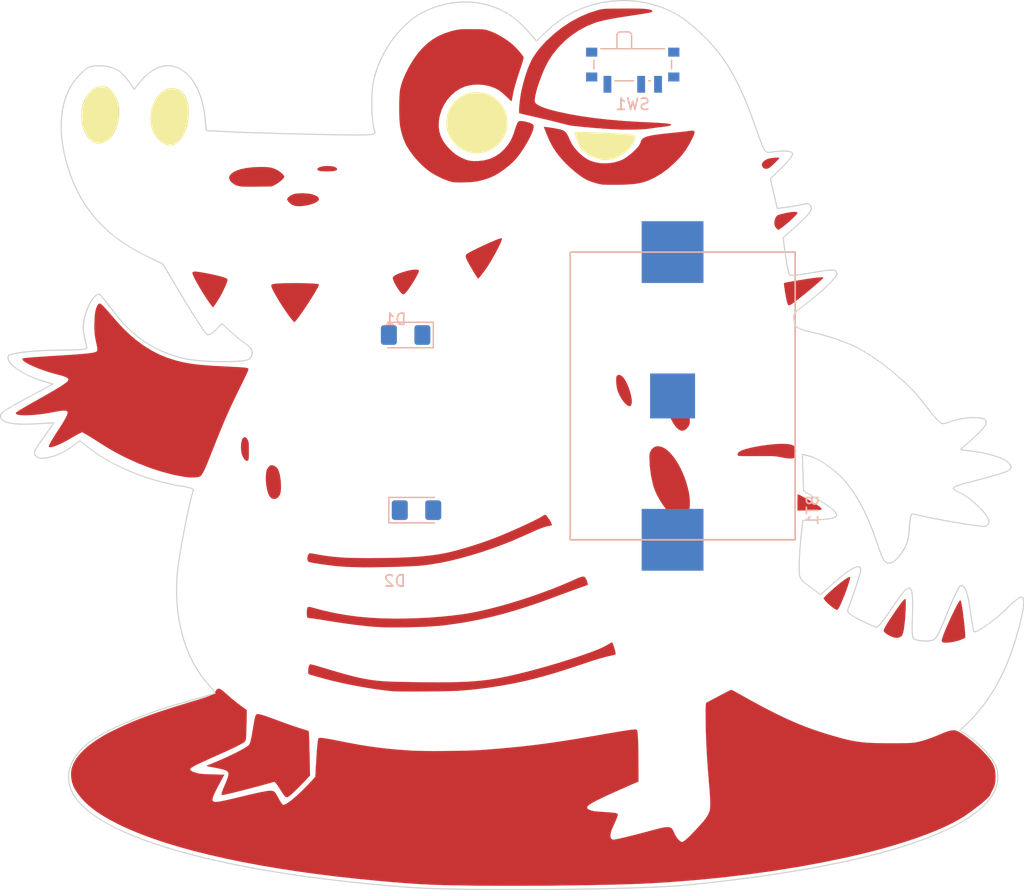
<source format=kicad_pcb>
(kicad_pcb (version 20171130) (host pcbnew 5.1.3-ffb9f22~84~ubuntu18.04.1)
  (title_block (rev 1))
  (layers (0 Front signal) (31 Back signal) (34 B.Paste user) (35 F.Paste user) (36 B.SilkS user) (37 F.SilkS user) (38 B.Mask user) (39 F.Mask user) (44 Edge.Cuts user))
  (net 0 "")
  (net 1 +3V3)
  (net 2 GND)
  (net 3 "Net-(D1-Pad1)")
  (net 4 "Net-(D1-Pad2)")
  (net 5 "Net-(SW1-Pad3)")
  (module LED_SMD:LED_1206_3216Metric_Pad1.42x1.75mm_HandSolder (layer Back) (at 125.4506 107.9627 180)
    (fp_text reference D1 (at 0.906489 1.401296) (layer B.SilkS) (effects (justify mirror)))
    (fp_text value LED)
    (pad 2 smd roundrect (at 1.4875 0 180) (size 1.425 1.75) (layers Back B.Paste B.Mask) (roundrect_rratio 0.175439) (net 4 "Net-(D1-Pad2)"))
    (pad 1 smd roundrect (at -1.4875 0 180) (size 1.425 1.75) (layers Back B.Paste B.Mask) (roundrect_rratio 0.175439) (net 3 "Net-(D1-Pad1)"))
  )
  (module LED_SMD:LED_1206_3216Metric_Pad1.42x1.75mm_HandSolder (layer Back) (at 126.4158 123.5456)
    (fp_text reference D2 (at -1.927861 6.297912) (layer B.SilkS) (effects (justify mirror)))
    (fp_text value LED)
    (pad 2 smd roundrect (at 1.4875 0) (size 1.425 1.75) (layers Back B.Paste B.Mask) (roundrect_rratio 0.175439) (net 1 +3V3))
    (pad 1 smd roundrect (at -1.4875 0) (size 1.425 1.75) (layers Back B.Paste B.Mask) (roundrect_rratio 0.175439) (net 4 "Net-(D1-Pad2)"))
  )
  (module 001:cody (layer Front) (at 136.3345 118.872)
    (fp_text reference Ref** hide)
    (fp_text value Val** hide)
    (fp_line (start -10.732273 38.224086) (end -10.732228 38.224065) (layer Edge.Cuts) (width 0.1))
    (fp_line (start -10.732682 38.224492) (end -10.732273 38.224086) (layer Edge.Cuts) (width 0.1))
    (fp_line (start -10.732682 38.224493) (end -10.732682 38.224492) (layer Edge.Cuts) (width 0.1))
    (fp_line (start -10.732682 38.224493) (end -10.732682 38.224493) (layer Edge.Cuts) (width 0.1))
    (fp_line (start -10.732682 38.224493) (end -10.732682 38.224493) (layer Edge.Cuts) (width 0.1))
    (fp_line (start -10.732682 38.224494) (end -10.732682 38.224493) (layer Edge.Cuts) (width 0.1))
    (fp_line (start -10.732682 38.224494) (end -10.732682 38.224494) (layer Edge.Cuts) (width 0.1))
    (fp_line (start -10.732682 38.224494) (end -10.732682 38.224494) (layer Edge.Cuts) (width 0.1))
    (fp_line (start -10.732682 38.224495) (end -10.732682 38.224494) (layer Edge.Cuts) (width 0.1))
    (fp_line (start -10.732682 38.224495) (end -10.732682 38.224495) (layer Edge.Cuts) (width 0.1))
    (fp_line (start -10.732682 38.224495) (end -10.732682 38.224495) (layer Edge.Cuts) (width 0.1))
    (fp_line (start -10.732682 38.224495) (end -10.732682 38.224495) (layer Edge.Cuts) (width 0.1))
    (fp_line (start -10.732682 38.224496) (end -10.732682 38.224495) (layer Edge.Cuts) (width 0.1))
    (fp_line (start -10.732682 38.224496) (end -10.732682 38.224496) (layer Edge.Cuts) (width 0.1))
    (fp_line (start -10.732682 38.224496) (end -10.732682 38.224496) (layer Edge.Cuts) (width 0.1))
    (fp_line (start -10.732682 38.224497) (end -10.732682 38.224496) (layer Edge.Cuts) (width 0.1))
    (fp_line (start -10.732682 38.224497) (end -10.732682 38.224497) (layer Edge.Cuts) (width 0.1))
    (fp_line (start -10.732683 38.224497) (end -10.732682 38.224497) (layer Edge.Cuts) (width 0.1))
    (fp_line (start -10.732683 38.224498) (end -10.732683 38.224497) (layer Edge.Cuts) (width 0.1))
    (fp_line (start -10.732683 38.224498) (end -10.732683 38.224498) (layer Edge.Cuts) (width 0.1))
    (fp_line (start -10.732683 38.224498) (end -10.732683 38.224498) (layer Edge.Cuts) (width 0.1))
    (fp_line (start -10.732683 38.224499) (end -10.732683 38.224498) (layer Edge.Cuts) (width 0.1))
    (fp_line (start -10.732683 38.224499) (end -10.732683 38.224499) (layer Edge.Cuts) (width 0.1))
    (fp_line (start -10.732683 38.224499) (end -10.732683 38.224499) (layer Edge.Cuts) (width 0.1))
    (fp_line (start -10.732683 38.2245) (end -10.732683 38.224499) (layer Edge.Cuts) (width 0.1))
    (fp_line (start -10.732683 38.2245) (end -10.732683 38.2245) (layer Edge.Cuts) (width 0.1))
    (fp_line (start -10.732683 38.2245) (end -10.732683 38.2245) (layer Edge.Cuts) (width 0.1))
    (fp_line (start -10.732683 38.2245) (end -10.732683 38.2245) (layer Edge.Cuts) (width 0.1))
    (fp_line (start -10.732683 38.224501) (end -10.732683 38.2245) (layer Edge.Cuts) (width 0.1))
    (fp_line (start -10.732683 38.224501) (end -10.732683 38.224501) (layer Edge.Cuts) (width 0.1))
    (fp_line (start -10.732683 38.224501) (end -10.732683 38.224501) (layer Edge.Cuts) (width 0.1))
    (fp_line (start -10.732683 38.224502) (end -10.732683 38.224501) (layer Edge.Cuts) (width 0.1))
    (fp_line (start -10.732683 38.224502) (end -10.732683 38.224502) (layer Edge.Cuts) (width 0.1))
    (fp_line (start -10.256791 38.257032) (end -10.732683 38.224502) (layer Edge.Cuts) (width 0.1))
    (fp_line (start -9.721431 38.286772) (end -10.256791 38.257032) (layer Edge.Cuts) (width 0.1))
    (fp_line (start -9.130627 38.313752) (end -9.721431 38.286772) (layer Edge.Cuts) (width 0.1))
    (fp_line (start -8.4884 38.338002) (end -9.130627 38.313752) (layer Edge.Cuts) (width 0.1))
    (fp_line (start -7.798774 38.359552) (end -8.4884 38.338002) (layer Edge.Cuts) (width 0.1))
    (fp_line (start -7.065771 38.378442) (end -7.798774 38.359552) (layer Edge.Cuts) (width 0.1))
    (fp_line (start -6.293413 38.394692) (end -7.065771 38.378442) (layer Edge.Cuts) (width 0.1))
    (fp_line (start -5.485723 38.408342) (end -6.293413 38.394692) (layer Edge.Cuts) (width 0.1))
    (fp_line (start -4.646724 38.419422) (end -5.485723 38.408342) (layer Edge.Cuts) (width 0.1))
    (fp_line (start -3.780439 38.427922) (end -4.646724 38.419422) (layer Edge.Cuts) (width 0.1))
    (fp_line (start -2.890889 38.433922) (end -3.780439 38.427922) (layer Edge.Cuts) (width 0.1))
    (fp_line (start -1.982098 38.437422) (end -2.890889 38.433922) (layer Edge.Cuts) (width 0.1))
    (fp_line (start -1.058087 38.438522) (end -1.982098 38.437422) (layer Edge.Cuts) (width 0.1))
    (fp_line (start -0.12288 38.437222) (end -1.058087 38.438522) (layer Edge.Cuts) (width 0.1))
    (fp_line (start 0.8195 38.433522) (end -0.12288 38.437222) (layer Edge.Cuts) (width 0.1))
    (fp_line (start 1.765032 38.427422) (end 0.8195 38.433522) (layer Edge.Cuts) (width 0.1))
    (fp_line (start 2.709693 38.419022) (end 1.765032 38.427422) (layer Edge.Cuts) (width 0.1))
    (fp_line (start 3.64946 38.408322) (end 2.709693 38.419022) (layer Edge.Cuts) (width 0.1))
    (fp_line (start 4.58031 38.395362) (end 3.64946 38.408322) (layer Edge.Cuts) (width 0.1))
    (fp_line (start 5.498221 38.380162) (end 4.58031 38.395362) (layer Edge.Cuts) (width 0.1))
    (fp_line (start 6.399171 38.362762) (end 5.498221 38.380162) (layer Edge.Cuts) (width 0.1))
    (fp_line (start 7.279137 38.343192) (end 6.399171 38.362762) (layer Edge.Cuts) (width 0.1))
    (fp_line (start 8.134096 38.321472) (end 7.279137 38.343192) (layer Edge.Cuts) (width 0.1))
    (fp_line (start 8.960025 38.297642) (end 8.134096 38.321472) (layer Edge.Cuts) (width 0.1))
    (fp_line (start 9.752903 38.271732) (end 8.960025 38.297642) (layer Edge.Cuts) (width 0.1))
    (fp_line (start 10.508706 38.243772) (end 9.752903 38.271732) (layer Edge.Cuts) (width 0.1))
    (fp_line (start 11.223412 38.213792) (end 10.508706 38.243772) (layer Edge.Cuts) (width 0.1))
    (fp_line (start 11.892999 38.181822) (end 11.223412 38.213792) (layer Edge.Cuts) (width 0.1))
    (fp_line (start 12.513443 38.147902) (end 11.892999 38.181822) (layer Edge.Cuts) (width 0.1))
    (fp_line (start 13.080723 38.112052) (end 12.513443 38.147902) (layer Edge.Cuts) (width 0.1))
    (fp_line (start 13.590815 38.074302) (end 13.080723 38.112052) (layer Edge.Cuts) (width 0.1))
    (fp_line (start 14.039697 38.034692) (end 13.590815 38.074302) (layer Edge.Cuts) (width 0.1))
    (fp_line (start 15.765965 37.858354) (end 14.039697 38.034692) (layer Edge.Cuts) (width 0.1))
    (fp_line (start 17.442805 37.669893) (end 15.765965 37.858354) (layer Edge.Cuts) (width 0.1))
    (fp_line (start 19.069589 37.469548) (end 17.442805 37.669893) (layer Edge.Cuts) (width 0.1))
    (fp_line (start 20.645687 37.257558) (end 19.069589 37.469548) (layer Edge.Cuts) (width 0.1))
    (fp_line (start 22.17047 37.034162) (end 20.645687 37.257558) (layer Edge.Cuts) (width 0.1))
    (fp_line (start 23.643308 36.799598) (end 22.17047 37.034162) (layer Edge.Cuts) (width 0.1))
    (fp_line (start 25.063574 36.554105) (end 23.643308 36.799598) (layer Edge.Cuts) (width 0.1))
    (fp_line (start 26.430637 36.297921) (end 25.063574 36.554105) (layer Edge.Cuts) (width 0.1))
    (fp_line (start 27.743869 36.031285) (end 26.430637 36.297921) (layer Edge.Cuts) (width 0.1))
    (fp_line (start 29.00264 35.754437) (end 27.743869 36.031285) (layer Edge.Cuts) (width 0.1))
    (fp_line (start 30.206321 35.467613) (end 29.00264 35.754437) (layer Edge.Cuts) (width 0.1))
    (fp_line (start 31.354283 35.171054) (end 30.206321 35.467613) (layer Edge.Cuts) (width 0.1))
    (fp_line (start 32.445898 34.864998) (end 31.354283 35.171054) (layer Edge.Cuts) (width 0.1))
    (fp_line (start 33.480535 34.549683) (end 32.445898 34.864998) (layer Edge.Cuts) (width 0.1))
    (fp_line (start 34.457566 34.225349) (end 33.480535 34.549683) (layer Edge.Cuts) (width 0.1))
    (fp_line (start 35.376361 33.892233) (end 34.457566 34.225349) (layer Edge.Cuts) (width 0.1))
    (fp_line (start 36.236293 33.550575) (end 35.376361 33.892233) (layer Edge.Cuts) (width 0.1))
    (fp_line (start 37.03673 33.200613) (end 36.236293 33.550575) (layer Edge.Cuts) (width 0.1))
    (fp_line (start 37.777044 32.842586) (end 37.03673 33.200613) (layer Edge.Cuts) (width 0.1))
    (fp_line (start 38.456607 32.476733) (end 37.777044 32.842586) (layer Edge.Cuts) (width 0.1))
    (fp_line (start 39.074789 32.103291) (end 38.456607 32.476733) (layer Edge.Cuts) (width 0.1))
    (fp_line (start 39.63096 31.722501) (end 39.074789 32.103291) (layer Edge.Cuts) (width 0.1))
    (fp_line (start 40.124492 31.3346) (end 39.63096 31.722501) (layer Edge.Cuts) (width 0.1))
    (fp_line (start 40.554756 30.939827) (end 40.124492 31.3346) (layer Edge.Cuts) (width 0.1))
    (fp_line (start 40.921122 30.538422) (end 40.554756 30.939827) (layer Edge.Cuts) (width 0.1))
    (fp_line (start 41.222961 30.130621) (end 40.921122 30.538422) (layer Edge.Cuts) (width 0.1))
    (fp_line (start 41.459646 29.716665) (end 41.222961 30.130621) (layer Edge.Cuts) (width 0.1))
    (fp_line (start 41.553356 29.507453) (end 41.459646 29.716665) (layer Edge.Cuts) (width 0.1))
    (fp_line (start 41.630546 29.296792) (end 41.553356 29.507453) (layer Edge.Cuts) (width 0.1))
    (fp_line (start 41.691126 29.084711) (end 41.630546 29.296792) (layer Edge.Cuts) (width 0.1))
    (fp_line (start 41.735016 28.871241) (end 41.691126 29.084711) (layer Edge.Cuts) (width 0.1))
    (fp_line (start 41.762156 28.65641) (end 41.735016 28.871241) (layer Edge.Cuts) (width 0.1))
    (fp_line (start 41.772466 28.440249) (end 41.762156 28.65641) (layer Edge.Cuts) (width 0.1))
    (fp_line (start 41.765866 28.222788) (end 41.772466 28.440249) (layer Edge.Cuts) (width 0.1))
    (fp_line (start 41.742256 28.004057) (end 41.765866 28.222788) (layer Edge.Cuts) (width 0.1))
    (fp_line (start 41.701566 27.784085) (end 41.742256 28.004057) (layer Edge.Cuts) (width 0.1))
    (fp_line (start 41.643726 27.562902) (end 41.701566 27.784085) (layer Edge.Cuts) (width 0.1))
    (fp_line (start 41.588076 27.410824) (end 41.643726 27.562902) (layer Edge.Cuts) (width 0.1))
    (fp_line (start 41.509106 27.24571) (end 41.588076 27.410824) (layer Edge.Cuts) (width 0.1))
    (fp_line (start 41.288101 26.88381) (end 41.509106 27.24571) (layer Edge.Cuts) (width 0.1))
    (fp_line (start 40.994435 26.492081) (end 41.288101 26.88381) (layer Edge.Cuts) (width 0.1))
    (fp_line (start 40.641835 26.085403) (end 40.994435 26.492081) (layer Edge.Cuts) (width 0.1))
    (fp_line (start 40.244028 25.678654) (end 40.641835 26.085403) (layer Edge.Cuts) (width 0.1))
    (fp_line (start 39.814739 25.286713) (end 40.244028 25.678654) (layer Edge.Cuts) (width 0.1))
    (fp_line (start 39.367695 24.92446) (end 39.814739 25.286713) (layer Edge.Cuts) (width 0.1))
    (fp_line (start 38.916622 24.606772) (end 39.367695 24.92446) (layer Edge.Cuts) (width 0.1))
    (fp_line (start 38.851952 24.564892) (end 38.916622 24.606772) (layer Edge.Cuts) (width 0.1))
    (fp_line (start 38.787282 24.523012) (end 38.851952 24.564892) (layer Edge.Cuts) (width 0.1))
    (fp_line (start 38.722612 24.481132) (end 38.787282 24.523012) (layer Edge.Cuts) (width 0.1))
    (fp_line (start 38.657942 24.439252) (end 38.722612 24.481132) (layer Edge.Cuts) (width 0.1))
    (fp_line (start 38.593272 24.397372) (end 38.657942 24.439252) (layer Edge.Cuts) (width 0.1))
    (fp_line (start 38.528602 24.355492) (end 38.593272 24.397372) (layer Edge.Cuts) (width 0.1))
    (fp_line (start 38.463932 24.313612) (end 38.528602 24.355492) (layer Edge.Cuts) (width 0.1))
    (fp_line (start 38.399262 24.271732) (end 38.463932 24.313612) (layer Edge.Cuts) (width 0.1))
    (fp_line (start 38.477572 24.197082) (end 38.399262 24.271732) (layer Edge.Cuts) (width 0.1))
    (fp_line (start 38.555882 24.122432) (end 38.477572 24.197082) (layer Edge.Cuts) (width 0.1))
    (fp_line (start 38.634192 24.047782) (end 38.555882 24.122432) (layer Edge.Cuts) (width 0.1))
    (fp_line (start 38.712502 23.973132) (end 38.634192 24.047782) (layer Edge.Cuts) (width 0.1))
    (fp_line (start 38.790812 23.898482) (end 38.712502 23.973132) (layer Edge.Cuts) (width 0.1))
    (fp_line (start 38.869122 23.823832) (end 38.790812 23.898482) (layer Edge.Cuts) (width 0.1))
    (fp_line (start 38.947432 23.749182) (end 38.869122 23.823832) (layer Edge.Cuts) (width 0.1))
    (fp_line (start 39.025742 23.674532) (end 38.947432 23.749182) (layer Edge.Cuts) (width 0.1))
    (fp_line (start 39.375922 23.328261) (end 39.025742 23.674532) (layer Edge.Cuts) (width 0.1))
    (fp_line (start 39.714867 22.967779) (end 39.375922 23.328261) (layer Edge.Cuts) (width 0.1))
    (fp_line (start 40.042565 22.593101) (end 39.714867 22.967779) (layer Edge.Cuts) (width 0.1))
    (fp_line (start 40.359008 22.204246) (end 40.042565 22.593101) (layer Edge.Cuts) (width 0.1))
    (fp_line (start 40.664186 21.801228) (end 40.359008 22.204246) (layer Edge.Cuts) (width 0.1))
    (fp_line (start 40.958089 21.384065) (end 40.664186 21.801228) (layer Edge.Cuts) (width 0.1))
    (fp_line (start 41.240707 20.952774) (end 40.958089 21.384065) (layer Edge.Cuts) (width 0.1))
    (fp_line (start 41.512031 20.50737) (end 41.240707 20.952774) (layer Edge.Cuts) (width 0.1))
    (fp_line (start 41.77205 20.047872) (end 41.512031 20.50737) (layer Edge.Cuts) (width 0.1))
    (fp_line (start 42.020756 19.574294) (end 41.77205 20.047872) (layer Edge.Cuts) (width 0.1))
    (fp_line (start 42.258137 19.086655) (end 42.020756 19.574294) (layer Edge.Cuts) (width 0.1))
    (fp_line (start 42.484185 18.58497) (end 42.258137 19.086655) (layer Edge.Cuts) (width 0.1))
    (fp_line (start 42.69889 18.069257) (end 42.484185 18.58497) (layer Edge.Cuts) (width 0.1))
    (fp_line (start 42.902242 17.539531) (end 42.69889 18.069257) (layer Edge.Cuts) (width 0.1))
    (fp_line (start 43.094231 16.995809) (end 42.902242 17.539531) (layer Edge.Cuts) (width 0.1))
    (fp_line (start 43.274847 16.438109) (end 43.094231 16.995809) (layer Edge.Cuts) (width 0.1))
    (fp_line (start 43.545452 15.528259) (end 43.274847 16.438109) (layer Edge.Cuts) (width 0.1))
    (fp_line (start 43.760936 14.725317) (end 43.545452 15.528259) (layer Edge.Cuts) (width 0.1))
    (fp_line (start 43.920654 14.033722) (end 43.760936 14.725317) (layer Edge.Cuts) (width 0.1))
    (fp_line (start 44.023962 13.457915) (end 43.920654 14.033722) (layer Edge.Cuts) (width 0.1))
    (fp_line (start 44.070222 13.002337) (end 44.023962 13.457915) (layer Edge.Cuts) (width 0.1))
    (fp_line (start 44.071722 12.821019) (end 44.070222 13.002337) (layer Edge.Cuts) (width 0.1))
    (fp_line (start 44.058752 12.671426) (end 44.071722 12.821019) (layer Edge.Cuts) (width 0.1))
    (fp_line (start 44.031192 12.55411) (end 44.058752 12.671426) (layer Edge.Cuts) (width 0.1))
    (fp_line (start 43.988962 12.46962) (end 44.031192 12.55411) (layer Edge.Cuts) (width 0.1))
    (fp_line (start 43.931992 12.41853) (end 43.988962 12.46962) (layer Edge.Cuts) (width 0.1))
    (fp_line (start 43.860192 12.40137) (end 43.931992 12.41853) (layer Edge.Cuts) (width 0.1))
    (fp_line (start 43.779772 12.42285) (end 43.860192 12.40137) (layer Edge.Cuts) (width 0.1))
    (fp_line (start 43.664164 12.48443) (end 43.779772 12.42285) (layer Edge.Cuts) (width 0.1))
    (fp_line (start 43.518796 12.58178) (end 43.664164 12.48443) (layer Edge.Cuts) (width 0.1))
    (fp_line (start 43.3491 12.710588) (end 43.518796 12.58178) (layer Edge.Cuts) (width 0.1))
    (fp_line (start 43.160509 12.866536) (end 43.3491 12.710588) (layer Edge.Cuts) (width 0.1))
    (fp_line (start 42.958455 13.045305) (end 43.160509 12.866536) (layer Edge.Cuts) (width 0.1))
    (fp_line (start 42.748371 13.242579) (end 42.958455 13.045305) (layer Edge.Cuts) (width 0.1))
    (fp_line (start 42.53569 13.454039) (end 42.748371 13.242579) (layer Edge.Cuts) (width 0.1))
    (fp_line (start 42.145556 13.828403) (end 42.53569 13.454039) (layer Edge.Cuts) (width 0.1))
    (fp_line (start 41.708017 14.207514) (end 42.145556 13.828403) (layer Edge.Cuts) (width 0.1))
    (fp_line (start 41.250958 14.571767) (end 41.708017 14.207514) (layer Edge.Cuts) (width 0.1))
    (fp_line (start 40.802265 14.901552) (end 41.250958 14.571767) (layer Edge.Cuts) (width 0.1))
    (fp_line (start 40.389821 15.177264) (end 40.802265 14.901552) (layer Edge.Cuts) (width 0.1))
    (fp_line (start 40.041513 15.379295) (end 40.389821 15.177264) (layer Edge.Cuts) (width 0.1))
    (fp_line (start 39.785225 15.488039) (end 40.041513 15.379295) (layer Edge.Cuts) (width 0.1))
    (fp_line (start 39.700305 15.501259) (end 39.785225 15.488039) (layer Edge.Cuts) (width 0.1))
    (fp_line (start 39.648845 15.483839) (end 39.700305 15.501259) (layer Edge.Cuts) (width 0.1))
    (fp_line (start 39.628385 15.432359) (end 39.648845 15.483839) (layer Edge.Cuts) (width 0.1))
    (fp_line (start 39.599785 15.314865) (end 39.628385 15.432359) (layer Edge.Cuts) (width 0.1))
    (fp_line (start 39.564355 15.138892) (end 39.599785 15.314865) (layer Edge.Cuts) (width 0.1))
    (fp_line (start 39.523395 14.911978) (end 39.564355 15.138892) (layer Edge.Cuts) (width 0.1))
    (fp_line (start 39.478215 14.641664) (end 39.523395 14.911978) (layer Edge.Cuts) (width 0.1))
    (fp_line (start 39.430115 14.335488) (end 39.478215 14.641664) (layer Edge.Cuts) (width 0.1))
    (fp_line (start 39.380415 14.00099) (end 39.430115 14.335488) (layer Edge.Cuts) (width 0.1))
    (fp_line (start 39.330405 13.645709) (end 39.380415 14.00099) (layer Edge.Cuts) (width 0.1))
    (fp_line (start 39.239785 13.041385) (end 39.330405 13.645709) (layer Edge.Cuts) (width 0.1))
    (fp_line (start 39.146625 12.539698) (end 39.239785 13.041385) (layer Edge.Cuts) (width 0.1))
    (fp_line (start 39.049025 12.135982) (end 39.146625 12.539698) (layer Edge.Cuts) (width 0.1))
    (fp_line (start 38.945093 11.825571) (end 39.049025 12.135982) (layer Edge.Cuts) (width 0.1))
    (fp_line (start 38.832935 11.603802) (end 38.945093 11.825571) (layer Edge.Cuts) (width 0.1))
    (fp_line (start 38.773185 11.524702) (end 38.832935 11.603802) (layer Edge.Cuts) (width 0.1))
    (fp_line (start 38.710665 11.466012) (end 38.773185 11.524702) (layer Edge.Cuts) (width 0.1))
    (fp_line (start 38.645145 11.427152) (end 38.710665 11.466012) (layer Edge.Cuts) (width 0.1))
    (fp_line (start 38.576375 11.407532) (end 38.645145 11.427152) (layer Edge.Cuts) (width 0.1))
    (fp_line (start 38.504135 11.406571) (end 38.576375 11.407532) (layer Edge.Cuts) (width 0.1))
    (fp_line (start 38.428175 11.423691) (end 38.504135 11.406571) (layer Edge.Cuts) (width 0.1))
    (fp_line (start 38.365025 11.486661) (end 38.428175 11.423691) (layer Edge.Cuts) (width 0.1))
    (fp_line (start 38.268685 11.638917) (end 38.365025 11.486661) (layer Edge.Cuts) (width 0.1))
    (fp_line (start 38.143953 11.870439) (end 38.268685 11.638917) (layer Edge.Cuts) (width 0.1))
    (fp_line (start 37.995607 12.171208) (end 38.143953 11.870439) (layer Edge.Cuts) (width 0.1))
    (fp_line (start 37.828433 12.531204) (end 37.995607 12.171208) (layer Edge.Cuts) (width 0.1))
    (fp_line (start 37.647214 12.94041) (end 37.828433 12.531204) (layer Edge.Cuts) (width 0.1))
    (fp_line (start 37.456735 13.388805) (end 37.647214 12.94041) (layer Edge.Cuts) (width 0.1))
    (fp_line (start 37.261779 13.866372) (end 37.456735 13.388805) (layer Edge.Cuts) (width 0.1))
    (fp_line (start 36.967177 14.595302) (end 37.261779 13.866372) (layer Edge.Cuts) (width 0.1))
    (fp_line (start 36.729332 15.159429) (end 36.967177 14.595302) (layer Edge.Cuts) (width 0.1))
    (fp_line (start 36.534487 15.580556) (end 36.729332 15.159429) (layer Edge.Cuts) (width 0.1))
    (fp_line (start 36.368888 15.88049) (end 36.534487 15.580556) (layer Edge.Cuts) (width 0.1))
    (fp_line (start 36.218778 16.081035) (end 36.368888 15.88049) (layer Edge.Cuts) (width 0.1))
    (fp_line (start 36.070402 16.203997) (end 36.218778 16.081035) (layer Edge.Cuts) (width 0.1))
    (fp_line (start 35.910005 16.271177) (end 36.070402 16.203997) (layer Edge.Cuts) (width 0.1))
    (fp_line (start 35.723832 16.304387) (end 35.910005 16.271177) (layer Edge.Cuts) (width 0.1))
    (fp_line (start 35.595006 16.315437) (end 35.723832 16.304387) (layer Edge.Cuts) (width 0.1))
    (fp_line (start 35.454741 16.320737) (end 35.595006 16.315437) (layer Edge.Cuts) (width 0.1))
    (fp_line (start 35.307541 16.320474) (end 35.454741 16.320737) (layer Edge.Cuts) (width 0.1))
    (fp_line (start 35.157913 16.314874) (end 35.307541 16.320474) (layer Edge.Cuts) (width 0.1))
    (fp_line (start 35.010363 16.304274) (end 35.157913 16.314874) (layer Edge.Cuts) (width 0.1))
    (fp_line (start 34.869397 16.288864) (end 35.010363 16.304274) (layer Edge.Cuts) (width 0.1))
    (fp_line (start 34.73952 16.268904) (end 34.869397 16.288864) (layer Edge.Cuts) (width 0.1))
    (fp_line (start 34.62524 16.244624) (end 34.73952 16.268904) (layer Edge.Cuts) (width 0.1))
    (fp_line (start 34.458152 16.197844) (end 34.62524 16.244624) (layer Edge.Cuts) (width 0.1))
    (fp_line (start 34.333223 16.134794) (end 34.458152 16.197844) (layer Edge.Cuts) (width 0.1))
    (fp_line (start 34.284973 16.088724) (end 34.333223 16.134794) (layer Edge.Cuts) (width 0.1))
    (fp_line (start 34.245363 16.028464) (end 34.284973 16.088724) (layer Edge.Cuts) (width 0.1))
    (fp_line (start 34.189473 15.851849) (end 34.245363 16.028464) (layer Edge.Cuts) (width 0.1))
    (fp_line (start 34.160473 15.577946) (end 34.189473 15.851849) (layer Edge.Cuts) (width 0.1))
    (fp_line (start 34.153273 15.179748) (end 34.160473 15.577946) (layer Edge.Cuts) (width 0.1))
    (fp_line (start 34.162773 14.63025) (end 34.153273 15.179748) (layer Edge.Cuts) (width 0.1))
    (fp_line (start 34.183873 13.902445) (end 34.162773 14.63025) (layer Edge.Cuts) (width 0.1))
    (fp_line (start 34.199413 12.935192) (end 34.183873 13.902445) (layer Edge.Cuts) (width 0.1))
    (fp_line (start 34.191413 12.550618) (end 34.199413 12.935192) (layer Edge.Cuts) (width 0.1))
    (fp_line (start 34.170833 12.23143) (end 34.191413 12.550618) (layer Edge.Cuts) (width 0.1))
    (fp_line (start 34.136213 11.977141) (end 34.170833 12.23143) (layer Edge.Cuts) (width 0.1))
    (fp_line (start 34.086053 11.787263) (end 34.136213 11.977141) (layer Edge.Cuts) (width 0.1))
    (fp_line (start 34.018843 11.661311) (end 34.086053 11.787263) (layer Edge.Cuts) (width 0.1))
    (fp_line (start 33.978373 11.622151) (end 34.018843 11.661311) (layer Edge.Cuts) (width 0.1))
    (fp_line (start 33.933073 11.598791) (end 33.978373 11.622151) (layer Edge.Cuts) (width 0.1))
    (fp_line (start 33.882763 11.591191) (end 33.933073 11.598791) (layer Edge.Cuts) (width 0.1))
    (fp_line (start 33.827253 11.599291) (end 33.882763 11.591191) (layer Edge.Cuts) (width 0.1))
    (fp_line (start 33.699865 11.662181) (end 33.827253 11.599291) (layer Edge.Cuts) (width 0.1))
    (fp_line (start 33.549415 11.787054) (end 33.699865 11.662181) (layer Edge.Cuts) (width 0.1))
    (fp_line (start 33.374398 11.973414) (end 33.549415 11.787054) (layer Edge.Cuts) (width 0.1))
    (fp_line (start 33.17331 12.220777) (end 33.374398 11.973414) (layer Edge.Cuts) (width 0.1))
    (fp_line (start 32.944648 12.528654) (end 33.17331 12.220777) (layer Edge.Cuts) (width 0.1))
    (fp_line (start 32.398588 13.324003) (end 32.944648 12.528654) (layer Edge.Cuts) (width 0.1))
    (fp_line (start 32.157623 13.680014) (end 32.398588 13.324003) (layer Edge.Cuts) (width 0.1))
    (fp_line (start 31.92493 14.01214) (end 32.157623 13.680014) (layer Edge.Cuts) (width 0.1))
    (fp_line (start 31.706168 14.313113) (end 31.92493 14.01214) (layer Edge.Cuts) (width 0.1))
    (fp_line (start 31.506993 14.575663) (end 31.706168 14.313113) (layer Edge.Cuts) (width 0.1))
    (fp_line (start 31.333063 14.792523) (end 31.506993 14.575663) (layer Edge.Cuts) (width 0.1))
    (fp_line (start 31.190035 14.956422) (end 31.333063 14.792523) (layer Edge.Cuts) (width 0.1))
    (fp_line (start 31.083566 15.060092) (end 31.190035 14.956422) (layer Edge.Cuts) (width 0.1))
    (fp_line (start 31.019316 15.096262) (end 31.083566 15.060092) (layer Edge.Cuts) (width 0.1))
    (fp_line (start 30.953506 15.083322) (end 31.019316 15.096262) (layer Edge.Cuts) (width 0.1))
    (fp_line (start 30.842573 15.046252) (end 30.953506 15.083322) (layer Edge.Cuts) (width 0.1))
    (fp_line (start 30.692489 14.987642) (end 30.842573 15.046252) (layer Edge.Cuts) (width 0.1))
    (fp_line (start 30.509224 14.910092) (end 30.692489 14.987642) (layer Edge.Cuts) (width 0.1))
    (fp_line (start 30.298748 14.816202) (end 30.509224 14.910092) (layer Edge.Cuts) (width 0.1))
    (fp_line (start 30.067032 14.708572) (end 30.298748 14.816202) (layer Edge.Cuts) (width 0.1))
    (fp_line (start 29.820045 14.589801) (end 30.067032 14.708572) (layer Edge.Cuts) (width 0.1))
    (fp_line (start 29.563757 14.462489) (end 29.820045 14.589801) (layer Edge.Cuts) (width 0.1))
    (fp_line (start 29.22737 14.288172) (end 29.563757 14.462489) (layer Edge.Cuts) (width 0.1))
    (fp_line (start 28.956835 14.136877) (end 29.22737 14.288172) (layer Edge.Cuts) (width 0.1))
    (fp_line (start 28.747416 14.004412) (end 28.956835 14.136877) (layer Edge.Cuts) (width 0.1))
    (fp_line (start 28.594377 13.886584) (end 28.747416 14.004412) (layer Edge.Cuts) (width 0.1))
    (fp_line (start 28.492982 13.779202) (end 28.594377 13.886584) (layer Edge.Cuts) (width 0.1))
    (fp_line (start 28.438492 13.678074) (end 28.492982 13.779202) (layer Edge.Cuts) (width 0.1))
    (fp_line (start 28.426182 13.579004) (end 28.438492 13.678074) (layer Edge.Cuts) (width 0.1))
    (fp_line (start 28.451302 13.477809) (end 28.426182 13.579004) (layer Edge.Cuts) (width 0.1))
    (fp_line (start 28.61136 13.064647) (end 28.451302 13.477809) (layer Edge.Cuts) (width 0.1))
    (fp_line (start 28.792262 12.5646) (end 28.61136 13.064647) (layer Edge.Cuts) (width 0.1))
    (fp_line (start 28.981007 12.017694) (end 28.792262 12.5646) (layer Edge.Cuts) (width 0.1))
    (fp_line (start 29.164592 11.463951) (end 28.981007 12.017694) (layer Edge.Cuts) (width 0.1))
    (fp_line (start 29.330014 10.943396) (end 29.164592 11.463951) (layer Edge.Cuts) (width 0.1))
    (fp_line (start 29.464271 10.496052) (end 29.330014 10.943396) (layer Edge.Cuts) (width 0.1))
    (fp_line (start 29.554361 10.161945) (end 29.464271 10.496052) (layer Edge.Cuts) (width 0.1))
    (fp_line (start 29.587281 9.981096) (end 29.554361 10.161945) (layer Edge.Cuts) (width 0.1))
    (fp_line (start 29.577681 9.881786) (end 29.587281 9.981096) (layer Edge.Cuts) (width 0.1))
    (fp_line (start 29.549071 9.804726) (end 29.577681 9.881786) (layer Edge.Cuts) (width 0.1))
    (fp_line (start 29.501941 9.749726) (end 29.549071 9.804726) (layer Edge.Cuts) (width 0.1))
    (fp_line (start 29.436761 9.716566) (end 29.501941 9.749726) (layer Edge.Cuts) (width 0.1))
    (fp_line (start 29.353981 9.705046) (end 29.436761 9.716566) (layer Edge.Cuts) (width 0.1))
    (fp_line (start 29.254051 9.714946) (end 29.353981 9.705046) (layer Edge.Cuts) (width 0.1))
    (fp_line (start 29.004597 9.798296) (end 29.254051 9.714946) (layer Edge.Cuts) (width 0.1))
    (fp_line (start 28.692054 9.96497) (end 29.004597 9.798296) (layer Edge.Cuts) (width 0.1))
    (fp_line (start 28.320081 10.213336) (end 28.692054 9.96497) (layer Edge.Cuts) (width 0.1))
    (fp_line (start 27.892333 10.541767) (end 28.320081 10.213336) (layer Edge.Cuts) (width 0.1))
    (fp_line (start 27.412468 10.948638) (end 27.892333 10.541767) (layer Edge.Cuts) (width 0.1))
    (fp_line (start 27.236572 11.103915) (end 27.412468 10.948638) (layer Edge.Cuts) (width 0.1))
    (fp_line (start 27.060676 11.259192) (end 27.236572 11.103915) (layer Edge.Cuts) (width 0.1))
    (fp_line (start 26.88478 11.414469) (end 27.060676 11.259192) (layer Edge.Cuts) (width 0.1))
    (fp_line (start 26.708884 11.569746) (end 26.88478 11.414469) (layer Edge.Cuts) (width 0.1))
    (fp_line (start 26.532988 11.725023) (end 26.708884 11.569746) (layer Edge.Cuts) (width 0.1))
    (fp_line (start 26.357092 11.8803) (end 26.532988 11.725023) (layer Edge.Cuts) (width 0.1))
    (fp_line (start 26.181196 12.035577) (end 26.357092 11.8803) (layer Edge.Cuts) (width 0.1))
    (fp_line (start 26.0053 12.190854) (end 26.181196 12.035577) (layer Edge.Cuts) (width 0.1))
    (fp_line (start 25.885835 12.101774) (end 26.0053 12.190854) (layer Edge.Cuts) (width 0.1))
    (fp_line (start 25.766371 12.012694) (end 25.885835 12.101774) (layer Edge.Cuts) (width 0.1))
    (fp_line (start 25.646906 11.923614) (end 25.766371 12.012694) (layer Edge.Cuts) (width 0.1))
    (fp_line (start 25.527441 11.834534) (end 25.646906 11.923614) (layer Edge.Cuts) (width 0.1))
    (fp_line (start 25.407976 11.745454) (end 25.527441 11.834534) (layer Edge.Cuts) (width 0.1))
    (fp_line (start 25.288511 11.656374) (end 25.407976 11.745454) (layer Edge.Cuts) (width 0.1))
    (fp_line (start 25.169047 11.567294) (end 25.288511 11.656374) (layer Edge.Cuts) (width 0.1))
    (fp_line (start 25.049582 11.478214) (end 25.169047 11.567294) (layer Edge.Cuts) (width 0.1))
    (fp_line (start 24.73563 11.241454) (end 25.049582 11.478214) (layer Edge.Cuts) (width 0.1))
    (fp_line (start 24.49953 11.048103) (end 24.73563 11.241454) (layer Edge.Cuts) (width 0.1))
    (fp_line (start 24.33049 10.876066) (end 24.49953 11.048103) (layer Edge.Cuts) (width 0.1))
    (fp_line (start 24.217716 10.703249) (end 24.33049 10.876066) (layer Edge.Cuts) (width 0.1))
    (fp_line (start 24.150416 10.507556) (end 24.217716 10.703249) (layer Edge.Cuts) (width 0.1))
    (fp_line (start 24.117796 10.266892) (end 24.150416 10.507556) (layer Edge.Cuts) (width 0.1))
    (fp_line (start 24.109096 9.959162) (end 24.117796 10.266892) (layer Edge.Cuts) (width 0.1))
    (fp_line (start 24.113496 9.562271) (end 24.109096 9.959162) (layer Edge.Cuts) (width 0.1))
    (fp_line (start 24.120496 9.292177) (end 24.113496 9.562271) (layer Edge.Cuts) (width 0.1))
    (fp_line (start 24.133026 8.985339) (end 24.120496 9.292177) (layer Edge.Cuts) (width 0.1))
    (fp_line (start 24.150356 8.652398) (end 24.133026 8.985339) (layer Edge.Cuts) (width 0.1))
    (fp_line (start 24.171786 8.303991) (end 24.150356 8.652398) (layer Edge.Cuts) (width 0.1))
    (fp_line (start 24.196616 7.950756) (end 24.171786 8.303991) (layer Edge.Cuts) (width 0.1))
    (fp_line (start 24.224146 7.603334) (end 24.196616 7.950756) (layer Edge.Cuts) (width 0.1))
    (fp_line (start 24.253676 7.272361) (end 24.224146 7.603334) (layer Edge.Cuts) (width 0.1))
    (fp_line (start 24.284506 6.968478) (end 24.253676 7.272361) (layer Edge.Cuts) (width 0.1))
    (fp_line (start 24.303436 6.794665) (end 24.284506 6.968478) (layer Edge.Cuts) (width 0.1))
    (fp_line (start 24.322366 6.620851) (end 24.303436 6.794665) (layer Edge.Cuts) (width 0.1))
    (fp_line (start 24.341296 6.447038) (end 24.322366 6.620851) (layer Edge.Cuts) (width 0.1))
    (fp_line (start 24.360226 6.273225) (end 24.341296 6.447038) (layer Edge.Cuts) (width 0.1))
    (fp_line (start 24.379156 6.099411) (end 24.360226 6.273225) (layer Edge.Cuts) (width 0.1))
    (fp_line (start 24.398086 5.925598) (end 24.379156 6.099411) (layer Edge.Cuts) (width 0.1))
    (fp_line (start 24.417016 5.751784) (end 24.398086 5.925598) (layer Edge.Cuts) (width 0.1))
    (fp_line (start 24.435946 5.577971) (end 24.417016 5.751784) (layer Edge.Cuts) (width 0.1))
    (fp_line (start 24.621867 5.570371) (end 24.435946 5.577971) (layer Edge.Cuts) (width 0.1))
    (fp_line (start 24.807787 5.562771) (end 24.621867 5.570371) (layer Edge.Cuts) (width 0.1))
    (fp_line (start 24.993708 5.555171) (end 24.807787 5.562771) (layer Edge.Cuts) (width 0.1))
    (fp_line (start 25.179628 5.547571) (end 24.993708 5.555171) (layer Edge.Cuts) (width 0.1))
    (fp_line (start 25.365549 5.539971) (end 25.179628 5.547571) (layer Edge.Cuts) (width 0.1))
    (fp_line (start 25.55147 5.532371) (end 25.365549 5.539971) (layer Edge.Cuts) (width 0.1))
    (fp_line (start 25.73739 5.524771) (end 25.55147 5.532371) (layer Edge.Cuts) (width 0.1))
    (fp_line (start 25.923311 5.517171) (end 25.73739 5.524771) (layer Edge.Cuts) (width 0.1))
    (fp_line (start 26.584359 5.470281) (end 25.923311 5.517171) (layer Edge.Cuts) (width 0.1))
    (fp_line (start 26.844447 5.433721) (end 26.584359 5.470281) (layer Edge.Cuts) (width 0.1))
    (fp_line (start 27.057597 5.387521) (end 26.844447 5.433721) (layer Edge.Cuts) (width 0.1))
    (fp_line (start 27.223825 5.331001) (end 27.057597 5.387521) (layer Edge.Cuts) (width 0.1))
    (fp_line (start 27.343143 5.263491) (end 27.223825 5.331001) (layer Edge.Cuts) (width 0.1))
    (fp_line (start 27.415573 5.184311) (end 27.343143 5.263491) (layer Edge.Cuts) (width 0.1))
    (fp_line (start 27.441113 5.092781) (end 27.415573 5.184311) (layer Edge.Cuts) (width 0.1))
    (fp_line (start 27.419793 4.988233) (end 27.441113 5.092781) (layer Edge.Cuts) (width 0.1))
    (fp_line (start 27.351623 4.869986) (end 27.419793 4.988233) (layer Edge.Cuts) (width 0.1))
    (fp_line (start 27.236617 4.737368) (end 27.351623 4.869986) (layer Edge.Cuts) (width 0.1))
    (fp_line (start 27.074788 4.589701) (end 27.236617 4.737368) (layer Edge.Cuts) (width 0.1))
    (fp_line (start 26.610727 4.246518) (end 27.074788 4.589701) (layer Edge.Cuts) (width 0.1))
    (fp_line (start 25.959554 3.835031) (end 26.610727 4.246518) (layer Edge.Cuts) (width 0.1))
    (fp_line (start 25.778166 3.726046) (end 25.959554 3.835031) (layer Edge.Cuts) (width 0.1))
    (fp_line (start 25.596778 3.61706) (end 25.778166 3.726046) (layer Edge.Cuts) (width 0.1))
    (fp_line (start 25.41539 3.508074) (end 25.596778 3.61706) (layer Edge.Cuts) (width 0.1))
    (fp_line (start 25.234002 3.399089) (end 25.41539 3.508074) (layer Edge.Cuts) (width 0.1))
    (fp_line (start 25.052614 3.290104) (end 25.234002 3.399089) (layer Edge.Cuts) (width 0.1))
    (fp_line (start 24.871226 3.181118) (end 25.052614 3.290104) (layer Edge.Cuts) (width 0.1))
    (fp_line (start 24.689838 3.072133) (end 24.871226 3.181118) (layer Edge.Cuts) (width 0.1))
    (fp_line (start 24.50845 2.963147) (end 24.689838 3.072133) (layer Edge.Cuts) (width 0.1))
    (fp_line (start 24.50085 2.759592) (end 24.50845 2.963147) (layer Edge.Cuts) (width 0.1))
    (fp_line (start 24.49325 2.556037) (end 24.50085 2.759592) (layer Edge.Cuts) (width 0.1))
    (fp_line (start 24.48565 2.352482) (end 24.49325 2.556037) (layer Edge.Cuts) (width 0.1))
    (fp_line (start 24.47805 2.148928) (end 24.48565 2.352482) (layer Edge.Cuts) (width 0.1))
    (fp_line (start 24.47045 1.945373) (end 24.47805 2.148928) (layer Edge.Cuts) (width 0.1))
    (fp_line (start 24.46285 1.741818) (end 24.47045 1.945373) (layer Edge.Cuts) (width 0.1))
    (fp_line (start 24.45525 1.538263) (end 24.46285 1.741818) (layer Edge.Cuts) (width 0.1))
    (fp_line (start 24.44765 1.334708) (end 24.45525 1.538263) (layer Edge.Cuts) (width 0.1))
    (fp_line (start 24.44005 1.131153) (end 24.44765 1.334708) (layer Edge.Cuts) (width 0.1))
    (fp_line (start 24.43245 0.927598) (end 24.44005 1.131153) (layer Edge.Cuts) (width 0.1))
    (fp_line (start 24.42485 0.724043) (end 24.43245 0.927598) (layer Edge.Cuts) (width 0.1))
    (fp_line (start 24.41725 0.520489) (end 24.42485 0.724043) (layer Edge.Cuts) (width 0.1))
    (fp_line (start 24.40965 0.316934) (end 24.41725 0.520489) (layer Edge.Cuts) (width 0.1))
    (fp_line (start 24.40205 0.113379) (end 24.40965 0.316934) (layer Edge.Cuts) (width 0.1))
    (fp_line (start 24.39445 -0.090176) (end 24.40205 0.113379) (layer Edge.Cuts) (width 0.1))
    (fp_line (start 24.38685 -0.293731) (end 24.39445 -0.090176) (layer Edge.Cuts) (width 0.1))
    (fp_line (start 24.45926 -0.275841) (end 24.38685 -0.293731) (layer Edge.Cuts) (width 0.1))
    (fp_line (start 24.53167 -0.257951) (end 24.45926 -0.275841) (layer Edge.Cuts) (width 0.1))
    (fp_line (start 24.60407 -0.240061) (end 24.53167 -0.257951) (layer Edge.Cuts) (width 0.1))
    (fp_line (start 24.67647 -0.222171) (end 24.60407 -0.240061) (layer Edge.Cuts) (width 0.1))
    (fp_line (start 24.74888 -0.204281) (end 24.67647 -0.222171) (layer Edge.Cuts) (width 0.1))
    (fp_line (start 24.82128 -0.186391) (end 24.74888 -0.204281) (layer Edge.Cuts) (width 0.1))
    (fp_line (start 24.89369 -0.168501) (end 24.82128 -0.186391) (layer Edge.Cuts) (width 0.1))
    (fp_line (start 24.9661 -0.150611) (end 24.89369 -0.168501) (layer Edge.Cuts) (width 0.1))
    (fp_line (start 25.156916 -0.094831) (end 24.9661 -0.150611) (layer Edge.Cuts) (width 0.1))
    (fp_line (start 25.359731 -0.019421) (end 25.156916 -0.094831) (layer Edge.Cuts) (width 0.1))
    (fp_line (start 25.7937 0.184746) (end 25.359731 -0.019421) (layer Edge.Cuts) (width 0.1))
    (fp_line (start 26.252684 0.45082) (end 25.7937 0.184746) (layer Edge.Cuts) (width 0.1))
    (fp_line (start 26.72136 0.767722) (end 26.252684 0.45082) (layer Edge.Cuts) (width 0.1))
    (fp_line (start 27.184406 1.124377) (end 26.72136 0.767722) (layer Edge.Cuts) (width 0.1))
    (fp_line (start 27.626498 1.509708) (end 27.184406 1.124377) (layer Edge.Cuts) (width 0.1))
    (fp_line (start 28.032315 1.912636) (end 27.626498 1.509708) (layer Edge.Cuts) (width 0.1))
    (fp_line (start 28.386533 2.322085) (end 28.032315 1.912636) (layer Edge.Cuts) (width 0.1))
    (fp_line (start 28.770268 2.835874) (end 28.386533 2.322085) (layer Edge.Cuts) (width 0.1))
    (fp_line (start 29.135223 3.383444) (end 28.770268 2.835874) (layer Edge.Cuts) (width 0.1))
    (fp_line (start 29.483243 3.968463) (end 29.135223 3.383444) (layer Edge.Cuts) (width 0.1))
    (fp_line (start 29.816172 4.594596) (end 29.483243 3.968463) (layer Edge.Cuts) (width 0.1))
    (fp_line (start 30.135855 5.265511) (end 29.816172 4.594596) (layer Edge.Cuts) (width 0.1))
    (fp_line (start 30.444137 5.984874) (end 30.135855 5.265511) (layer Edge.Cuts) (width 0.1))
    (fp_line (start 30.742863 6.75635) (end 30.444137 5.984874) (layer Edge.Cuts) (width 0.1))
    (fp_line (start 31.033876 7.583607) (end 30.742863 6.75635) (layer Edge.Cuts) (width 0.1))
    (fp_line (start 31.214012 8.109033) (end 31.033876 7.583607) (layer Edge.Cuts) (width 0.1))
    (fp_line (start 31.366411 8.524353) (end 31.214012 8.109033) (layer Edge.Cuts) (width 0.1))
    (fp_line (start 31.498393 8.841911) (end 31.366411 8.524353) (layer Edge.Cuts) (width 0.1))
    (fp_line (start 31.617279 9.07405) (end 31.498393 8.841911) (layer Edge.Cuts) (width 0.1))
    (fp_line (start 31.730388 9.233116) (end 31.617279 9.07405) (layer Edge.Cuts) (width 0.1))
    (fp_line (start 31.845042 9.331446) (end 31.730388 9.233116) (layer Edge.Cuts) (width 0.1))
    (fp_line (start 31.968561 9.381396) (end 31.845042 9.331446) (layer Edge.Cuts) (width 0.1))
    (fp_line (start 32.108265 9.395306) (end 31.968561 9.381396) (layer Edge.Cuts) (width 0.1))
    (fp_line (start 32.227658 9.381656) (end 32.108265 9.395306) (layer Edge.Cuts) (width 0.1))
    (fp_line (start 32.351397 9.340606) (end 32.227658 9.381656) (layer Edge.Cuts) (width 0.1))
    (fp_line (start 32.479679 9.271996) (end 32.351397 9.340606) (layer Edge.Cuts) (width 0.1))
    (fp_line (start 32.612697 9.175666) (end 32.479679 9.271996) (layer Edge.Cuts) (width 0.1))
    (fp_line (start 32.750648 9.051463) (end 32.612697 9.175666) (layer Edge.Cuts) (width 0.1))
    (fp_line (start 32.893727 8.899223) (end 32.750648 9.051463) (layer Edge.Cuts) (width 0.1))
    (fp_line (start 33.042129 8.718789) (end 32.893727 8.899223) (layer Edge.Cuts) (width 0.1))
    (fp_line (start 33.196049 8.510001) (end 33.042129 8.718789) (layer Edge.Cuts) (width 0.1))
    (fp_line (start 33.366691 8.254782) (end 33.196049 8.510001) (layer Edge.Cuts) (width 0.1))
    (fp_line (start 33.507197 8.01373) (end 33.366691 8.254782) (layer Edge.Cuts) (width 0.1))
    (fp_line (start 33.620904 7.776316) (end 33.507197 8.01373) (layer Edge.Cuts) (width 0.1))
    (fp_line (start 33.711144 7.532013) (end 33.620904 7.776316) (layer Edge.Cuts) (width 0.1))
    (fp_line (start 33.781254 7.270293) (end 33.711144 7.532013) (layer Edge.Cuts) (width 0.1))
    (fp_line (start 33.834574 6.980627) (end 33.781254 7.270293) (layer Edge.Cuts) (width 0.1))
    (fp_line (start 33.874434 6.652488) (end 33.834574 6.980627) (layer Edge.Cuts) (width 0.1))
    (fp_line (start 33.904174 6.275346) (end 33.874434 6.652488) (layer Edge.Cuts) (width 0.1))
    (fp_line (start 33.931414 5.894686) (end 33.904174 6.275346) (layer Edge.Cuts) (width 0.1))
    (fp_line (start 33.960994 5.59291) (end 33.931414 5.894686) (layer Edge.Cuts) (width 0.1))
    (fp_line (start 33.995434 5.362608) (end 33.960994 5.59291) (layer Edge.Cuts) (width 0.1))
    (fp_line (start 34.037234 5.196367) (end 33.995434 5.362608) (layer Edge.Cuts) (width 0.1))
    (fp_line (start 34.088914 5.086779) (end 34.037234 5.196367) (layer Edge.Cuts) (width 0.1))
    (fp_line (start 34.152984 5.026429) (end 34.088914 5.086779) (layer Edge.Cuts) (width 0.1))
    (fp_line (start 34.231954 5.007909) (end 34.152984 5.026429) (layer Edge.Cuts) (width 0.1))
    (fp_line (start 34.328334 5.023809) (end 34.231954 5.007909) (layer Edge.Cuts) (width 0.1))
    (fp_line (start 34.948203 5.178387) (end 34.328334 5.023809) (layer Edge.Cuts) (width 0.1))
    (fp_line (start 35.808026 5.360411) (end 34.948203 5.178387) (layer Edge.Cuts) (width 0.1))
    (fp_line (start 36.812441 5.553508) (end 35.808026 5.360411) (layer Edge.Cuts) (width 0.1))
    (fp_line (start 37.866088 5.741303) (end 36.812441 5.553508) (layer Edge.Cuts) (width 0.1))
    (fp_line (start 38.873603 5.907423) (end 37.866088 5.741303) (layer Edge.Cuts) (width 0.1))
    (fp_line (start 39.739626 6.035492) (end 38.873603 5.907423) (layer Edge.Cuts) (width 0.1))
    (fp_line (start 40.368794 6.109132) (end 39.739626 6.035492) (layer Edge.Cuts) (width 0.1))
    (fp_line (start 40.564756 6.120382) (end 40.368794 6.109132) (layer Edge.Cuts) (width 0.1))
    (fp_line (start 40.665745 6.111882) (end 40.564756 6.120382) (layer Edge.Cuts) (width 0.1))
    (fp_line (start 40.730725 6.080482) (end 40.665745 6.111882) (layer Edge.Cuts) (width 0.1))
    (fp_line (start 40.791345 6.038682) (end 40.730725 6.080482) (layer Edge.Cuts) (width 0.1))
    (fp_line (start 40.846285 5.988302) (end 40.791345 6.038682) (layer Edge.Cuts) (width 0.1))
    (fp_line (start 40.894205 5.931142) (end 40.846285 5.988302) (layer Edge.Cuts) (width 0.1))
    (fp_line (start 40.933785 5.869012) (end 40.894205 5.931142) (layer Edge.Cuts) (width 0.1))
    (fp_line (start 40.963705 5.803722) (end 40.933785 5.869012) (layer Edge.Cuts) (width 0.1))
    (fp_line (start 40.982625 5.737082) (end 40.963705 5.803722) (layer Edge.Cuts) (width 0.1))
    (fp_line (start 40.989225 5.670902) (end 40.982625 5.737082) (layer Edge.Cuts) (width 0.1))
    (fp_line (start 40.972735 5.564855) (end 40.989225 5.670902) (layer Edge.Cuts) (width 0.1))
    (fp_line (start 40.925105 5.439346) (end 40.972735 5.564855) (layer Edge.Cuts) (width 0.1))
    (fp_line (start 40.849055 5.297126) (end 40.925105 5.439346) (layer Edge.Cuts) (width 0.1))
    (fp_line (start 40.74731 5.140943) (end 40.849055 5.297126) (layer Edge.Cuts) (width 0.1))
    (fp_line (start 40.47766 4.797685) (end 40.74731 5.140943) (layer Edge.Cuts) (width 0.1))
    (fp_line (start 40.137981 4.431563) (end 40.47766 4.797685) (layer Edge.Cuts) (width 0.1))
    (fp_line (start 39.750097 4.064569) (end 40.137981 4.431563) (layer Edge.Cuts) (width 0.1))
    (fp_line (start 39.335834 3.718695) (end 39.750097 4.064569) (layer Edge.Cuts) (width 0.1))
    (fp_line (start 38.917018 3.415931) (end 39.335834 3.718695) (layer Edge.Cuts) (width 0.1))
    (fp_line (start 38.515472 3.17827) (end 38.917018 3.415931) (layer Edge.Cuts) (width 0.1))
    (fp_line (start 38.162041 2.997561) (end 38.515472 3.17827) (layer Edge.Cuts) (width 0.1))
    (fp_line (start 37.92443 2.857791) (end 38.162041 2.997561) (layer Edge.Cuts) (width 0.1))
    (fp_line (start 37.85652 2.797901) (end 37.92443 2.857791) (layer Edge.Cuts) (width 0.1))
    (fp_line (start 37.82644 2.741811) (end 37.85652 2.797901) (layer Edge.Cuts) (width 0.1))
    (fp_line (start 37.83724 2.687381) (end 37.82644 2.741811) (layer Edge.Cuts) (width 0.1))
    (fp_line (start 37.89187 2.632471) (end 37.83724 2.687381) (layer Edge.Cuts) (width 0.1))
    (fp_line (start 37.993299 2.574931) (end 37.89187 2.632471) (layer Edge.Cuts) (width 0.1))
    (fp_line (start 38.144506 2.512621) (end 37.993299 2.574931) (layer Edge.Cuts) (width 0.1))
    (fp_line (start 38.608154 2.365113) (end 38.144506 2.512621) (layer Edge.Cuts) (width 0.1))
    (fp_line (start 39.306613 2.172796) (end 38.608154 2.365113) (layer Edge.Cuts) (width 0.1))
    (fp_line (start 40.263681 1.918523) (end 39.306613 2.172796) (layer Edge.Cuts) (width 0.1))
    (fp_line (start 41.141985 1.681398) (end 40.263681 1.918523) (layer Edge.Cuts) (width 0.1))
    (fp_line (start 41.817696 1.487344) (end 41.141985 1.681398) (layer Edge.Cuts) (width 0.1))
    (fp_line (start 42.312993 1.32504) (end 41.817696 1.487344) (layer Edge.Cuts) (width 0.1))
    (fp_line (start 42.650055 1.183166) (end 42.312993 1.32504) (layer Edge.Cuts) (width 0.1))
    (fp_line (start 42.766179 1.116356) (end 42.650055 1.183166) (layer Edge.Cuts) (width 0.1))
    (fp_line (start 42.851059 1.050406) (end 42.766179 1.116356) (layer Edge.Cuts) (width 0.1))
    (fp_line (start 42.907469 0.983906) (end 42.851059 1.050406) (layer Edge.Cuts) (width 0.1))
    (fp_line (start 42.938189 0.915436) (end 42.907469 0.983906) (layer Edge.Cuts) (width 0.1))
    (fp_line (start 42.945989 0.843586) (end 42.938189 0.915436) (layer Edge.Cuts) (width 0.1))
    (fp_line (start 42.933619 0.766926) (end 42.945989 0.843586) (layer Edge.Cuts) (width 0.1))
    (fp_line (start 42.859529 0.593564) (end 42.933619 0.766926) (layer Edge.Cuts) (width 0.1))
    (fp_line (start 42.800809 0.509084) (end 42.859529 0.593564) (layer Edge.Cuts) (width 0.1))
    (fp_line (start 42.715409 0.423754) (end 42.800809 0.509084) (layer Edge.Cuts) (width 0.1))
    (fp_line (start 42.470624 0.252648) (end 42.715409 0.423754) (layer Edge.Cuts) (width 0.1))
    (fp_line (start 42.137226 0.084475) (end 42.470624 0.252648) (layer Edge.Cuts) (width 0.1))
    (fp_line (start 41.727269 -0.076533) (end 42.137226 0.084475) (layer Edge.Cuts) (width 0.1))
    (fp_line (start 41.252803 -0.226142) (end 41.727269 -0.076533) (layer Edge.Cuts) (width 0.1))
    (fp_line (start 40.725879 -0.36012) (end 41.252803 -0.226142) (layer Edge.Cuts) (width 0.1))
    (fp_line (start 40.158551 -0.474235) (end 40.725879 -0.36012) (layer Edge.Cuts) (width 0.1))
    (fp_line (start 39.562868 -0.564255) (end 40.158551 -0.474235) (layer Edge.Cuts) (width 0.1))
    (fp_line (start 39.423442 -0.581875) (end 39.562868 -0.564255) (layer Edge.Cuts) (width 0.1))
    (fp_line (start 39.284016 -0.599495) (end 39.423442 -0.581875) (layer Edge.Cuts) (width 0.1))
    (fp_line (start 39.144589 -0.617115) (end 39.284016 -0.599495) (layer Edge.Cuts) (width 0.1))
    (fp_line (start 39.005163 -0.634735) (end 39.144589 -0.617115) (layer Edge.Cuts) (width 0.1))
    (fp_line (start 38.865737 -0.652355) (end 39.005163 -0.634735) (layer Edge.Cuts) (width 0.1))
    (fp_line (start 38.726311 -0.669975) (end 38.865737 -0.652355) (layer Edge.Cuts) (width 0.1))
    (fp_line (start 38.586884 -0.687595) (end 38.726311 -0.669975) (layer Edge.Cuts) (width 0.1))
    (fp_line (start 38.447458 -0.705215) (end 38.586884 -0.687595) (layer Edge.Cuts) (width 0.1))
    (fp_line (start 38.598034 -0.839888) (end 38.447458 -0.705215) (layer Edge.Cuts) (width 0.1))
    (fp_line (start 38.74861 -0.974562) (end 38.598034 -0.839888) (layer Edge.Cuts) (width 0.1))
    (fp_line (start 38.899185 -1.109235) (end 38.74861 -0.974562) (layer Edge.Cuts) (width 0.1))
    (fp_line (start 39.049761 -1.243908) (end 38.899185 -1.109235) (layer Edge.Cuts) (width 0.1))
    (fp_line (start 39.200337 -1.378581) (end 39.049761 -1.243908) (layer Edge.Cuts) (width 0.1))
    (fp_line (start 39.350913 -1.513255) (end 39.200337 -1.378581) (layer Edge.Cuts) (width 0.1))
    (fp_line (start 39.501488 -1.647928) (end 39.350913 -1.513255) (layer Edge.Cuts) (width 0.1))
    (fp_line (start 39.652064 -1.782601) (end 39.501488 -1.647928) (layer Edge.Cuts) (width 0.1))
    (fp_line (start 40.138599 -2.240558) (end 39.652064 -1.782601) (layer Edge.Cuts) (width 0.1))
    (fp_line (start 40.483679 -2.621114) (end 40.138599 -2.240558) (layer Edge.Cuts) (width 0.1))
    (fp_line (start 40.6031 -2.78394) (end 40.483679 -2.621114) (layer Edge.Cuts) (width 0.1))
    (fp_line (start 40.68707 -2.929305) (end 40.6031 -2.78394) (layer Edge.Cuts) (width 0.1))
    (fp_line (start 40.73557 -3.057837) (end 40.68707 -2.929305) (layer Edge.Cuts) (width 0.1))
    (fp_line (start 40.74855 -3.170169) (end 40.73557 -3.057837) (layer Edge.Cuts) (width 0.1))
    (fp_line (start 40.72599 -3.266929) (end 40.74855 -3.170169) (layer Edge.Cuts) (width 0.1))
    (fp_line (start 40.66788 -3.348739) (end 40.72599 -3.266929) (layer Edge.Cuts) (width 0.1))
    (fp_line (start 40.57417 -3.416239) (end 40.66788 -3.348739) (layer Edge.Cuts) (width 0.1))
    (fp_line (start 40.444838 -3.470059) (end 40.57417 -3.416239) (layer Edge.Cuts) (width 0.1))
    (fp_line (start 40.279854 -3.510819) (end 40.444838 -3.470059) (layer Edge.Cuts) (width 0.1))
    (fp_line (start 40.079191 -3.539159) (end 40.279854 -3.510819) (layer Edge.Cuts) (width 0.1))
    (fp_line (start 39.570708 -3.561069) (end 40.079191 -3.539159) (layer Edge.Cuts) (width 0.1))
    (fp_line (start 39.34791 -3.554469) (end 39.570708 -3.561069) (layer Edge.Cuts) (width 0.1))
    (fp_line (start 39.104271 -3.535679) (end 39.34791 -3.554469) (layer Edge.Cuts) (width 0.1))
    (fp_line (start 38.847681 -3.505979) (end 39.104271 -3.535679) (layer Edge.Cuts) (width 0.1))
    (fp_line (start 38.586032 -3.466689) (end 38.847681 -3.505979) (layer Edge.Cuts) (width 0.1))
    (fp_line (start 38.327215 -3.419119) (end 38.586032 -3.466689) (layer Edge.Cuts) (width 0.1))
    (fp_line (start 38.079122 -3.364579) (end 38.327215 -3.419119) (layer Edge.Cuts) (width 0.1))
    (fp_line (start 37.849645 -3.304399) (end 38.079122 -3.364579) (layer Edge.Cuts) (width 0.1))
    (fp_line (start 37.646673 -3.239889) (end 37.849645 -3.304399) (layer Edge.Cuts) (width 0.1))
    (fp_line (start 37.315092 -3.115113) (end 37.646673 -3.239889) (layer Edge.Cuts) (width 0.1))
    (fp_line (start 37.065611 -3.035013) (end 37.315092 -3.115113) (layer Edge.Cuts) (width 0.1))
    (fp_line (start 36.958319 -3.021283) (end 37.065611 -3.035013) (layer Edge.Cuts) (width 0.1))
    (fp_line (start 36.855548 -3.030083) (end 36.958319 -3.021283) (layer Edge.Cuts) (width 0.1))
    (fp_line (start 36.751963 -3.065313) (end 36.855548 -3.030083) (layer Edge.Cuts) (width 0.1))
    (fp_line (start 36.642222 -3.130763) (end 36.751963 -3.065313) (layer Edge.Cuts) (width 0.1))
    (fp_line (start 36.520996 -3.230243) (end 36.642222 -3.130763) (layer Edge.Cuts) (width 0.1))
    (fp_line (start 36.382951 -3.367557) (end 36.520996 -3.230243) (layer Edge.Cuts) (width 0.1))
    (fp_line (start 36.035055 -3.770938) (end 36.382951 -3.367557) (layer Edge.Cuts) (width 0.1))
    (fp_line (start 35.55585 -4.371384) (end 36.035055 -3.770938) (layer Edge.Cuts) (width 0.1))
    (fp_line (start 34.902656 -5.199374) (end 35.55585 -4.371384) (layer Edge.Cuts) (width 0.1))
    (fp_line (start 34.643756 -5.511858) (end 34.902656 -5.199374) (layer Edge.Cuts) (width 0.1))
    (fp_line (start 34.355602 -5.833846) (end 34.643756 -5.511858) (layer Edge.Cuts) (width 0.1))
    (fp_line (start 33.704392 -6.496014) (end 34.355602 -5.833846) (layer Edge.Cuts) (width 0.1))
    (fp_line (start 32.974744 -7.165241) (end 33.704392 -6.496014) (layer Edge.Cuts) (width 0.1))
    (fp_line (start 32.192378 -7.820892) (end 32.974744 -7.165241) (layer Edge.Cuts) (width 0.1))
    (fp_line (start 31.383014 -8.442331) (end 32.192378 -7.820892) (layer Edge.Cuts) (width 0.1))
    (fp_line (start 30.572373 -9.008923) (end 31.383014 -8.442331) (layer Edge.Cuts) (width 0.1))
    (fp_line (start 29.786172 -9.500032) (end 30.572373 -9.008923) (layer Edge.Cuts) (width 0.1))
    (fp_line (start 29.410275 -9.710831) (end 29.786172 -9.500032) (layer Edge.Cuts) (width 0.1))
    (fp_line (start 29.050133 -9.895022) (end 29.410275 -9.710831) (layer Edge.Cuts) (width 0.1))
    (fp_line (start 28.716236 -10.04701) (end 29.050133 -9.895022) (layer Edge.Cuts) (width 0.1))
    (fp_line (start 28.330285 -10.206165) (end 28.716236 -10.04701) (layer Edge.Cuts) (width 0.1))
    (fp_line (start 27.90605 -10.367763) (end 28.330285 -10.206165) (layer Edge.Cuts) (width 0.1))
    (fp_line (start 27.457304 -10.527079) (end 27.90605 -10.367763) (layer Edge.Cuts) (width 0.1))
    (fp_line (start 26.997817 -10.679388) (end 27.457304 -10.527079) (layer Edge.Cuts) (width 0.1))
    (fp_line (start 26.54136 -10.819964) (end 26.997817 -10.679388) (layer Edge.Cuts) (width 0.1))
    (fp_line (start 26.101704 -10.944082) (end 26.54136 -10.819964) (layer Edge.Cuts) (width 0.1))
    (fp_line (start 25.692621 -11.047018) (end 26.101704 -10.944082) (layer Edge.Cuts) (width 0.1))
    (fp_line (start 25.091123 -11.189497) (end 25.692621 -11.047018) (layer Edge.Cuts) (width 0.1))
    (fp_line (start 24.630822 -11.307634) (end 25.091123 -11.189497) (layer Edge.Cuts) (width 0.1))
    (fp_line (start 24.290829 -11.412577) (end 24.630822 -11.307634) (layer Edge.Cuts) (width 0.1))
    (fp_line (start 24.050258 -11.515476) (end 24.290829 -11.412577) (layer Edge.Cuts) (width 0.1))
    (fp_line (start 23.888222 -11.627477) (end 24.050258 -11.515476) (layer Edge.Cuts) (width 0.1))
    (fp_line (start 23.783834 -11.759731) (end 23.888222 -11.627477) (layer Edge.Cuts) (width 0.1))
    (fp_line (start 23.716204 -11.923387) (end 23.783834 -11.759731) (layer Edge.Cuts) (width 0.1))
    (fp_line (start 23.664454 -12.129592) (end 23.716204 -11.923387) (layer Edge.Cuts) (width 0.1))
    (fp_line (start 23.627844 -12.322285) (end 23.664454 -12.129592) (layer Edge.Cuts) (width 0.1))
    (fp_line (start 23.613254 -12.484539) (end 23.627844 -12.322285) (layer Edge.Cuts) (width 0.1))
    (fp_line (start 23.624704 -12.624896) (end 23.613254 -12.484539) (layer Edge.Cuts) (width 0.1))
    (fp_line (start 23.666214 -12.7519) (end 23.624704 -12.624896) (layer Edge.Cuts) (width 0.1))
    (fp_line (start 23.741794 -12.874092) (end 23.666214 -12.7519) (layer Edge.Cuts) (width 0.1))
    (fp_line (start 23.855453 -13.000017) (end 23.741794 -12.874092) (layer Edge.Cuts) (width 0.1))
    (fp_line (start 24.011208 -13.138216) (end 23.855453 -13.000017) (layer Edge.Cuts) (width 0.1))
    (fp_line (start 24.213074 -13.297233) (end 24.011208 -13.138216) (layer Edge.Cuts) (width 0.1))
    (fp_line (start 24.930144 -13.854505) (end 24.213074 -13.297233) (layer Edge.Cuts) (width 0.1))
    (fp_line (start 25.574869 -14.37827) (end 24.930144 -13.854505) (layer Edge.Cuts) (width 0.1))
    (fp_line (start 26.139096 -14.860792) (end 25.574869 -14.37827) (layer Edge.Cuts) (width 0.1))
    (fp_line (start 26.614669 -15.294338) (end 26.139096 -14.860792) (layer Edge.Cuts) (width 0.1))
    (fp_line (start 26.993435 -15.671173) (end 26.614669 -15.294338) (layer Edge.Cuts) (width 0.1))
    (fp_line (start 27.267239 -15.983563) (end 26.993435 -15.671173) (layer Edge.Cuts) (width 0.1))
    (fp_line (start 27.427928 -16.223774) (end 27.267239 -15.983563) (layer Edge.Cuts) (width 0.1))
    (fp_line (start 27.463318 -16.314394) (end 27.427928 -16.223774) (layer Edge.Cuts) (width 0.1))
    (fp_line (start 27.467318 -16.384074) (end 27.463318 -16.314394) (layer Edge.Cuts) (width 0.1))
    (fp_line (start 27.426038 -16.513969) (end 27.467318 -16.384074) (layer Edge.Cuts) (width 0.1))
    (fp_line (start 27.393198 -16.565139) (end 27.426038 -16.513969) (layer Edge.Cuts) (width 0.1))
    (fp_line (start 27.348798 -16.607169) (end 27.393198 -16.565139) (layer Edge.Cuts) (width 0.1))
    (fp_line (start 27.290278 -16.640059) (end 27.348798 -16.607169) (layer Edge.Cuts) (width 0.1))
    (fp_line (start 27.215058 -16.663849) (end 27.290278 -16.640059) (layer Edge.Cuts) (width 0.1))
    (fp_line (start 27.004291 -16.684189) (end 27.215058 -16.663849) (layer Edge.Cuts) (width 0.1))
    (fp_line (start 26.695963 -16.668369) (end 27.004291 -16.684189) (layer Edge.Cuts) (width 0.1))
    (fp_line (start 26.269542 -16.616569) (end 26.695963 -16.668369) (layer Edge.Cuts) (width 0.1))
    (fp_line (start 25.704496 -16.528969) (end 26.269542 -16.616569) (layer Edge.Cuts) (width 0.1))
    (fp_line (start 24.980293 -16.40574) (end 25.704496 -16.528969) (layer Edge.Cuts) (width 0.1))
    (fp_line (start 24.655976 -16.35239) (end 24.980293 -16.40574) (layer Edge.Cuts) (width 0.1))
    (fp_line (start 24.348394 -16.30764) (end 24.655976 -16.35239) (layer Edge.Cuts) (width 0.1))
    (fp_line (start 24.064638 -16.27211) (end 24.348394 -16.30764) (layer Edge.Cuts) (width 0.1))
    (fp_line (start 23.8118 -16.24642) (end 24.064638 -16.27211) (layer Edge.Cuts) (width 0.1))
    (fp_line (start 23.596973 -16.23119) (end 23.8118 -16.24642) (layer Edge.Cuts) (width 0.1))
    (fp_line (start 23.427249 -16.22709) (end 23.596973 -16.23119) (layer Edge.Cuts) (width 0.1))
    (fp_line (start 23.309719 -16.23469) (end 23.427249 -16.22709) (layer Edge.Cuts) (width 0.1))
    (fp_line (start 23.251479 -16.25457) (end 23.309719 -16.23469) (layer Edge.Cuts) (width 0.1))
    (fp_line (start 23.221379 -16.31245) (end 23.251479 -16.25457) (layer Edge.Cuts) (width 0.1))
    (fp_line (start 23.184529 -16.428919) (end 23.221379 -16.31245) (layer Edge.Cuts) (width 0.1))
    (fp_line (start 23.142369 -16.596958) (end 23.184529 -16.428919) (layer Edge.Cuts) (width 0.1))
    (fp_line (start 23.096329 -16.809551) (end 23.142369 -16.596958) (layer Edge.Cuts) (width 0.1))
    (fp_line (start 23.047839 -17.059684) (end 23.096329 -16.809551) (layer Edge.Cuts) (width 0.1))
    (fp_line (start 22.998339 -17.340339) (end 23.047839 -17.059684) (layer Edge.Cuts) (width 0.1))
    (fp_line (start 22.949259 -17.644501) (end 22.998339 -17.340339) (layer Edge.Cuts) (width 0.1))
    (fp_line (start 22.902029 -17.965153) (end 22.949259 -17.644501) (layer Edge.Cuts) (width 0.1))
    (fp_line (start 22.874259 -18.163067) (end 22.902029 -17.965153) (layer Edge.Cuts) (width 0.1))
    (fp_line (start 22.846489 -18.360982) (end 22.874259 -18.163067) (layer Edge.Cuts) (width 0.1))
    (fp_line (start 22.818719 -18.558896) (end 22.846489 -18.360982) (layer Edge.Cuts) (width 0.1))
    (fp_line (start 22.790949 -18.75681) (end 22.818719 -18.558896) (layer Edge.Cuts) (width 0.1))
    (fp_line (start 22.763179 -18.954724) (end 22.790949 -18.75681) (layer Edge.Cuts) (width 0.1))
    (fp_line (start 22.735409 -19.152639) (end 22.763179 -18.954724) (layer Edge.Cuts) (width 0.1))
    (fp_line (start 22.707639 -19.350553) (end 22.735409 -19.152639) (layer Edge.Cuts) (width 0.1))
    (fp_line (start 22.679869 -19.548467) (end 22.707639 -19.350553) (layer Edge.Cuts) (width 0.1))
    (fp_line (start 22.844236 -19.697317) (end 22.679869 -19.548467) (layer Edge.Cuts) (width 0.1))
    (fp_line (start 23.008604 -19.846168) (end 22.844236 -19.697317) (layer Edge.Cuts) (width 0.1))
    (fp_line (start 23.172971 -19.995019) (end 23.008604 -19.846168) (layer Edge.Cuts) (width 0.1))
    (fp_line (start 23.337339 -20.143869) (end 23.172971 -19.995019) (layer Edge.Cuts) (width 0.1))
    (fp_line (start 23.501706 -20.29272) (end 23.337339 -20.143869) (layer Edge.Cuts) (width 0.1))
    (fp_line (start 23.666073 -20.44157) (end 23.501706 -20.29272) (layer Edge.Cuts) (width 0.1))
    (fp_line (start 23.830441 -20.590421) (end 23.666073 -20.44157) (layer Edge.Cuts) (width 0.1))
    (fp_line (start 23.994808 -20.739271) (end 23.830441 -20.590421) (layer Edge.Cuts) (width 0.1))
    (fp_line (start 24.337228 -21.055259) (end 23.994808 -20.739271) (layer Edge.Cuts) (width 0.1))
    (fp_line (start 24.615827 -21.326368) (end 24.337228 -21.055259) (layer Edge.Cuts) (width 0.1))
    (fp_line (start 24.83452 -21.557826) (end 24.615827 -21.326368) (layer Edge.Cuts) (width 0.1))
    (fp_line (start 24.997225 -21.754864) (end 24.83452 -21.557826) (layer Edge.Cuts) (width 0.1))
    (fp_line (start 25.107859 -21.922711) (end 24.997225 -21.754864) (layer Edge.Cuts) (width 0.1))
    (fp_line (start 25.170339 -22.066598) (end 25.107859 -21.922711) (layer Edge.Cuts) (width 0.1))
    (fp_line (start 25.188579 -22.191754) (end 25.170339 -22.066598) (layer Edge.Cuts) (width 0.1))
    (fp_line (start 25.166499 -22.303408) (end 25.188579 -22.191754) (layer Edge.Cuts) (width 0.1))
    (fp_line (start 25.123339 -22.397428) (end 25.166499 -22.303408) (layer Edge.Cuts) (width 0.1))
    (fp_line (start 25.072469 -22.471988) (end 25.123339 -22.397428) (layer Edge.Cuts) (width 0.1))
    (fp_line (start 25.012139 -22.527738) (end 25.072469 -22.471988) (layer Edge.Cuts) (width 0.1))
    (fp_line (start 24.940579 -22.565328) (end 25.012139 -22.527738) (layer Edge.Cuts) (width 0.1))
    (fp_line (start 24.856029 -22.585408) (end 24.940579 -22.565328) (layer Edge.Cuts) (width 0.1))
    (fp_line (start 24.756719 -22.588608) (end 24.856029 -22.585408) (layer Edge.Cuts) (width 0.1))
    (fp_line (start 24.640893 -22.575628) (end 24.756719 -22.588608) (layer Edge.Cuts) (width 0.1))
    (fp_line (start 24.506785 -22.547088) (end 24.640893 -22.575628) (layer Edge.Cuts) (width 0.1))
    (fp_line (start 24.384409 -22.518498) (end 24.506785 -22.547088) (layer Edge.Cuts) (width 0.1))
    (fp_line (start 24.234231 -22.486888) (end 24.384409 -22.518498) (layer Edge.Cuts) (width 0.1))
    (fp_line (start 24.062113 -22.453308) (end 24.234231 -22.486888) (layer Edge.Cuts) (width 0.1))
    (fp_line (start 23.873916 -22.418798) (end 24.062113 -22.453308) (layer Edge.Cuts) (width 0.1))
    (fp_line (start 23.675503 -22.384408) (end 23.873916 -22.418798) (layer Edge.Cuts) (width 0.1))
    (fp_line (start 23.472736 -22.351178) (end 23.675503 -22.384408) (layer Edge.Cuts) (width 0.1))
    (fp_line (start 23.271477 -22.320148) (end 23.472736 -22.351178) (layer Edge.Cuts) (width 0.1))
    (fp_line (start 23.077588 -22.292368) (end 23.271477 -22.320148) (layer Edge.Cuts) (width 0.1))
    (fp_line (start 22.963496 -22.276728) (end 23.077588 -22.292368) (layer Edge.Cuts) (width 0.1))
    (fp_line (start 22.849405 -22.261088) (end 22.963496 -22.276728) (layer Edge.Cuts) (width 0.1))
    (fp_line (start 22.735313 -22.245448) (end 22.849405 -22.261088) (layer Edge.Cuts) (width 0.1))
    (fp_line (start 22.621222 -22.229808) (end 22.735313 -22.245448) (layer Edge.Cuts) (width 0.1))
    (fp_line (start 22.50713 -22.214168) (end 22.621222 -22.229808) (layer Edge.Cuts) (width 0.1))
    (fp_line (start 22.393038 -22.198528) (end 22.50713 -22.214168) (layer Edge.Cuts) (width 0.1))
    (fp_line (start 22.278947 -22.182888) (end 22.393038 -22.198528) (layer Edge.Cuts) (width 0.1))
    (fp_line (start 22.164855 -22.167248) (end 22.278947 -22.182888) (layer Edge.Cuts) (width 0.1))
    (fp_line (start 22.126255 -22.332381) (end 22.164855 -22.167248) (layer Edge.Cuts) (width 0.1))
    (fp_line (start 22.087655 -22.497514) (end 22.126255 -22.332381) (layer Edge.Cuts) (width 0.1))
    (fp_line (start 22.049055 -22.662648) (end 22.087655 -22.497514) (layer Edge.Cuts) (width 0.1))
    (fp_line (start 22.010455 -22.827781) (end 22.049055 -22.662648) (layer Edge.Cuts) (width 0.1))
    (fp_line (start 21.971855 -22.992914) (end 22.010455 -22.827781) (layer Edge.Cuts) (width 0.1))
    (fp_line (start 21.933255 -23.158048) (end 21.971855 -22.992914) (layer Edge.Cuts) (width 0.1))
    (fp_line (start 21.894655 -23.323181) (end 21.933255 -23.158048) (layer Edge.Cuts) (width 0.1))
    (fp_line (start 21.856055 -23.488314) (end 21.894655 -23.323181) (layer Edge.Cuts) (width 0.1))
    (fp_line (start 21.817455 -23.653447) (end 21.856055 -23.488314) (layer Edge.Cuts) (width 0.1))
    (fp_line (start 21.778855 -23.81858) (end 21.817455 -23.653447) (layer Edge.Cuts) (width 0.1))
    (fp_line (start 21.740255 -23.983714) (end 21.778855 -23.81858) (layer Edge.Cuts) (width 0.1))
    (fp_line (start 21.701655 -24.148847) (end 21.740255 -23.983714) (layer Edge.Cuts) (width 0.1))
    (fp_line (start 21.663055 -24.31398) (end 21.701655 -24.148847) (layer Edge.Cuts) (width 0.1))
    (fp_line (start 21.624455 -24.479114) (end 21.663055 -24.31398) (layer Edge.Cuts) (width 0.1))
    (fp_line (start 21.585855 -24.644247) (end 21.624455 -24.479114) (layer Edge.Cuts) (width 0.1))
    (fp_line (start 21.547255 -24.80938) (end 21.585855 -24.644247) (layer Edge.Cuts) (width 0.1))
    (fp_line (start 21.675786 -24.933731) (end 21.547255 -24.80938) (layer Edge.Cuts) (width 0.1))
    (fp_line (start 21.804318 -25.058082) (end 21.675786 -24.933731) (layer Edge.Cuts) (width 0.1))
    (fp_line (start 21.932849 -25.182433) (end 21.804318 -25.058082) (layer Edge.Cuts) (width 0.1))
    (fp_line (start 22.06138 -25.306783) (end 21.932849 -25.182433) (layer Edge.Cuts) (width 0.1))
    (fp_line (start 22.189911 -25.431134) (end 22.06138 -25.306783) (layer Edge.Cuts) (width 0.1))
    (fp_line (start 22.318443 -25.555485) (end 22.189911 -25.431134) (layer Edge.Cuts) (width 0.1))
    (fp_line (start 22.446974 -25.679836) (end 22.318443 -25.555485) (layer Edge.Cuts) (width 0.1))
    (fp_line (start 22.575505 -25.804187) (end 22.446974 -25.679836) (layer Edge.Cuts) (width 0.1))
    (fp_line (start 22.780315 -26.009105) (end 22.575505 -25.804187) (layer Edge.Cuts) (width 0.1))
    (fp_line (start 22.96801 -26.210099) (end 22.780315 -26.009105) (layer Edge.Cuts) (width 0.1))
    (fp_line (start 23.134726 -26.402069) (end 22.96801 -26.210099) (layer Edge.Cuts) (width 0.1))
    (fp_line (start 23.276596 -26.579912) (end 23.134726 -26.402069) (layer Edge.Cuts) (width 0.1))
    (fp_line (start 23.389754 -26.738527) (end 23.276596 -26.579912) (layer Edge.Cuts) (width 0.1))
    (fp_line (start 23.470334 -26.872813) (end 23.389754 -26.738527) (layer Edge.Cuts) (width 0.1))
    (fp_line (start 23.514474 -26.977668) (end 23.470334 -26.872813) (layer Edge.Cuts) (width 0.1))
    (fp_line (start 23.518274 -27.047988) (end 23.514474 -26.977668) (layer Edge.Cuts) (width 0.1))
    (fp_line (start 23.458214 -27.132128) (end 23.518274 -27.047988) (layer Edge.Cuts) (width 0.1))
    (fp_line (start 23.343749 -27.197208) (end 23.458214 -27.132128) (layer Edge.Cuts) (width 0.1))
    (fp_line (start 23.177039 -27.243068) (end 23.343749 -27.197208) (layer Edge.Cuts) (width 0.1))
    (fp_line (start 22.960247 -27.269568) (end 23.177039 -27.243068) (layer Edge.Cuts) (width 0.1))
    (fp_line (start 22.695537 -27.276568) (end 22.960247 -27.269568) (layer Edge.Cuts) (width 0.1))
    (fp_line (start 22.385072 -27.263878) (end 22.695537 -27.276568) (layer Edge.Cuts) (width 0.1))
    (fp_line (start 22.031015 -27.231378) (end 22.385072 -27.263878) (layer Edge.Cuts) (width 0.1))
    (fp_line (start 21.635529 -27.178908) (end 22.031015 -27.231378) (layer Edge.Cuts) (width 0.1))
    (fp_line (start 21.439505 -27.155638) (end 21.635529 -27.178908) (layer Edge.Cuts) (width 0.1))
    (fp_line (start 21.280471 -27.170208) (end 21.439505 -27.155638) (layer Edge.Cuts) (width 0.1))
    (fp_line (start 21.209641 -27.200188) (end 21.280471 -27.170208) (layer Edge.Cuts) (width 0.1))
    (fp_line (start 21.141821 -27.249848) (end 21.209641 -27.200188) (layer Edge.Cuts) (width 0.1))
    (fp_line (start 21.074951 -27.322578) (end 21.141821 -27.249848) (layer Edge.Cuts) (width 0.1))
    (fp_line (start 21.006951 -27.421788) (end 21.074951 -27.322578) (layer Edge.Cuts) (width 0.1))
    (fp_line (start 20.859247 -27.713271) (end 21.006951 -27.421788) (layer Edge.Cuts) (width 0.1))
    (fp_line (start 20.682107 -28.151528) (end 20.859247 -27.713271) (layer Edge.Cuts) (width 0.1))
    (fp_line (start 20.458923 -28.763794) (end 20.682107 -28.151528) (layer Edge.Cuts) (width 0.1))
    (fp_line (start 20.173089 -29.577304) (end 20.458923 -28.763794) (layer Edge.Cuts) (width 0.1))
    (fp_line (start 19.707607 -30.849599) (end 20.173089 -29.577304) (layer Edge.Cuts) (width 0.1))
    (fp_line (start 19.240674 -32.002582) (end 19.707607 -30.849599) (layer Edge.Cuts) (width 0.1))
    (fp_line (start 18.765611 -33.048385) (end 19.240674 -32.002582) (layer Edge.Cuts) (width 0.1))
    (fp_line (start 18.275738 -33.99914) (end 18.765611 -33.048385) (layer Edge.Cuts) (width 0.1))
    (fp_line (start 18.02316 -34.442665) (end 18.275738 -33.99914) (layer Edge.Cuts) (width 0.1))
    (fp_line (start 17.764375 -34.866978) (end 18.02316 -34.442665) (layer Edge.Cuts) (width 0.1))
    (fp_line (start 17.498549 -35.273594) (end 17.764375 -34.866978) (layer Edge.Cuts) (width 0.1))
    (fp_line (start 17.224844 -35.66403) (end 17.498549 -35.273594) (layer Edge.Cuts) (width 0.1))
    (fp_line (start 16.942428 -36.039803) (end 17.224844 -35.66403) (layer Edge.Cuts) (width 0.1))
    (fp_line (start 16.650465 -36.402429) (end 16.942428 -36.039803) (layer Edge.Cuts) (width 0.1))
    (fp_line (start 16.34812 -36.753424) (end 16.650465 -36.402429) (layer Edge.Cuts) (width 0.1))
    (fp_line (start 16.034558 -37.094305) (end 16.34812 -36.753424) (layer Edge.Cuts) (width 0.1))
    (fp_line (start 15.723279 -37.41131) (end 16.034558 -37.094305) (layer Edge.Cuts) (width 0.1))
    (fp_line (start 15.386345 -37.73532) (end 15.723279 -37.41131) (layer Edge.Cuts) (width 0.1))
    (fp_line (start 15.034457 -38.05722) (end 15.386345 -37.73532) (layer Edge.Cuts) (width 0.1))
    (fp_line (start 14.678318 -38.367898) (end 15.034457 -38.05722) (layer Edge.Cuts) (width 0.1))
    (fp_line (start 14.328629 -38.65824) (end 14.678318 -38.367898) (layer Edge.Cuts) (width 0.1))
    (fp_line (start 13.996092 -38.919135) (end 14.328629 -38.65824) (layer Edge.Cuts) (width 0.1))
    (fp_line (start 13.691409 -39.141468) (end 13.996092 -38.919135) (layer Edge.Cuts) (width 0.1))
    (fp_line (start 13.425282 -39.316128) (end 13.691409 -39.141468) (layer Edge.Cuts) (width 0.1))
    (fp_line (start 13.083986 -39.51326) (end 13.425282 -39.316128) (layer Edge.Cuts) (width 0.1))
    (fp_line (start 12.73555 -39.694618) (end 13.083986 -39.51326) (layer Edge.Cuts) (width 0.1))
    (fp_line (start 12.380556 -39.860262) (end 12.73555 -39.694618) (layer Edge.Cuts) (width 0.1))
    (fp_line (start 12.019587 -40.010255) (end 12.380556 -39.860262) (layer Edge.Cuts) (width 0.1))
    (fp_line (start 11.653226 -40.144657) (end 12.019587 -40.010255) (layer Edge.Cuts) (width 0.1))
    (fp_line (start 11.282055 -40.263529) (end 11.653226 -40.144657) (layer Edge.Cuts) (width 0.1))
    (fp_line (start 10.906658 -40.366932) (end 11.282055 -40.263529) (layer Edge.Cuts) (width 0.1))
    (fp_line (start 10.527616 -40.454927) (end 10.906658 -40.366932) (layer Edge.Cuts) (width 0.1))
    (fp_line (start 10.145513 -40.527576) (end 10.527616 -40.454927) (layer Edge.Cuts) (width 0.1))
    (fp_line (start 9.760932 -40.584939) (end 10.145513 -40.527576) (layer Edge.Cuts) (width 0.1))
    (fp_line (start 9.374454 -40.627078) (end 9.760932 -40.584939) (layer Edge.Cuts) (width 0.1))
    (fp_line (start 8.986663 -40.654053) (end 9.374454 -40.627078) (layer Edge.Cuts) (width 0.1))
    (fp_line (start 8.598142 -40.665926) (end 8.986663 -40.654053) (layer Edge.Cuts) (width 0.1))
    (fp_line (start 8.209474 -40.662756) (end 8.598142 -40.665926) (layer Edge.Cuts) (width 0.1))
    (fp_line (start 7.434025 -40.61154) (end 8.209474 -40.662756) (layer Edge.Cuts) (width 0.1))
    (fp_line (start 6.664978 -40.500892) (end 7.434025 -40.61154) (layer Edge.Cuts) (width 0.1))
    (fp_line (start 6.284312 -40.423433) (end 6.664978 -40.500892) (layer Edge.Cuts) (width 0.1))
    (fp_line (start 5.906995 -40.331299) (end 6.284312 -40.423433) (layer Edge.Cuts) (width 0.1))
    (fp_line (start 5.53361 -40.224551) (end 5.906995 -40.331299) (layer Edge.Cuts) (width 0.1))
    (fp_line (start 5.164739 -40.103251) (end 5.53361 -40.224551) (layer Edge.Cuts) (width 0.1))
    (fp_line (start 4.800965 -39.967459) (end 5.164739 -40.103251) (layer Edge.Cuts) (width 0.1))
    (fp_line (start 4.44287 -39.817237) (end 4.800965 -39.967459) (layer Edge.Cuts) (width 0.1))
    (fp_line (start 4.091038 -39.652645) (end 4.44287 -39.817237) (layer Edge.Cuts) (width 0.1))
    (fp_line (start 3.746051 -39.473744) (end 4.091038 -39.652645) (layer Edge.Cuts) (width 0.1))
    (fp_line (start 3.408492 -39.280597) (end 3.746051 -39.473744) (layer Edge.Cuts) (width 0.1))
    (fp_line (start 3.078944 -39.073263) (end 3.408492 -39.280597) (layer Edge.Cuts) (width 0.1))
    (fp_line (start 2.757989 -38.851804) (end 3.078944 -39.073263) (layer Edge.Cuts) (width 0.1))
    (fp_line (start 2.446211 -38.61628) (end 2.757989 -38.851804) (layer Edge.Cuts) (width 0.1))
    (fp_line (start 2.144191 -38.366754) (end 2.446211 -38.61628) (layer Edge.Cuts) (width 0.1))
    (fp_line (start 1.852513 -38.103285) (end 2.144191 -38.366754) (layer Edge.Cuts) (width 0.1))
    (fp_line (start 1.715384 -37.973768) (end 1.852513 -38.103285) (layer Edge.Cuts) (width 0.1))
    (fp_line (start 1.578254 -37.844251) (end 1.715384 -37.973768) (layer Edge.Cuts) (width 0.1))
    (fp_line (start 1.441125 -37.714734) (end 1.578254 -37.844251) (layer Edge.Cuts) (width 0.1))
    (fp_line (start 1.303995 -37.585216) (end 1.441125 -37.714734) (layer Edge.Cuts) (width 0.1))
    (fp_line (start 1.166865 -37.455699) (end 1.303995 -37.585216) (layer Edge.Cuts) (width 0.1))
    (fp_line (start 1.029736 -37.326182) (end 1.166865 -37.455699) (layer Edge.Cuts) (width 0.1))
    (fp_line (start 0.892606 -37.196665) (end 1.029736 -37.326182) (layer Edge.Cuts) (width 0.1))
    (fp_line (start 0.755477 -37.067148) (end 0.892606 -37.196665) (layer Edge.Cuts) (width 0.1))
    (fp_line (start 0.643001 -37.195726) (end 0.755477 -37.067148) (layer Edge.Cuts) (width 0.1))
    (fp_line (start 0.530525 -37.324304) (end 0.643001 -37.195726) (layer Edge.Cuts) (width 0.1))
    (fp_line (start 0.41805 -37.452882) (end 0.530525 -37.324304) (layer Edge.Cuts) (width 0.1))
    (fp_line (start 0.305574 -37.58146) (end 0.41805 -37.452882) (layer Edge.Cuts) (width 0.1))
    (fp_line (start 0.193098 -37.710037) (end 0.305574 -37.58146) (layer Edge.Cuts) (width 0.1))
    (fp_line (start 0.080622 -37.838615) (end 0.193098 -37.710037) (layer Edge.Cuts) (width 0.1))
    (fp_line (start -0.031853 -37.967193) (end 0.080622 -37.838615) (layer Edge.Cuts) (width 0.1))
    (fp_line (start -0.144329 -38.095771) (end -0.031853 -37.967193) (layer Edge.Cuts) (width 0.1))
    (fp_line (start -0.568724 -38.54183) (end -0.144329 -38.095771) (layer Edge.Cuts) (width 0.1))
    (fp_line (start -1.022021 -38.944247) (end -0.568724 -38.54183) (layer Edge.Cuts) (width 0.1))
    (fp_line (start -1.501881 -39.302589) (end -1.022021 -38.944247) (layer Edge.Cuts) (width 0.1))
    (fp_line (start -2.005963 -39.616424) (end -1.501881 -39.302589) (layer Edge.Cuts) (width 0.1))
    (fp_line (start -2.531929 -39.885317) (end -2.005963 -39.616424) (layer Edge.Cuts) (width 0.1))
    (fp_line (start -3.077438 -40.108836) (end -2.531929 -39.885317) (layer Edge.Cuts) (width 0.1))
    (fp_line (start -3.64015 -40.286546) (end -3.077438 -40.108836) (layer Edge.Cuts) (width 0.1))
    (fp_line (start -4.217727 -40.418015) (end -3.64015 -40.286546) (layer Edge.Cuts) (width 0.1))
    (fp_line (start -4.807827 -40.502808) (end -4.217727 -40.418015) (layer Edge.Cuts) (width 0.1))
    (fp_line (start -5.408112 -40.540496) (end -4.807827 -40.502808) (layer Edge.Cuts) (width 0.1))
    (fp_line (start -6.016242 -40.530646) (end -5.408112 -40.540496) (layer Edge.Cuts) (width 0.1))
    (fp_line (start -6.629876 -40.472816) (end -6.016242 -40.530646) (layer Edge.Cuts) (width 0.1))
    (fp_line (start -7.246675 -40.366578) (end -6.629876 -40.472816) (layer Edge.Cuts) (width 0.1))
    (fp_line (start -7.8643 -40.211498) (end -7.246675 -40.366578) (layer Edge.Cuts) (width 0.1))
    (fp_line (start -8.480411 -40.007144) (end -7.8643 -40.211498) (layer Edge.Cuts) (width 0.1))
    (fp_line (start -9.092667 -39.753081) (end -8.480411 -40.007144) (layer Edge.Cuts) (width 0.1))
    (fp_line (start -9.494347 -39.549087) (end -9.092667 -39.753081) (layer Edge.Cuts) (width 0.1))
    (fp_line (start -9.889299 -39.309) (end -9.494347 -39.549087) (layer Edge.Cuts) (width 0.1))
    (fp_line (start -10.275807 -39.035141) (end -9.889299 -39.309) (layer Edge.Cuts) (width 0.1))
    (fp_line (start -10.652152 -38.729832) (end -10.275807 -39.035141) (layer Edge.Cuts) (width 0.1))
    (fp_line (start -11.016617 -38.395392) (end -10.652152 -38.729832) (layer Edge.Cuts) (width 0.1))
    (fp_line (start -11.367484 -38.034145) (end -11.016617 -38.395392) (layer Edge.Cuts) (width 0.1))
    (fp_line (start -11.703037 -37.648409) (end -11.367484 -38.034145) (layer Edge.Cuts) (width 0.1))
    (fp_line (start -12.021558 -37.240508) (end -11.703037 -37.648409) (layer Edge.Cuts) (width 0.1))
    (fp_line (start -12.321329 -36.812762) (end -12.021558 -37.240508) (layer Edge.Cuts) (width 0.1))
    (fp_line (start -12.600633 -36.367492) (end -12.321329 -36.812762) (layer Edge.Cuts) (width 0.1))
    (fp_line (start -12.857753 -35.90702) (end -12.600633 -36.367492) (layer Edge.Cuts) (width 0.1))
    (fp_line (start -13.090971 -35.433666) (end -12.857753 -35.90702) (layer Edge.Cuts) (width 0.1))
    (fp_line (start -13.298569 -34.949752) (end -13.090971 -35.433666) (layer Edge.Cuts) (width 0.1))
    (fp_line (start -13.478831 -34.4576) (end -13.298569 -34.949752) (layer Edge.Cuts) (width 0.1))
    (fp_line (start -13.630039 -33.959529) (end -13.478831 -34.4576) (layer Edge.Cuts) (width 0.1))
    (fp_line (start -13.750474 -33.457862) (end -13.630039 -33.959529) (layer Edge.Cuts) (width 0.1))
    (fp_line (start -13.825724 -32.96718) (end -13.750474 -33.457862) (layer Edge.Cuts) (width 0.1))
    (fp_line (start -13.873134 -32.381897) (end -13.825724 -32.96718) (layer Edge.Cuts) (width 0.1))
    (fp_line (start -13.893724 -31.739992) (end -13.873134 -32.381897) (layer Edge.Cuts) (width 0.1))
    (fp_line (start -13.888524 -31.07944) (end -13.893724 -31.739992) (layer Edge.Cuts) (width 0.1))
    (fp_line (start -13.858554 -30.438217) (end -13.888524 -31.07944) (layer Edge.Cuts) (width 0.1))
    (fp_line (start -13.804844 -29.854301) (end -13.858554 -30.438217) (layer Edge.Cuts) (width 0.1))
    (fp_line (start -13.728424 -29.365667) (end -13.804844 -29.854301) (layer Edge.Cuts) (width 0.1))
    (fp_line (start -13.682014 -29.168948) (end -13.728424 -29.365667) (layer Edge.Cuts) (width 0.1))
    (fp_line (start -13.630314 -29.010291) (end -13.682014 -29.168948) (layer Edge.Cuts) (width 0.1))
    (fp_line (start -13.611714 -28.950761) (end -13.630314 -29.010291) (layer Edge.Cuts) (width 0.1))
    (fp_line (start -13.609814 -28.898461) (end -13.611714 -28.950761) (layer Edge.Cuts) (width 0.1))
    (fp_line (start -13.630634 -28.853101) (end -13.609814 -28.898461) (layer Edge.Cuts) (width 0.1))
    (fp_line (start -13.680284 -28.814381) (end -13.630634 -28.853101) (layer Edge.Cuts) (width 0.1))
    (fp_line (start -13.764874 -28.781991) (end -13.680284 -28.814381) (layer Edge.Cuts) (width 0.1))
    (fp_line (start -13.890497 -28.755631) (end -13.764874 -28.781991) (layer Edge.Cuts) (width 0.1))
    (fp_line (start -14.289214 -28.719811) (end -13.890497 -28.755631) (layer Edge.Cuts) (width 0.1))
    (fp_line (start -14.925185 -28.704511) (end -14.289214 -28.719811) (layer Edge.Cuts) (width 0.1))
    (fp_line (start -15.847164 -28.707311) (end -14.925185 -28.704511) (layer Edge.Cuts) (width 0.1))
    (fp_line (start -17.103905 -28.725831) (end -15.847164 -28.707311) (layer Edge.Cuts) (width 0.1))
    (fp_line (start -18.744162 -28.757651) (end -17.103905 -28.725831) (layer Edge.Cuts) (width 0.1))
    (fp_line (start -19.846886 -28.781531) (end -18.744162 -28.757651) (layer Edge.Cuts) (width 0.1))
    (fp_line (start -20.966556 -28.808381) (end -19.846886 -28.781531) (layer Edge.Cuts) (width 0.1))
    (fp_line (start -22.072166 -28.837281) (end -20.966556 -28.808381) (layer Edge.Cuts) (width 0.1))
    (fp_line (start -23.132709 -28.867331) (end -22.072166 -28.837281) (layer Edge.Cuts) (width 0.1))
    (fp_line (start -24.117176 -28.897601) (end -23.132709 -28.867331) (layer Edge.Cuts) (width 0.1))
    (fp_line (start -24.994561 -28.927181) (end -24.117176 -28.897601) (layer Edge.Cuts) (width 0.1))
    (fp_line (start -25.733856 -28.955161) (end -24.994561 -28.927181) (layer Edge.Cuts) (width 0.1))
    (fp_line (start -26.304054 -28.980621) (end -25.733856 -28.955161) (layer Edge.Cuts) (width 0.1))
    (fp_line (start -26.592123 -28.995101) (end -26.304054 -28.980621) (layer Edge.Cuts) (width 0.1))
    (fp_line (start -26.880193 -29.009581) (end -26.592123 -28.995101) (layer Edge.Cuts) (width 0.1))
    (fp_line (start -27.168262 -29.024061) (end -26.880193 -29.009581) (layer Edge.Cuts) (width 0.1))
    (fp_line (start -27.456331 -29.038541) (end -27.168262 -29.024061) (layer Edge.Cuts) (width 0.1))
    (fp_line (start -27.7444 -29.053021) (end -27.456331 -29.038541) (layer Edge.Cuts) (width 0.1))
    (fp_line (start -28.03247 -29.067501) (end -27.7444 -29.053021) (layer Edge.Cuts) (width 0.1))
    (fp_line (start -28.320539 -29.081981) (end -28.03247 -29.067501) (layer Edge.Cuts) (width 0.1))
    (fp_line (start -28.608608 -29.096461) (end -28.320539 -29.081981) (layer Edge.Cuts) (width 0.1))
    (fp_line (start -28.623958 -29.243366) (end -28.608608 -29.096461) (layer Edge.Cuts) (width 0.1))
    (fp_line (start -28.639308 -29.390271) (end -28.623958 -29.243366) (layer Edge.Cuts) (width 0.1))
    (fp_line (start -28.654658 -29.537176) (end -28.639308 -29.390271) (layer Edge.Cuts) (width 0.1))
    (fp_line (start -28.670008 -29.684081) (end -28.654658 -29.537176) (layer Edge.Cuts) (width 0.1))
    (fp_line (start -28.685358 -29.830986) (end -28.670008 -29.684081) (layer Edge.Cuts) (width 0.1))
    (fp_line (start -28.700708 -29.977891) (end -28.685358 -29.830986) (layer Edge.Cuts) (width 0.1))
    (fp_line (start -28.716058 -30.124796) (end -28.700708 -29.977891) (layer Edge.Cuts) (width 0.1))
    (fp_line (start -28.731408 -30.271701) (end -28.716058 -30.124796) (layer Edge.Cuts) (width 0.1))
    (fp_line (start -28.781098 -30.670308) (end -28.731408 -30.271701) (layer Edge.Cuts) (width 0.1))
    (fp_line (start -28.844818 -31.053021) (end -28.781098 -30.670308) (layer Edge.Cuts) (width 0.1))
    (fp_line (start -28.921988 -31.419512) (end -28.844818 -31.053021) (layer Edge.Cuts) (width 0.1))
    (fp_line (start -29.012038 -31.769452) (end -28.921988 -31.419512) (layer Edge.Cuts) (width 0.1))
    (fp_line (start -29.114384 -32.102511) (end -29.012038 -31.769452) (layer Edge.Cuts) (width 0.1))
    (fp_line (start -29.22845 -32.418361) (end -29.114384 -32.102511) (layer Edge.Cuts) (width 0.1))
    (fp_line (start -29.353661 -32.716673) (end -29.22845 -32.418361) (layer Edge.Cuts) (width 0.1))
    (fp_line (start -29.489438 -32.997117) (end -29.353661 -32.716673) (layer Edge.Cuts) (width 0.1))
    (fp_line (start -29.635204 -33.259365) (end -29.489438 -32.997117) (layer Edge.Cuts) (width 0.1))
    (fp_line (start -29.790383 -33.503088) (end -29.635204 -33.259365) (layer Edge.Cuts) (width 0.1))
    (fp_line (start -29.954396 -33.727956) (end -29.790383 -33.503088) (layer Edge.Cuts) (width 0.1))
    (fp_line (start -30.126667 -33.933641) (end -29.954396 -33.727956) (layer Edge.Cuts) (width 0.1))
    (fp_line (start -30.306618 -34.119813) (end -30.126667 -33.933641) (layer Edge.Cuts) (width 0.1))
    (fp_line (start -30.493672 -34.286145) (end -30.306618 -34.119813) (layer Edge.Cuts) (width 0.1))
    (fp_line (start -30.687252 -34.432306) (end -30.493672 -34.286145) (layer Edge.Cuts) (width 0.1))
    (fp_line (start -30.886781 -34.557967) (end -30.687252 -34.432306) (layer Edge.Cuts) (width 0.1))
    (fp_line (start -31.091681 -34.662801) (end -30.886781 -34.557967) (layer Edge.Cuts) (width 0.1))
    (fp_line (start -31.301375 -34.746481) (end -31.091681 -34.662801) (layer Edge.Cuts) (width 0.1))
    (fp_line (start -31.515286 -34.808671) (end -31.301375 -34.746481) (layer Edge.Cuts) (width 0.1))
    (fp_line (start -31.732836 -34.849041) (end -31.515286 -34.808671) (layer Edge.Cuts) (width 0.1))
    (fp_line (start -31.953449 -34.867271) (end -31.732836 -34.849041) (layer Edge.Cuts) (width 0.1))
    (fp_line (start -32.176547 -34.863071) (end -31.953449 -34.867271) (layer Edge.Cuts) (width 0.1))
    (fp_line (start -32.401553 -34.836031) (end -32.176547 -34.863071) (layer Edge.Cuts) (width 0.1))
    (fp_line (start -32.627889 -34.785851) (end -32.401553 -34.836031) (layer Edge.Cuts) (width 0.1))
    (fp_line (start -32.854979 -34.712211) (end -32.627889 -34.785851) (layer Edge.Cuts) (width 0.1))
    (fp_line (start -33.082245 -34.614791) (end -32.854979 -34.712211) (layer Edge.Cuts) (width 0.1))
    (fp_line (start -33.30911 -34.493247) (end -33.082245 -34.614791) (layer Edge.Cuts) (width 0.1))
    (fp_line (start -33.534996 -34.347257) (end -33.30911 -34.493247) (layer Edge.Cuts) (width 0.1))
    (fp_line (start -33.759327 -34.17649) (end -33.534996 -34.347257) (layer Edge.Cuts) (width 0.1))
    (fp_line (start -33.981526 -33.980618) (end -33.759327 -34.17649) (layer Edge.Cuts) (width 0.1))
    (fp_line (start -34.201014 -33.759312) (end -33.981526 -33.980618) (layer Edge.Cuts) (width 0.1))
    (fp_line (start -34.417214 -33.512243) (end -34.201014 -33.759312) (layer Edge.Cuts) (width 0.1))
    (fp_line (start -34.493244 -33.419993) (end -34.417214 -33.512243) (layer Edge.Cuts) (width 0.1))
    (fp_line (start -34.569284 -33.327753) (end -34.493244 -33.419993) (layer Edge.Cuts) (width 0.1))
    (fp_line (start -34.645314 -33.235503) (end -34.569284 -33.327753) (layer Edge.Cuts) (width 0.1))
    (fp_line (start -34.721354 -33.143253) (end -34.645314 -33.235503) (layer Edge.Cuts) (width 0.1))
    (fp_line (start -34.797394 -33.051003) (end -34.721354 -33.143253) (layer Edge.Cuts) (width 0.1))
    (fp_line (start -34.873434 -32.958753) (end -34.797394 -33.051003) (layer Edge.Cuts) (width 0.1))
    (fp_line (start -34.949464 -32.866513) (end -34.873434 -32.958753) (layer Edge.Cuts) (width 0.1))
    (fp_line (start -35.025504 -32.774263) (end -34.949464 -32.866513) (layer Edge.Cuts) (width 0.1))
    (fp_line (start -35.086654 -32.863513) (end -35.025504 -32.774263) (layer Edge.Cuts) (width 0.1))
    (fp_line (start -35.147804 -32.952753) (end -35.086654 -32.863513) (layer Edge.Cuts) (width 0.1))
    (fp_line (start -35.208954 -33.042003) (end -35.147804 -32.952753) (layer Edge.Cuts) (width 0.1))
    (fp_line (start -35.270104 -33.131243) (end -35.208954 -33.042003) (layer Edge.Cuts) (width 0.1))
    (fp_line (start -35.331254 -33.220493) (end -35.270104 -33.131243) (layer Edge.Cuts) (width 0.1))
    (fp_line (start -35.392404 -33.309733) (end -35.331254 -33.220493) (layer Edge.Cuts) (width 0.1))
    (fp_line (start -35.453554 -33.398983) (end -35.392404 -33.309733) (layer Edge.Cuts) (width 0.1))
    (fp_line (start -35.514704 -33.488223) (end -35.453554 -33.398983) (layer Edge.Cuts) (width 0.1))
    (fp_line (start -35.769853 -33.826988) (end -35.514704 -33.488223) (layer Edge.Cuts) (width 0.1))
    (fp_line (start -36.037242 -34.114051) (end -35.769853 -33.826988) (layer Edge.Cuts) (width 0.1))
    (fp_line (start -36.320672 -34.351424) (end -36.037242 -34.114051) (layer Edge.Cuts) (width 0.1))
    (fp_line (start -36.623948 -34.541122) (end -36.320672 -34.351424) (layer Edge.Cuts) (width 0.1))
    (fp_line (start -36.950872 -34.685159) (end -36.623948 -34.541122) (layer Edge.Cuts) (width 0.1))
    (fp_line (start -37.305248 -34.785549) (end -36.950872 -34.685159) (layer Edge.Cuts) (width 0.1))
    (fp_line (start -37.690878 -34.844309) (end -37.305248 -34.785549) (layer Edge.Cuts) (width 0.1))
    (fp_line (start -38.111565 -34.863449) (end -37.690878 -34.844309) (layer Edge.Cuts) (width 0.1))
    (fp_line (start -38.415532 -34.858249) (end -38.111565 -34.863449) (layer Edge.Cuts) (width 0.1))
    (fp_line (start -38.667659 -34.837599) (end -38.415532 -34.858249) (layer Edge.Cuts) (width 0.1))
    (fp_line (start -38.883294 -34.794119) (end -38.667659 -34.837599) (layer Edge.Cuts) (width 0.1))
    (fp_line (start -39.07779 -34.720389) (end -38.883294 -34.794119) (layer Edge.Cuts) (width 0.1))
    (fp_line (start -39.266495 -34.609001) (end -39.07779 -34.720389) (layer Edge.Cuts) (width 0.1))
    (fp_line (start -39.464762 -34.452537) (end -39.266495 -34.609001) (layer Edge.Cuts) (width 0.1))
    (fp_line (start -39.687938 -34.24358) (end -39.464762 -34.452537) (layer Edge.Cuts) (width 0.1))
    (fp_line (start -39.951376 -33.974716) (end -39.687938 -34.24358) (layer Edge.Cuts) (width 0.1))
    (fp_line (start -40.228425 -33.659292) (end -39.951376 -33.974716) (layer Edge.Cuts) (width 0.1))
    (fp_line (start -40.478898 -33.319559) (end -40.228425 -33.659292) (layer Edge.Cuts) (width 0.1))
    (fp_line (start -40.702651 -32.956427) (end -40.478898 -33.319559) (layer Edge.Cuts) (width 0.1))
    (fp_line (start -40.899543 -32.570806) (end -40.702651 -32.956427) (layer Edge.Cuts) (width 0.1))
    (fp_line (start -41.069431 -32.163609) (end -40.899543 -32.570806) (layer Edge.Cuts) (width 0.1))
    (fp_line (start -41.212173 -31.735745) (end -41.069431 -32.163609) (layer Edge.Cuts) (width 0.1))
    (fp_line (start -41.327628 -31.288126) (end -41.212173 -31.735745) (layer Edge.Cuts) (width 0.1))
    (fp_line (start -41.415652 -30.821662) (end -41.327628 -31.288126) (layer Edge.Cuts) (width 0.1))
    (fp_line (start -41.476103 -30.337265) (end -41.415652 -30.821662) (layer Edge.Cuts) (width 0.1))
    (fp_line (start -41.50884 -29.835845) (end -41.476103 -30.337265) (layer Edge.Cuts) (width 0.1))
    (fp_line (start -41.51372 -29.318313) (end -41.50884 -29.835845) (layer Edge.Cuts) (width 0.1))
    (fp_line (start -41.490601 -28.785581) (end -41.51372 -29.318313) (layer Edge.Cuts) (width 0.1))
    (fp_line (start -41.43934 -28.238558) (end -41.490601 -28.785581) (layer Edge.Cuts) (width 0.1))
    (fp_line (start -41.359795 -27.678156) (end -41.43934 -28.238558) (layer Edge.Cuts) (width 0.1))
    (fp_line (start -41.251824 -27.105286) (end -41.359795 -27.678156) (layer Edge.Cuts) (width 0.1))
    (fp_line (start -41.115285 -26.520859) (end -41.251824 -27.105286) (layer Edge.Cuts) (width 0.1))
    (fp_line (start -40.909646 -25.790861) (end -41.115285 -26.520859) (layer Edge.Cuts) (width 0.1))
    (fp_line (start -40.67301 -25.088257) (end -40.909646 -25.790861) (layer Edge.Cuts) (width 0.1))
    (fp_line (start -40.405094 -24.41271) (end -40.67301 -25.088257) (layer Edge.Cuts) (width 0.1))
    (fp_line (start -40.105617 -23.763883) (end -40.405094 -24.41271) (layer Edge.Cuts) (width 0.1))
    (fp_line (start -39.774296 -23.141437) (end -40.105617 -23.763883) (layer Edge.Cuts) (width 0.1))
    (fp_line (start -39.41085 -22.545035) (end -39.774296 -23.141437) (layer Edge.Cuts) (width 0.1))
    (fp_line (start -39.014988 -21.974335) (end -39.41085 -22.545035) (layer Edge.Cuts) (width 0.1))
    (fp_line (start -38.586442 -21.429005) (end -39.014988 -21.974335) (layer Edge.Cuts) (width 0.1))
    (fp_line (start -38.124925 -20.908705) (end -38.586442 -21.429005) (layer Edge.Cuts) (width 0.1))
    (fp_line (start -37.630152 -20.413097) (end -38.124925 -20.908705) (layer Edge.Cuts) (width 0.1))
    (fp_line (start -37.101841 -19.941844) (end -37.630152 -20.413097) (layer Edge.Cuts) (width 0.1))
    (fp_line (start -36.539712 -19.494605) (end -37.101841 -19.941844) (layer Edge.Cuts) (width 0.1))
    (fp_line (start -35.943481 -19.071045) (end -36.539712 -19.494605) (layer Edge.Cuts) (width 0.1))
    (fp_line (start -35.312866 -18.670824) (end -35.943481 -19.071045) (layer Edge.Cuts) (width 0.1))
    (fp_line (start -34.647586 -18.293609) (end -35.312866 -18.670824) (layer Edge.Cuts) (width 0.1))
    (fp_line (start -33.947364 -17.939075) (end -34.647586 -18.293609) (layer Edge.Cuts) (width 0.1))
    (fp_line (start -33.765663 -17.852165) (end -33.947364 -17.939075) (layer Edge.Cuts) (width 0.1))
    (fp_line (start -33.583961 -17.765255) (end -33.765663 -17.852165) (layer Edge.Cuts) (width 0.1))
    (fp_line (start -33.40226 -17.678345) (end -33.583961 -17.765255) (layer Edge.Cuts) (width 0.1))
    (fp_line (start -33.220558 -17.591435) (end -33.40226 -17.678345) (layer Edge.Cuts) (width 0.1))
    (fp_line (start -33.038857 -17.504525) (end -33.220558 -17.591435) (layer Edge.Cuts) (width 0.1))
    (fp_line (start -32.857156 -17.417615) (end -33.038857 -17.504525) (layer Edge.Cuts) (width 0.1))
    (fp_line (start -32.675454 -17.330705) (end -32.857156 -17.417615) (layer Edge.Cuts) (width 0.1))
    (fp_line (start -32.493753 -17.243795) (end -32.675454 -17.330705) (layer Edge.Cuts) (width 0.1))
    (fp_line (start -32.261521 -16.855598) (end -32.493753 -17.243795) (layer Edge.Cuts) (width 0.1))
    (fp_line (start -32.02929 -16.467402) (end -32.261521 -16.855598) (layer Edge.Cuts) (width 0.1))
    (fp_line (start -31.797058 -16.079205) (end -32.02929 -16.467402) (layer Edge.Cuts) (width 0.1))
    (fp_line (start -31.564827 -15.691009) (end -31.797058 -16.079205) (layer Edge.Cuts) (width 0.1))
    (fp_line (start -31.332595 -15.302812) (end -31.564827 -15.691009) (layer Edge.Cuts) (width 0.1))
    (fp_line (start -31.100363 -14.914616) (end -31.332595 -15.302812) (layer Edge.Cuts) (width 0.1))
    (fp_line (start -30.868132 -14.52642) (end -31.100363 -14.914616) (layer Edge.Cuts) (width 0.1))
    (fp_line (start -30.6359 -14.138223) (end -30.868132 -14.52642) (layer Edge.Cuts) (width 0.1))
    (fp_line (start -30.257333 -13.512321) (end -30.6359 -14.138223) (layer Edge.Cuts) (width 0.1))
    (fp_line (start -29.893797 -12.924432) (end -30.257333 -13.512321) (layer Edge.Cuts) (width 0.1))
    (fp_line (start -29.55399 -12.387707) (end -29.893797 -12.924432) (layer Edge.Cuts) (width 0.1))
    (fp_line (start -29.24661 -11.915297) (end -29.55399 -12.387707) (layer Edge.Cuts) (width 0.1))
    (fp_line (start -28.980354 -11.520354) (end -29.24661 -11.915297) (layer Edge.Cuts) (width 0.1))
    (fp_line (start -28.76392 -11.216028) (end -28.980354 -11.520354) (layer Edge.Cuts) (width 0.1))
    (fp_line (start -28.606006 -11.01547) (end -28.76392 -11.216028) (layer Edge.Cuts) (width 0.1))
    (fp_line (start -28.515306 -10.93183) (end -28.606006 -11.01547) (layer Edge.Cuts) (width 0.1))
    (fp_line (start -28.452176 -10.92273) (end -28.515306 -10.93183) (layer Edge.Cuts) (width 0.1))
    (fp_line (start -28.373276 -10.93583) (end -28.452176 -10.92273) (layer Edge.Cuts) (width 0.1))
    (fp_line (start -28.281766 -10.96928) (end -28.373276 -10.93583) (layer Edge.Cuts) (width 0.1))
    (fp_line (start -28.180797 -11.02126) (end -28.281766 -10.96928) (layer Edge.Cuts) (width 0.1))
    (fp_line (start -28.073529 -11.08994) (end -28.180797 -11.02126) (layer Edge.Cuts) (width 0.1))
    (fp_line (start -27.963118 -11.17349) (end -28.073529 -11.08994) (layer Edge.Cuts) (width 0.1))
    (fp_line (start -27.852722 -11.27008) (end -27.963118 -11.17349) (layer Edge.Cuts) (width 0.1))
    (fp_line (start -27.745498 -11.377875) (end -27.852722 -11.27008) (layer Edge.Cuts) (width 0.1))
    (fp_line (start -27.682108 -11.446235) (end -27.745498 -11.377875) (layer Edge.Cuts) (width 0.1))
    (fp_line (start -27.618718 -11.514595) (end -27.682108 -11.446235) (layer Edge.Cuts) (width 0.1))
    (fp_line (start -27.555328 -11.582955) (end -27.618718 -11.514595) (layer Edge.Cuts) (width 0.1))
    (fp_line (start -27.491938 -11.651315) (end -27.555328 -11.582955) (layer Edge.Cuts) (width 0.1))
    (fp_line (start -27.428558 -11.719675) (end -27.491938 -11.651315) (layer Edge.Cuts) (width 0.1))
    (fp_line (start -27.365168 -11.788035) (end -27.428558 -11.719675) (layer Edge.Cuts) (width 0.1))
    (fp_line (start -27.301778 -11.856395) (end -27.365168 -11.788035) (layer Edge.Cuts) (width 0.1))
    (fp_line (start -27.238388 -11.924755) (end -27.301778 -11.856395) (layer Edge.Cuts) (width 0.1))
    (fp_line (start -27.135258 -11.831585) (end -27.238388 -11.924755) (layer Edge.Cuts) (width 0.1))
    (fp_line (start -27.032128 -11.738415) (end -27.135258 -11.831585) (layer Edge.Cuts) (width 0.1))
    (fp_line (start -26.928999 -11.645245) (end -27.032128 -11.738415) (layer Edge.Cuts) (width 0.1))
    (fp_line (start -26.825869 -11.552075) (end -26.928999 -11.645245) (layer Edge.Cuts) (width 0.1))
    (fp_line (start -26.722739 -11.458905) (end -26.825869 -11.552075) (layer Edge.Cuts) (width 0.1))
    (fp_line (start -26.61961 -11.365735) (end -26.722739 -11.458905) (layer Edge.Cuts) (width 0.1))
    (fp_line (start -26.51648 -11.272565) (end -26.61961 -11.365735) (layer Edge.Cuts) (width 0.1))
    (fp_line (start -26.41335 -11.179395) (end -26.51648 -11.272565) (layer Edge.Cuts) (width 0.1))
    (fp_line (start -26.236694 -11.022507) (end -26.41335 -11.179395) (layer Edge.Cuts) (width 0.1))
    (fp_line (start -26.050768 -10.862305) (end -26.236694 -11.022507) (layer Edge.Cuts) (width 0.1))
    (fp_line (start -25.861152 -10.703285) (end -26.050768 -10.862305) (layer Edge.Cuts) (width 0.1))
    (fp_line (start -25.673424 -10.549943) (end -25.861152 -10.703285) (layer Edge.Cuts) (width 0.1))
    (fp_line (start -25.493165 -10.406774) (end -25.673424 -10.549943) (layer Edge.Cuts) (width 0.1))
    (fp_line (start -25.325954 -10.278274) (end -25.493165 -10.406774) (layer Edge.Cuts) (width 0.1))
    (fp_line (start -25.177371 -10.16894) (end -25.325954 -10.278274) (layer Edge.Cuts) (width 0.1))
    (fp_line (start -25.052996 -10.08327) (end -25.177371 -10.16894) (layer Edge.Cuts) (width 0.1))
    (fp_line (start -24.859373 -9.935998) (end -25.052996 -10.08327) (layer Edge.Cuts) (width 0.1))
    (fp_line (start -24.709484 -9.778321) (end -24.859373 -9.935998) (layer Edge.Cuts) (width 0.1))
    (fp_line (start -24.604006 -9.613298) (end -24.709484 -9.778321) (layer Edge.Cuts) (width 0.1))
    (fp_line (start -24.543616 -9.443992) (end -24.604006 -9.613298) (layer Edge.Cuts) (width 0.1))
    (fp_line (start -24.528986 -9.273463) (end -24.543616 -9.443992) (layer Edge.Cuts) (width 0.1))
    (fp_line (start -24.560796 -9.104773) (end -24.528986 -9.273463) (layer Edge.Cuts) (width 0.1))
    (fp_line (start -24.639716 -8.940981) (end -24.560796 -9.104773) (layer Edge.Cuts) (width 0.1))
    (fp_line (start -24.766427 -8.78515) (end -24.639716 -8.940981) (layer Edge.Cuts) (width 0.1))
    (fp_line (start -24.878932 -8.71995) (end -24.766427 -8.78515) (layer Edge.Cuts) (width 0.1))
    (fp_line (start -25.069896 -8.66465) (end -24.878932 -8.71995) (layer Edge.Cuts) (width 0.1))
    (fp_line (start -25.330064 -8.61914) (end -25.069896 -8.66465) (layer Edge.Cuts) (width 0.1))
    (fp_line (start -25.650177 -8.58329) (end -25.330064 -8.61914) (layer Edge.Cuts) (width 0.1))
    (fp_line (start -26.433218 -8.5401) (end -25.650177 -8.58329) (layer Edge.Cuts) (width 0.1))
    (fp_line (start -27.344966 -8.5341) (end -26.433218 -8.5401) (layer Edge.Cuts) (width 0.1))
    (fp_line (start -28.311367 -8.56438) (end -27.344966 -8.5341) (layer Edge.Cuts) (width 0.1))
    (fp_line (start -29.25837 -8.62996) (end -28.311367 -8.56438) (layer Edge.Cuts) (width 0.1))
    (fp_line (start -30.11192 -8.72988) (end -29.25837 -8.62996) (layer Edge.Cuts) (width 0.1))
    (fp_line (start -30.480509 -8.79242) (end -30.11192 -8.72988) (layer Edge.Cuts) (width 0.1))
    (fp_line (start -30.797965 -8.86318) (end -30.480509 -8.79242) (layer Edge.Cuts) (width 0.1))
    (fp_line (start -31.26719 -8.994415) (end -30.797965 -8.86318) (layer Edge.Cuts) (width 0.1))
    (fp_line (start -31.722535 -9.141472) (end -31.26719 -8.994415) (layer Edge.Cuts) (width 0.1))
    (fp_line (start -32.164439 -9.30465) (end -31.722535 -9.141472) (layer Edge.Cuts) (width 0.1))
    (fp_line (start -32.59334 -9.48425) (end -32.164439 -9.30465) (layer Edge.Cuts) (width 0.1))
    (fp_line (start -33.009677 -9.680571) (end -32.59334 -9.48425) (layer Edge.Cuts) (width 0.1))
    (fp_line (start -33.413888 -9.893914) (end -33.009677 -9.680571) (layer Edge.Cuts) (width 0.1))
    (fp_line (start -33.806411 -10.124578) (end -33.413888 -9.893914) (layer Edge.Cuts) (width 0.1))
    (fp_line (start -34.187685 -10.372865) (end -33.806411 -10.124578) (layer Edge.Cuts) (width 0.1))
    (fp_line (start -34.558149 -10.639073) (end -34.187685 -10.372865) (layer Edge.Cuts) (width 0.1))
    (fp_line (start -34.91824 -10.923503) (end -34.558149 -10.639073) (layer Edge.Cuts) (width 0.1))
    (fp_line (start -35.268396 -11.226455) (end -34.91824 -10.923503) (layer Edge.Cuts) (width 0.1))
    (fp_line (start -35.609058 -11.548229) (end -35.268396 -11.226455) (layer Edge.Cuts) (width 0.1))
    (fp_line (start -35.940662 -11.889125) (end -35.609058 -11.548229) (layer Edge.Cuts) (width 0.1))
    (fp_line (start -36.263647 -12.249443) (end -35.940662 -11.889125) (layer Edge.Cuts) (width 0.1))
    (fp_line (start -36.578452 -12.629483) (end -36.263647 -12.249443) (layer Edge.Cuts) (width 0.1))
    (fp_line (start -36.885514 -13.029545) (end -36.578452 -12.629483) (layer Edge.Cuts) (width 0.1))
    (fp_line (start -37.113773 -13.334582) (end -36.885514 -13.029545) (layer Edge.Cuts) (width 0.1))
    (fp_line (start -37.331887 -13.619154) (end -37.113773 -13.334582) (layer Edge.Cuts) (width 0.1))
    (fp_line (start -37.534713 -13.877034) (end -37.331887 -13.619154) (layer Edge.Cuts) (width 0.1))
    (fp_line (start -37.717107 -14.101993) (end -37.534713 -13.877034) (layer Edge.Cuts) (width 0.1))
    (fp_line (start -37.873925 -14.287803) (end -37.717107 -14.101993) (layer Edge.Cuts) (width 0.1))
    (fp_line (start -38.000025 -14.428236) (end -37.873925 -14.287803) (layer Edge.Cuts) (width 0.1))
    (fp_line (start -38.090265 -14.517066) (end -38.000025 -14.428236) (layer Edge.Cuts) (width 0.1))
    (fp_line (start -38.139495 -14.548056) (end -38.090265 -14.517066) (layer Edge.Cuts) (width 0.1))
    (fp_line (start -38.211925 -14.538656) (end -38.139495 -14.548056) (layer Edge.Cuts) (width 0.1))
    (fp_line (start -38.287975 -14.511086) (end -38.211925 -14.538656) (layer Edge.Cuts) (width 0.1))
    (fp_line (start -38.448214 -14.405437) (end -38.287975 -14.511086) (layer Edge.Cuts) (width 0.1))
    (fp_line (start -38.614768 -14.2391) (end -38.448214 -14.405437) (layer Edge.Cuts) (width 0.1))
    (fp_line (start -38.782186 -14.020043) (end -38.614768 -14.2391) (layer Edge.Cuts) (width 0.1))
    (fp_line (start -38.945016 -13.756238) (end -38.782186 -14.020043) (layer Edge.Cuts) (width 0.1))
    (fp_line (start -39.097807 -13.455656) (end -38.945016 -13.756238) (layer Edge.Cuts) (width 0.1))
    (fp_line (start -39.235106 -13.126269) (end -39.097807 -13.455656) (layer Edge.Cuts) (width 0.1))
    (fp_line (start -39.351463 -12.776046) (end -39.235106 -13.126269) (layer Edge.Cuts) (width 0.1))
    (fp_line (start -39.431453 -12.482149) (end -39.351463 -12.776046) (layer Edge.Cuts) (width 0.1))
    (fp_line (start -39.491563 -12.215325) (end -39.431453 -12.482149) (layer Edge.Cuts) (width 0.1))
    (fp_line (start -39.532163 -11.968582) (end -39.491563 -12.215325) (layer Edge.Cuts) (width 0.1))
    (fp_line (start -39.553623 -11.734927) (end -39.532163 -11.968582) (layer Edge.Cuts) (width 0.1))
    (fp_line (start -39.556323 -11.507369) (end -39.553623 -11.734927) (layer Edge.Cuts) (width 0.1))
    (fp_line (start -39.540593 -11.278916) (end -39.556323 -11.507369) (layer Edge.Cuts) (width 0.1))
    (fp_line (start -39.506823 -11.042576) (end -39.540593 -11.278916) (layer Edge.Cuts) (width 0.1))
    (fp_line (start -39.455373 -10.791356) (end -39.506823 -11.042576) (layer Edge.Cuts) (width 0.1))
    (fp_line (start -39.413203 -10.605877) (end -39.455373 -10.791356) (layer Edge.Cuts) (width 0.1))
    (fp_line (start -39.373633 -10.426707) (end -39.413203 -10.605877) (layer Edge.Cuts) (width 0.1))
    (fp_line (start -39.337563 -10.258207) (end -39.373633 -10.426707) (layer Edge.Cuts) (width 0.1))
    (fp_line (start -39.305883 -10.104735) (end -39.337563 -10.258207) (layer Edge.Cuts) (width 0.1))
    (fp_line (start -39.279493 -9.970653) (end -39.305883 -10.104735) (layer Edge.Cuts) (width 0.1))
    (fp_line (start -39.259293 -9.86032) (end -39.279493 -9.970653) (layer Edge.Cuts) (width 0.1))
    (fp_line (start -39.246183 -9.7781) (end -39.259293 -9.86032) (layer Edge.Cuts) (width 0.1))
    (fp_line (start -39.241083 -9.72835) (end -39.246183 -9.7781) (layer Edge.Cuts) (width 0.1))
    (fp_line (start -39.274973 -9.69708) (end -39.241083 -9.72835) (layer Edge.Cuts) (width 0.1))
    (fp_line (start -39.374063 -9.66785) (end -39.274973 -9.69708) (layer Edge.Cuts) (width 0.1))
    (fp_line (start -39.531364 -9.64131) (end -39.374063 -9.66785) (layer Edge.Cuts) (width 0.1))
    (fp_line (start -39.739881 -9.61811) (end -39.531364 -9.64131) (layer Edge.Cuts) (width 0.1))
    (fp_line (start -39.992622 -9.59889) (end -39.739881 -9.61811) (layer Edge.Cuts) (width 0.1))
    (fp_line (start -40.282592 -9.5843) (end -39.992622 -9.59889) (layer Edge.Cuts) (width 0.1))
    (fp_line (start -40.602797 -9.575) (end -40.282592 -9.5843) (layer Edge.Cuts) (width 0.1))
    (fp_line (start -40.946244 -9.5716) (end -40.602797 -9.575) (layer Edge.Cuts) (width 0.1))
    (fp_line (start -42.004144 -9.56011) (end -40.946244 -9.5716) (layer Edge.Cuts) (width 0.1))
    (fp_line (start -42.982379 -9.52842) (end -42.004144 -9.56011) (layer Edge.Cuts) (width 0.1))
    (fp_line (start -43.86391 -9.47832) (end -42.982379 -9.52842) (layer Edge.Cuts) (width 0.1))
    (fp_line (start -44.631696 -9.41162) (end -43.86391 -9.47832) (layer Edge.Cuts) (width 0.1))
    (fp_line (start -45.268696 -9.33011) (end -44.631696 -9.41162) (layer Edge.Cuts) (width 0.1))
    (fp_line (start -45.757869 -9.23559) (end -45.268696 -9.33011) (layer Edge.Cuts) (width 0.1))
    (fp_line (start -45.941696 -9.18401) (end -45.757869 -9.23559) (layer Edge.Cuts) (width 0.1))
    (fp_line (start -46.082176 -9.12985) (end -45.941696 -9.18401) (layer Edge.Cuts) (width 0.1))
    (fp_line (start -46.177179 -9.07334) (end -46.082176 -9.12985) (layer Edge.Cuts) (width 0.1))
    (fp_line (start -46.224575 -9.0147) (end -46.177179 -9.07334) (layer Edge.Cuts) (width 0.1))
    (fp_line (start -46.247568 -8.896377) (end -46.224575 -9.0147) (layer Edge.Cuts) (width 0.1))
    (fp_line (start -46.231326 -8.768228) (end -46.247568 -8.896377) (layer Edge.Cuts) (width 0.1))
    (fp_line (start -46.177987 -8.631767) (end -46.231326 -8.768228) (layer Edge.Cuts) (width 0.1))
    (fp_line (start -46.089692 -8.488508) (end -46.177987 -8.631767) (layer Edge.Cuts) (width 0.1))
    (fp_line (start -45.968581 -8.339966) (end -46.089692 -8.488508) (layer Edge.Cuts) (width 0.1))
    (fp_line (start -45.816792 -8.187656) (end -45.968581 -8.339966) (layer Edge.Cuts) (width 0.1))
    (fp_line (start -45.636465 -8.033091) (end -45.816792 -8.187656) (layer Edge.Cuts) (width 0.1))
    (fp_line (start -45.429739 -7.877787) (end -45.636465 -8.033091) (layer Edge.Cuts) (width 0.1))
    (fp_line (start -44.945652 -7.571018) (end -45.429739 -7.877787) (layer Edge.Cuts) (width 0.1))
    (fp_line (start -44.381647 -7.279464) (end -44.945652 -7.571018) (layer Edge.Cuts) (width 0.1))
    (fp_line (start -43.75484 -7.015242) (end -44.381647 -7.279464) (layer Edge.Cuts) (width 0.1))
    (fp_line (start -43.082347 -6.790467) (end -43.75484 -7.015242) (layer Edge.Cuts) (width 0.1))
    (fp_line (start -42.977288 -6.759845) (end -43.082347 -6.790467) (layer Edge.Cuts) (width 0.1))
    (fp_line (start -42.872228 -6.729223) (end -42.977288 -6.759845) (layer Edge.Cuts) (width 0.1))
    (fp_line (start -42.767169 -6.6986) (end -42.872228 -6.729223) (layer Edge.Cuts) (width 0.1))
    (fp_line (start -42.662109 -6.667978) (end -42.767169 -6.6986) (layer Edge.Cuts) (width 0.1))
    (fp_line (start -42.55705 -6.637356) (end -42.662109 -6.667978) (layer Edge.Cuts) (width 0.1))
    (fp_line (start -42.451991 -6.606734) (end -42.55705 -6.637356) (layer Edge.Cuts) (width 0.1))
    (fp_line (start -42.346931 -6.576111) (end -42.451991 -6.606734) (layer Edge.Cuts) (width 0.1))
    (fp_line (start -42.241861 -6.545597) (end -42.346931 -6.576111) (layer Edge.Cuts) (width 0.1))
    (fp_line (start -42.475074 -6.420304) (end -42.241861 -6.545597) (layer Edge.Cuts) (width 0.1))
    (fp_line (start -42.708287 -6.295011) (end -42.475074 -6.420304) (layer Edge.Cuts) (width 0.1))
    (fp_line (start -42.9415 -6.169718) (end -42.708287 -6.295011) (layer Edge.Cuts) (width 0.1))
    (fp_line (start -43.174713 -6.044425) (end -42.9415 -6.169718) (layer Edge.Cuts) (width 0.1))
    (fp_line (start -43.407925 -5.919132) (end -43.174713 -6.044425) (layer Edge.Cuts) (width 0.1))
    (fp_line (start -43.641138 -5.793839) (end -43.407925 -5.919132) (layer Edge.Cuts) (width 0.1))
    (fp_line (start -43.874352 -5.668546) (end -43.641138 -5.793839) (layer Edge.Cuts) (width 0.1))
    (fp_line (start -44.107565 -5.543253) (end -43.874352 -5.668546) (layer Edge.Cuts) (width 0.1))
    (fp_line (start -44.968016 -5.078983) (end -44.107565 -5.543253) (layer Edge.Cuts) (width 0.1))
    (fp_line (start -45.632481 -4.713722) (end -44.968016 -5.078983) (layer Edge.Cuts) (width 0.1))
    (fp_line (start -46.126005 -4.430571) (end -45.632481 -4.713722) (layer Edge.Cuts) (width 0.1))
    (fp_line (start -46.473634 -4.21263) (end -46.126005 -4.430571) (layer Edge.Cuts) (width 0.1))
    (fp_line (start -46.700413 -4.043001) (end -46.473634 -4.21263) (layer Edge.Cuts) (width 0.1))
    (fp_line (start -46.831389 -3.904785) (end -46.700413 -4.043001) (layer Edge.Cuts) (width 0.1))
    (fp_line (start -46.891608 -3.781083) (end -46.831389 -3.904785) (layer Edge.Cuts) (width 0.1))
    (fp_line (start -46.906115 -3.654995) (end -46.891608 -3.781083) (layer Edge.Cuts) (width 0.1))
    (fp_line (start -46.893992 -3.559115) (end -46.906115 -3.654995) (layer Edge.Cuts) (width 0.1))
    (fp_line (start -46.857787 -3.470265) (end -46.893992 -3.559115) (layer Edge.Cuts) (width 0.1))
    (fp_line (start -46.797747 -3.388505) (end -46.857787 -3.470265) (layer Edge.Cuts) (width 0.1))
    (fp_line (start -46.714119 -3.313885) (end -46.797747 -3.388505) (layer Edge.Cuts) (width 0.1))
    (fp_line (start -46.607149 -3.246475) (end -46.714119 -3.313885) (layer Edge.Cuts) (width 0.1))
    (fp_line (start -46.477085 -3.186315) (end -46.607149 -3.246475) (layer Edge.Cuts) (width 0.1))
    (fp_line (start -46.148661 -3.087985) (end -46.477085 -3.186315) (layer Edge.Cuts) (width 0.1))
    (fp_line (start -45.730818 -3.019345) (end -46.148661 -3.087985) (layer Edge.Cuts) (width 0.1))
    (fp_line (start -45.225533 -2.980825) (end -45.730818 -3.019345) (layer Edge.Cuts) (width 0.1))
    (fp_line (start -44.634779 -2.972825) (end -45.225533 -2.980825) (layer Edge.Cuts) (width 0.1))
    (fp_line (start -43.96053 -2.995885) (end -44.634779 -2.972825) (layer Edge.Cuts) (width 0.1))
    (fp_line (start -43.734851 -3.008095) (end -43.96053 -2.995885) (layer Edge.Cuts) (width 0.1))
    (fp_line (start -43.509171 -3.020305) (end -43.734851 -3.008095) (layer Edge.Cuts) (width 0.1))
    (fp_line (start -43.283492 -3.032515) (end -43.509171 -3.020305) (layer Edge.Cuts) (width 0.1))
    (fp_line (start -43.057813 -3.044725) (end -43.283492 -3.032515) (layer Edge.Cuts) (width 0.1))
    (fp_line (start -42.832134 -3.056935) (end -43.057813 -3.044725) (layer Edge.Cuts) (width 0.1))
    (fp_line (start -42.606455 -3.069145) (end -42.832134 -3.056935) (layer Edge.Cuts) (width 0.1))
    (fp_line (start -42.380776 -3.081355) (end -42.606455 -3.069145) (layer Edge.Cuts) (width 0.1))
    (fp_line (start -42.155096 -3.093565) (end -42.380776 -3.081355) (layer Edge.Cuts) (width 0.1))
    (fp_line (start -42.274287 -2.926533) (end -42.155096 -3.093565) (layer Edge.Cuts) (width 0.1))
    (fp_line (start -42.393478 -2.759502) (end -42.274287 -2.926533) (layer Edge.Cuts) (width 0.1))
    (fp_line (start -42.512669 -2.592471) (end -42.393478 -2.759502) (layer Edge.Cuts) (width 0.1))
    (fp_line (start -42.63186 -2.425439) (end -42.512669 -2.592471) (layer Edge.Cuts) (width 0.1))
    (fp_line (start -42.751051 -2.258408) (end -42.63186 -2.425439) (layer Edge.Cuts) (width 0.1))
    (fp_line (start -42.870241 -2.091376) (end -42.751051 -2.258408) (layer Edge.Cuts) (width 0.1))
    (fp_line (start -42.989432 -1.924344) (end -42.870241 -2.091376) (layer Edge.Cuts) (width 0.1))
    (fp_line (start -43.108623 -1.757313) (end -42.989432 -1.924344) (layer Edge.Cuts) (width 0.1))
    (fp_line (start -43.389291 -1.359017) (end -43.108623 -1.757313) (layer Edge.Cuts) (width 0.1))
    (fp_line (start -43.603019 -1.040843) (end -43.389291 -1.359017) (layer Edge.Cuts) (width 0.1))
    (fp_line (start -43.754727 -0.790285) (end -43.603019 -1.040843) (layer Edge.Cuts) (width 0.1))
    (fp_line (start -43.849336 -0.59484) (end -43.754727 -0.790285) (layer Edge.Cuts) (width 0.1))
    (fp_line (start -43.891766 -0.442004) (end -43.849336 -0.59484) (layer Edge.Cuts) (width 0.1))
    (fp_line (start -43.886936 -0.319271) (end -43.891766 -0.442004) (layer Edge.Cuts) (width 0.1))
    (fp_line (start -43.839768 -0.214138) (end -43.886936 -0.319271) (layer Edge.Cuts) (width 0.1))
    (fp_line (start -43.755182 -0.1141) (end -43.839768 -0.214138) (layer Edge.Cuts) (width 0.1))
    (fp_line (start -43.663792 -0.04476) (end -43.755182 -0.1141) (layer Edge.Cuts) (width 0.1))
    (fp_line (start -43.548548 0.00621) (end -43.663792 -0.04476) (layer Edge.Cuts) (width 0.1))
    (fp_line (start -43.411689 0.03939) (end -43.548548 0.00621) (layer Edge.Cuts) (width 0.1))
    (fp_line (start -43.255459 0.05532) (end -43.411689 0.03939) (layer Edge.Cuts) (width 0.1))
    (fp_line (start -43.082099 0.054587) (end -43.255459 0.05532) (layer Edge.Cuts) (width 0.1))
    (fp_line (start -42.893851 0.037757) (end -43.082099 0.054587) (layer Edge.Cuts) (width 0.1))
    (fp_line (start -42.481657 -0.041923) (end -42.893851 0.037757) (layer Edge.Cuts) (width 0.1))
    (fp_line (start -42.036814 -0.17919) (end -42.481657 -0.041923) (layer Edge.Cuts) (width 0.1))
    (fp_line (start -41.577255 -0.369503) (end -42.036814 -0.17919) (layer Edge.Cuts) (width 0.1))
    (fp_line (start -41.120915 -0.60832) (end -41.577255 -0.369503) (layer Edge.Cuts) (width 0.1))
    (fp_line (start -40.685728 -0.891104) (end -41.120915 -0.60832) (layer Edge.Cuts) (width 0.1))
    (fp_line (start -40.583006 -0.965514) (end -40.685728 -0.891104) (layer Edge.Cuts) (width 0.1))
    (fp_line (start -40.480284 -1.039924) (end -40.583006 -0.965514) (layer Edge.Cuts) (width 0.1))
    (fp_line (start -40.377562 -1.114334) (end -40.480284 -1.039924) (layer Edge.Cuts) (width 0.1))
    (fp_line (start -40.27484 -1.188744) (end -40.377562 -1.114334) (layer Edge.Cuts) (width 0.1))
    (fp_line (start -40.172118 -1.263154) (end -40.27484 -1.188744) (layer Edge.Cuts) (width 0.1))
    (fp_line (start -40.069396 -1.337564) (end -40.172118 -1.263154) (layer Edge.Cuts) (width 0.1))
    (fp_line (start -39.966673 -1.411974) (end -40.069396 -1.337564) (layer Edge.Cuts) (width 0.1))
    (fp_line (start -39.863951 -1.486384) (end -39.966673 -1.411974) (layer Edge.Cuts) (width 0.1))
    (fp_line (start -39.732546 -1.386924) (end -39.863951 -1.486384) (layer Edge.Cuts) (width 0.1))
    (fp_line (start -39.601141 -1.287464) (end -39.732546 -1.386924) (layer Edge.Cuts) (width 0.1))
    (fp_line (start -39.469736 -1.188004) (end -39.601141 -1.287464) (layer Edge.Cuts) (width 0.1))
    (fp_line (start -39.338331 -1.088544) (end -39.469736 -1.188004) (layer Edge.Cuts) (width 0.1))
    (fp_line (start -39.206926 -0.989084) (end -39.338331 -1.088544) (layer Edge.Cuts) (width 0.1))
    (fp_line (start -39.075521 -0.889624) (end -39.206926 -0.989084) (layer Edge.Cuts) (width 0.1))
    (fp_line (start -38.944116 -0.790164) (end -39.075521 -0.889624) (layer Edge.Cuts) (width 0.1))
    (fp_line (start -38.812711 -0.690704) (end -38.944116 -0.790164) (layer Edge.Cuts) (width 0.1))
    (fp_line (start -38.413598 -0.40166) (end -38.812711 -0.690704) (layer Edge.Cuts) (width 0.1))
    (fp_line (start -37.991339 -0.120739) (end -38.413598 -0.40166) (layer Edge.Cuts) (width 0.1))
    (fp_line (start -37.547707 0.151353) (end -37.991339 -0.120739) (layer Edge.Cuts) (width 0.1))
    (fp_line (start -37.084477 0.413909) (end -37.547707 0.151353) (layer Edge.Cuts) (width 0.1))
    (fp_line (start -36.603422 0.666222) (end -37.084477 0.413909) (layer Edge.Cuts) (width 0.1))
    (fp_line (start -36.106316 0.907586) (end -36.603422 0.666222) (layer Edge.Cuts) (width 0.1))
    (fp_line (start -35.594933 1.137295) (end -36.106316 0.907586) (layer Edge.Cuts) (width 0.1))
    (fp_line (start -35.071048 1.354641) (end -35.594933 1.137295) (layer Edge.Cuts) (width 0.1))
    (fp_line (start -34.536433 1.558919) (end -35.071048 1.354641) (layer Edge.Cuts) (width 0.1))
    (fp_line (start -33.992862 1.749421) (end -34.536433 1.558919) (layer Edge.Cuts) (width 0.1))
    (fp_line (start -33.442111 1.925442) (end -33.992862 1.749421) (layer Edge.Cuts) (width 0.1))
    (fp_line (start -32.885951 2.086274) (end -33.442111 1.925442) (layer Edge.Cuts) (width 0.1))
    (fp_line (start -32.326159 2.23121) (end -32.885951 2.086274) (layer Edge.Cuts) (width 0.1))
    (fp_line (start -31.764506 2.359548) (end -32.326159 2.23121) (layer Edge.Cuts) (width 0.1))
    (fp_line (start -31.202767 2.470574) (end -31.764506 2.359548) (layer Edge.Cuts) (width 0.1))
    (fp_line (start -30.642716 2.563594) (end -31.202767 2.470574) (layer Edge.Cuts) (width 0.1))
    (fp_line (start -30.415321 2.601924) (end -30.642716 2.563594) (layer Edge.Cuts) (width 0.1))
    (fp_line (start -30.22241 2.643584) (end -30.415321 2.601924) (layer Edge.Cuts) (width 0.1))
    (fp_line (start -30.063741 2.688684) (end -30.22241 2.643584) (layer Edge.Cuts) (width 0.1))
    (fp_line (start -29.939071 2.737344) (end -30.063741 2.688684) (layer Edge.Cuts) (width 0.1))
    (fp_line (start -29.848161 2.789674) (end -29.939071 2.737344) (layer Edge.Cuts) (width 0.1))
    (fp_line (start -29.790761 2.845784) (end -29.848161 2.789674) (layer Edge.Cuts) (width 0.1))
    (fp_line (start -29.766631 2.905784) (end -29.790761 2.845784) (layer Edge.Cuts) (width 0.1))
    (fp_line (start -29.775531 2.969794) (end -29.766631 2.905784) (layer Edge.Cuts) (width 0.1))
    (fp_line (start -29.914884 3.428198) (end -29.775531 2.969794) (layer Edge.Cuts) (width 0.1))
    (fp_line (start -30.093306 4.154693) (end -29.914884 3.428198) (layer Edge.Cuts) (width 0.1))
    (fp_line (start -30.295973 5.074295) (end -30.093306 4.154693) (layer Edge.Cuts) (width 0.1))
    (fp_line (start -30.508063 6.112017) (end -30.295973 5.074295) (layer Edge.Cuts) (width 0.1))
    (fp_line (start -30.714754 7.192877) (end -30.508063 6.112017) (layer Edge.Cuts) (width 0.1))
    (fp_line (start -30.901225 8.241888) (end -30.714754 7.192877) (layer Edge.Cuts) (width 0.1))
    (fp_line (start -31.052652 9.184067) (end -30.901225 8.241888) (layer Edge.Cuts) (width 0.1))
    (fp_line (start -31.154213 9.944428) (end -31.052652 9.184067) (layer Edge.Cuts) (width 0.1))
    (fp_line (start -31.222033 10.712839) (end -31.154213 9.944428) (layer Edge.Cuts) (width 0.1))
    (fp_line (start -31.254403 11.474989) (end -31.222033 10.712839) (layer Edge.Cuts) (width 0.1))
    (fp_line (start -31.251903 12.228808) (end -31.254403 11.474989) (layer Edge.Cuts) (width 0.1))
    (fp_line (start -31.215043 12.972224) (end -31.251903 12.228808) (layer Edge.Cuts) (width 0.1))
    (fp_line (start -31.144423 13.703167) (end -31.215043 12.972224) (layer Edge.Cuts) (width 0.1))
    (fp_line (start -31.040613 14.419565) (end -31.144423 13.703167) (layer Edge.Cuts) (width 0.1))
    (fp_line (start -30.90418 15.119349) (end -31.040613 14.419565) (layer Edge.Cuts) (width 0.1))
    (fp_line (start -30.735694 15.800448) (end -30.90418 15.119349) (layer Edge.Cuts) (width 0.1))
    (fp_line (start -30.535724 16.46079) (end -30.735694 15.800448) (layer Edge.Cuts) (width 0.1))
    (fp_line (start -30.304839 17.098304) (end -30.535724 16.46079) (layer Edge.Cuts) (width 0.1))
    (fp_line (start -30.043608 17.710921) (end -30.304839 17.098304) (layer Edge.Cuts) (width 0.1))
    (fp_line (start -29.752599 18.296569) (end -30.043608 17.710921) (layer Edge.Cuts) (width 0.1))
    (fp_line (start -29.432381 18.853178) (end -29.752599 18.296569) (layer Edge.Cuts) (width 0.1))
    (fp_line (start -29.083523 19.378676) (end -29.432381 18.853178) (layer Edge.Cuts) (width 0.1))
    (fp_line (start -28.706594 19.870994) (end -29.083523 19.378676) (layer Edge.Cuts) (width 0.1))
    (fp_line (start -28.302163 20.328059) (end -28.706594 19.870994) (layer Edge.Cuts) (width 0.1))
    (fp_line (start -28.195285 20.443522) (end -28.302163 20.328059) (layer Edge.Cuts) (width 0.1))
    (fp_line (start -28.099065 20.553906) (end -28.195285 20.443522) (layer Edge.Cuts) (width 0.1))
    (fp_line (start -28.015365 20.656607) (end -28.099065 20.553906) (layer Edge.Cuts) (width 0.1))
    (fp_line (start -27.946045 20.749017) (end -28.015365 20.656607) (layer Edge.Cuts) (width 0.1))
    (fp_line (start -27.892955 20.828527) (end -27.946045 20.749017) (layer Edge.Cuts) (width 0.1))
    (fp_line (start -27.857955 20.892537) (end -27.892955 20.828527) (layer Edge.Cuts) (width 0.1))
    (fp_line (start -27.842905 20.938437) (end -27.857955 20.892537) (layer Edge.Cuts) (width 0.1))
    (fp_line (start -27.849605 20.963617) (end -27.842905 20.938437) (layer Edge.Cuts) (width 0.1))
    (fp_line (start -27.930715 20.995017) (end -27.849605 20.963617) (layer Edge.Cuts) (width 0.1))
    (fp_line (start -28.128784 21.058747) (end -27.930715 20.995017) (layer Edge.Cuts) (width 0.1))
    (fp_line (start -28.430729 21.150947) (end -28.128784 21.058747) (layer Edge.Cuts) (width 0.1))
    (fp_line (start -28.823462 21.267758) (end -28.430729 21.150947) (layer Edge.Cuts) (width 0.1))
    (fp_line (start -29.293896 21.405325) (end -28.823462 21.267758) (layer Edge.Cuts) (width 0.1))
    (fp_line (start -29.828942 21.559791) (end -29.293896 21.405325) (layer Edge.Cuts) (width 0.1))
    (fp_line (start -30.415514 21.727298) (end -29.828942 21.559791) (layer Edge.Cuts) (width 0.1))
    (fp_line (start -31.040523 21.90399) (end -30.415514 21.727298) (layer Edge.Cuts) (width 0.1))
    (fp_line (start -32.220892 22.259485) (end -31.040523 21.90399) (layer Edge.Cuts) (width 0.1))
    (fp_line (start -33.405416 22.660253) (end -32.220892 22.259485) (layer Edge.Cuts) (width 0.1))
    (fp_line (start -34.565965 23.094198) (end -33.405416 22.660253) (layer Edge.Cuts) (width 0.1))
    (fp_line (start -35.674414 23.54922) (end -34.565965 23.094198) (layer Edge.Cuts) (width 0.1))
    (fp_line (start -36.702634 24.013221) (end -35.674414 23.54922) (layer Edge.Cuts) (width 0.1))
    (fp_line (start -37.622498 24.474103) (end -36.702634 24.013221) (layer Edge.Cuts) (width 0.1))
    (fp_line (start -38.405879 24.919767) (end -37.622498 24.474103) (layer Edge.Cuts) (width 0.1))
    (fp_line (start -38.737598 25.133112) (end -38.405879 24.919767) (layer Edge.Cuts) (width 0.1))
    (fp_line (start -39.024649 25.338115) (end -38.737598 25.133112) (layer Edge.Cuts) (width 0.1))
    (fp_line (start -39.32365 25.579424) (end -39.024649 25.338115) (layer Edge.Cuts) (width 0.1))
    (fp_line (start -39.596923 25.82884) (end -39.32365 25.579424) (layer Edge.Cuts) (width 0.1))
    (fp_line (start -39.844188 26.08556) (end -39.596923 25.82884) (layer Edge.Cuts) (width 0.1))
    (fp_line (start -40.065163 26.348784) (end -39.844188 26.08556) (layer Edge.Cuts) (width 0.1))
    (fp_line (start -40.259565 26.617709) (end -40.065163 26.348784) (layer Edge.Cuts) (width 0.1))
    (fp_line (start -40.427115 26.891532) (end -40.259565 26.617709) (layer Edge.Cuts) (width 0.1))
    (fp_line (start -40.567529 27.169453) (end -40.427115 26.891532) (layer Edge.Cuts) (width 0.1))
    (fp_line (start -40.680527 27.45067) (end -40.567529 27.169453) (layer Edge.Cuts) (width 0.1))
    (fp_line (start -40.765828 27.73438) (end -40.680527 27.45067) (layer Edge.Cuts) (width 0.1))
    (fp_line (start -40.823149 28.019783) (end -40.765828 27.73438) (layer Edge.Cuts) (width 0.1))
    (fp_line (start -40.85221 28.306075) (end -40.823149 28.019783) (layer Edge.Cuts) (width 0.1))
    (fp_line (start -40.85273 28.592456) (end -40.85221 28.306075) (layer Edge.Cuts) (width 0.1))
    (fp_line (start -40.824425 28.878123) (end -40.85273 28.592456) (layer Edge.Cuts) (width 0.1))
    (fp_line (start -40.767016 29.162275) (end -40.824425 28.878123) (layer Edge.Cuts) (width 0.1))
    (fp_line (start -40.68022 29.444109) (end -40.767016 29.162275) (layer Edge.Cuts) (width 0.1))
    (fp_line (start -40.563756 29.722825) (end -40.68022 29.444109) (layer Edge.Cuts) (width 0.1))
    (fp_line (start -40.358603 30.094439) (end -40.563756 29.722825) (layer Edge.Cuts) (width 0.1))
    (fp_line (start -40.098445 30.461524) (end -40.358603 30.094439) (layer Edge.Cuts) (width 0.1))
    (fp_line (start -39.784091 30.823851) (end -40.098445 30.461524) (layer Edge.Cuts) (width 0.1))
    (fp_line (start -39.416352 31.181188) (end -39.784091 30.823851) (layer Edge.Cuts) (width 0.1))
    (fp_line (start -38.996036 31.533305) (end -39.416352 31.181188) (layer Edge.Cuts) (width 0.1))
    (fp_line (start -38.523953 31.879971) (end -38.996036 31.533305) (layer Edge.Cuts) (width 0.1))
    (fp_line (start -38.000914 32.220955) (end -38.523953 31.879971) (layer Edge.Cuts) (width 0.1))
    (fp_line (start -37.427727 32.556027) (end -38.000914 32.220955) (layer Edge.Cuts) (width 0.1))
    (fp_line (start -36.805203 32.884955) (end -37.427727 32.556027) (layer Edge.Cuts) (width 0.1))
    (fp_line (start -36.134151 33.207509) (end -36.805203 32.884955) (layer Edge.Cuts) (width 0.1))
    (fp_line (start -35.415381 33.523459) (end -36.134151 33.207509) (layer Edge.Cuts) (width 0.1))
    (fp_line (start -34.649702 33.832573) (end -35.415381 33.523459) (layer Edge.Cuts) (width 0.1))
    (fp_line (start -33.837924 34.13462) (end -34.649702 33.832573) (layer Edge.Cuts) (width 0.1))
    (fp_line (start -32.980857 34.429371) (end -33.837924 34.13462) (layer Edge.Cuts) (width 0.1))
    (fp_line (start -32.079311 34.716594) (end -32.980857 34.429371) (layer Edge.Cuts) (width 0.1))
    (fp_line (start -31.134095 34.996059) (end -32.079311 34.716594) (layer Edge.Cuts) (width 0.1))
    (fp_line (start -30.146018 35.267534) (end -31.134095 34.996059) (layer Edge.Cuts) (width 0.1))
    (fp_line (start -29.115891 35.53079) (end -30.146018 35.267534) (layer Edge.Cuts) (width 0.1))
    (fp_line (start -28.044524 35.785595) (end -29.115891 35.53079) (layer Edge.Cuts) (width 0.1))
    (fp_line (start -26.932725 36.031718) (end -28.044524 35.785595) (layer Edge.Cuts) (width 0.1))
    (fp_line (start -25.781304 36.26893) (end -26.932725 36.031718) (layer Edge.Cuts) (width 0.1))
    (fp_line (start -24.591072 36.496998) (end -25.781304 36.26893) (layer Edge.Cuts) (width 0.1))
    (fp_line (start -23.362838 36.715693) (end -24.591072 36.496998) (layer Edge.Cuts) (width 0.1))
    (fp_line (start -22.097411 36.924784) (end -23.362838 36.715693) (layer Edge.Cuts) (width 0.1))
    (fp_line (start -20.795601 37.12404) (end -22.097411 36.924784) (layer Edge.Cuts) (width 0.1))
    (fp_line (start -19.458218 37.313229) (end -20.795601 37.12404) (layer Edge.Cuts) (width 0.1))
    (fp_line (start -18.086072 37.492123) (end -19.458218 37.313229) (layer Edge.Cuts) (width 0.1))
    (fp_line (start -16.679972 37.660489) (end -18.086072 37.492123) (layer Edge.Cuts) (width 0.1))
    (fp_line (start -15.240728 37.818097) (end -16.679972 37.660489) (layer Edge.Cuts) (width 0.1))
    (fp_line (start -13.76915 37.964716) (end -15.240728 37.818097) (layer Edge.Cuts) (width 0.1))
    (fp_line (start -12.266046 38.100115) (end -13.76915 37.964716) (layer Edge.Cuts) (width 0.1))
    (fp_line (start -10.732228 38.224065) (end -12.266046 38.100115) (layer Edge.Cuts) (width 0.1))
    (fp_poly (pts (xy 9.39978 -39.955104) (xy 9.833873 -39.947297) (xy 10.195004 -39.93312) (xy 10.487019 -39.912252) (xy 10.713761 -39.88437) (xy 10.879075 -39.849151) (xy 10.986804 -39.806272) (xy 11.040794 -39.755411) (xy 11.049 -39.72199) (xy 11.040493 -39.689683) (xy 11.009155 -39.660537) (xy 10.946261 -39.632455) (xy 10.843085 -39.603337) (xy 10.690903 -39.571087) (xy 10.480989 -39.533606) (xy 10.204618 -39.488798) (xy 9.854305 -39.434752) (xy 9.37403 -39.361596) (xy 8.967906 -39.299472) (xy 8.626363 -39.24679) (xy 8.339831 -39.201963) (xy 8.098739 -39.163401) (xy 7.893519 -39.129517) (xy 7.714598 -39.098722) (xy 7.552409 -39.069428) (xy 7.397379 -39.040046) (xy 7.239941 -39.008989) (xy 7.070522 -38.974668) (xy 7.020505 -38.964435) (xy 6.751047 -38.905748) (xy 6.477505 -38.84011) (xy 6.224889 -38.773925) (xy 6.01821 -38.713598) (xy 5.941005 -38.688018) (xy 5.208988 -38.385743) (xy 4.509904 -38.008847) (xy 3.850907 -37.563095) (xy 3.23915 -37.054249) (xy 2.681787 -36.488073) (xy 2.185971 -35.870331) (xy 1.885993 -35.421109) (xy 1.714106 -35.11909) (xy 1.539323 -34.769708) (xy 1.366292 -34.386058) (xy 1.19966 -33.981235) (xy 1.044074 -33.568334) (xy 0.904181 -33.16045) (xy 0.784628 -32.770678) (xy 0.690062 -32.412113) (xy 0.625131 -32.097849) (xy 0.594482 -31.840983) (xy 0.592667 -31.776714) (xy 0.603332 -31.643743) (xy 0.647587 -31.552452) (xy 0.72532 -31.476573) (xy 0.908892 -31.350452) (xy 1.159284 -31.226064) (xy 1.480527 -31.101916) (xy 1.87665 -30.976516) (xy 2.351685 -30.848371) (xy 2.561167 -30.796858) (xy 3.573969 -30.576262) (xy 4.665382 -30.381908) (xy 5.833443 -30.214038) (xy 7.076189 -30.072891) (xy 8.391655 -29.958707) (xy 9.777879 -29.871726) (xy 10.3505 -29.844658) (xy 10.904571 -29.819481) (xy 11.377639 -29.795001) (xy 11.77336 -29.77087) (xy 12.095392 -29.74674) (xy 12.347392 -29.722265) (xy 12.533016 -29.697097) (xy 12.655922 -29.670888) (xy 12.719766 -29.643292) (xy 12.730375 -29.618623) (xy 12.671722 -29.568947) (xy 12.53164 -29.521602) (xy 12.313352 -29.477339) (xy 12.020081 -29.43691) (xy 11.889168 -29.422658) (xy 11.64019 -29.394312) (xy 11.349738 -29.356795) (xy 11.059708 -29.3157) (xy 10.879667 -29.287848) (xy 10.653144 -29.255343) (xy 10.415633 -29.230565) (xy 10.150061 -29.212433) (xy 9.839357 -29.199868) (xy 9.466448 -29.191788) (xy 9.3345 -29.190012) (xy 9.03606 -29.187192) (xy 8.753859 -29.185894) (xy 8.502903 -29.186082) (xy 8.298201 -29.187718) (xy 8.154756 -29.190764) (xy 8.106834 -29.193068) (xy 7.997445 -29.200193) (xy 7.821083 -29.210847) (xy 7.595318 -29.224007) (xy 7.337722 -29.238648) (xy 7.069667 -29.253536) (xy 6.73293 -29.273982) (xy 6.364063 -29.299803) (xy 5.975344 -29.329846) (xy 5.579053 -29.362957) (xy 5.187468 -29.397981) (xy 4.812868 -29.433767) (xy 4.467531 -29.46916) (xy 4.163737 -29.503007) (xy 3.913764 -29.534153) (xy 3.729891 -29.561447) (xy 3.666884 -29.573223) (xy 3.513825 -29.607968) (xy 3.30407 -29.659075) (xy 3.062523 -29.720313) (xy 2.814086 -29.785453) (xy 2.752195 -29.802055) (xy 2.558084 -29.85253) (xy 2.296861 -29.91768) (xy 1.984057 -29.99378) (xy 1.635202 -30.077106) (xy 1.265828 -30.163934) (xy 0.891466 -30.250537) (xy 0.6985 -30.294582) (xy 0.36086 -30.371962) (xy 0.049142 -30.444747) (xy -0.226937 -30.510566) (xy -0.457663 -30.567046) (xy -0.633319 -30.611814) (xy -0.74419 -30.642498) (xy -0.780117 -30.655628) (xy -0.795639 -30.714219) (xy -0.799281 -30.842795) (xy -0.792349 -31.027709) (xy -0.776148 -31.255312) (xy -0.751986 -31.511956) (xy -0.721168 -31.783993) (xy -0.685001 -32.057775) (xy -0.64479 -32.319654) (xy -0.601843 -32.555982) (xy -0.595055 -32.589304) (xy -0.476023 -33.110267) (xy -0.336673 -33.628535) (xy -0.182043 -34.129338) (xy -0.017173 -34.597902) (xy 0.152899 -35.019458) (xy 0.323134 -35.379231) (xy 0.411126 -35.538833) (xy 0.714958 -36.004255) (xy 1.084666 -36.475894) (xy 1.52704 -36.962265) (xy 1.629668 -37.066932) (xy 2.323661 -37.711906) (xy 3.054286 -38.28616) (xy 3.817352 -38.787192) (xy 4.608665 -39.212499) (xy 5.424033 -39.559579) (xy 6.244603 -39.822002) (xy 6.354083 -39.850924) (xy 6.45264 -39.874571) (xy 6.550244 -39.893581) (xy 6.656868 -39.908587) (xy 6.782483 -39.920228) (xy 6.937059 -39.929138) (xy 7.130569 -39.935952) (xy 7.372984 -39.941308) (xy 7.674275 -39.945841) (xy 8.044413 -39.950187) (xy 8.297334 -39.952901) (xy 8.888882 -39.956864) (xy 9.39978 -39.955104)) (layer Front) (width 0.01))
    (fp_poly (pts (xy -37.676177 -33.010806) (xy -37.509653 -32.975836) (xy -37.362809 -32.90401) (xy -37.212644 -32.784247) (xy -37.045393 -32.615375) (xy -36.769934 -32.25978) (xy -36.566172 -31.859726) (xy -36.434376 -31.416212) (xy -36.374817 -30.930239) (xy -36.387765 -30.402807) (xy -36.405141 -30.242075) (xy -36.504294 -29.707013) (xy -36.659743 -29.233652) (xy -36.872469 -28.819596) (xy -37.124726 -28.483219) (xy -37.352048 -28.272263) (xy -37.60784 -28.109498) (xy -37.875272 -28.001728) (xy -38.137515 -27.955756) (xy -38.375166 -27.977711) (xy -38.666919 -28.096253) (xy -38.931985 -28.288364) (xy -39.165845 -28.5459) (xy -39.363979 -28.860718) (xy -39.521868 -29.224674) (xy -39.63499 -29.629624) (xy -39.698828 -30.067425) (xy -39.711776 -30.38608) (xy -39.684748 -30.894077) (xy -39.602349 -31.346358) (xy -39.460114 -31.754855) (xy -39.253578 -32.131505) (xy -38.978277 -32.488241) (xy -38.889146 -32.585254) (xy -38.660817 -32.792419) (xy -38.429246 -32.927258) (xy -38.171367 -32.999761) (xy -37.885385 -33.02) (xy -37.676177 -33.010806)) (layer Front) (width 0.01))
    (fp_poly (pts (xy -31.328413 -32.814933) (xy -31.031965 -32.707419) (xy -30.778691 -32.527356) (xy -30.567475 -32.27401) (xy -30.43889 -32.041699) (xy -30.312717 -31.711624) (xy -30.232109 -31.352538) (xy -30.194605 -30.948764) (xy -30.197012 -30.501166) (xy -30.234019 -30.034348) (xy -30.305621 -29.622881) (xy -30.417504 -29.242536) (xy -30.575356 -28.869085) (xy -30.584554 -28.850166) (xy -30.786666 -28.49565) (xy -31.010848 -28.209639) (xy -31.252578 -27.995447) (xy -31.50733 -27.856393) (xy -31.770582 -27.795791) (xy -32.004 -27.809661) (xy -32.288529 -27.905033) (xy -32.569059 -28.072293) (xy -32.833168 -28.29908) (xy -33.068439 -28.573034) (xy -33.262452 -28.881794) (xy -33.397296 -29.196281) (xy -33.500246 -29.625825) (xy -33.539845 -30.08936) (xy -33.518254 -30.567244) (xy -33.437637 -31.039838) (xy -33.300155 -31.487501) (xy -33.107973 -31.890591) (xy -33.098963 -31.905872) (xy -32.893447 -32.193263) (xy -32.643589 -32.449605) (xy -32.372067 -32.653052) (xy -32.256003 -32.717981) (xy -32.096111 -32.791015) (xy -31.959516 -32.831393) (xy -31.806293 -32.848139) (xy -31.669155 -32.850633) (xy -31.328413 -32.814933)) (layer Front) (width 0.01))
    (fp_poly (pts (xy 22.297194 -26.687755) (xy 22.350327 -26.673883) (xy 22.352 -26.6697) (xy 22.322977 -26.622665) (xy 22.244791 -26.531731) (xy 22.130767 -26.410128) (xy 21.994231 -26.271086) (xy 21.848506 -26.127834) (xy 21.706919 -25.993603) (xy 21.582794 -25.881622) (xy 21.489456 -25.805121) (xy 21.4628 -25.78685) (xy 21.287312 -25.713426) (xy 21.115064 -25.69968) (xy 20.968931 -25.74545) (xy 20.912678 -25.790741) (xy 20.814775 -25.944057) (xy 20.796594 -26.100362) (xy 20.853803 -26.252448) (xy 20.982074 -26.393107) (xy 21.177077 -26.515133) (xy 21.3995 -26.601094) (xy 21.520012 -26.628703) (xy 21.678304 -26.652928) (xy 21.854772 -26.672358) (xy 22.029812 -26.685581) (xy 22.183821 -26.691184) (xy 22.297194 -26.687755)) (layer Front) (width 0.01))
    (fp_poly (pts (xy -17.498103 -25.925413) (xy -17.29359 -25.887524) (xy -17.128982 -25.831118) (xy -17.019861 -25.756648) (xy -16.98366 -25.688422) (xy -16.997574 -25.612985) (xy -17.074463 -25.555243) (xy -17.220051 -25.513297) (xy -17.440064 -25.485246) (xy -17.631833 -25.473285) (xy -17.856625 -25.467338) (xy -18.082613 -25.46838) (xy -18.276893 -25.475953) (xy -18.364979 -25.48349) (xy -18.525321 -25.511787) (xy -18.649563 -25.551734) (xy -18.700816 -25.583006) (xy -18.744435 -25.639119) (xy -18.730732 -25.690235) (xy -18.690469 -25.738332) (xy -18.573794 -25.821125) (xy -18.403519 -25.882666) (xy -18.195228 -25.923409) (xy -17.964506 -25.943811) (xy -17.726937 -25.944327) (xy -17.498103 -25.925413)) (layer Front) (width 0.01))
    (fp_poly (pts (xy -5.0165 -38.118349) (xy -4.680849 -38.117357) (xy -4.416527 -38.114654) (xy -4.210201 -38.10934) (xy -4.048539 -38.100516) (xy -3.918206 -38.087283) (xy -3.805869 -38.068739) (xy -3.698196 -38.043986) (xy -3.625673 -38.024497) (xy -3.212598 -37.882012) (xy -2.769437 -37.679583) (xy -2.314012 -37.42708) (xy -1.864144 -37.134367) (xy -1.444131 -36.816613) (xy -1.303878 -36.691964) (xy -1.142644 -36.532684) (xy -0.972241 -36.352334) (xy -0.804479 -36.164477) (xy -0.651167 -35.982677) (xy -0.524118 -35.820497) (xy -0.43514 -35.691498) (xy -0.397208 -35.614357) (xy -0.403162 -35.541968) (xy -0.437758 -35.395329) (xy -0.499571 -35.17934) (xy -0.587176 -34.898899) (xy -0.699149 -34.558905) (xy -0.735865 -34.45019) (xy -0.929 -33.865041) (xy -1.088177 -33.346332) (xy -1.216103 -32.884191) (xy -1.315485 -32.468741) (xy -1.389032 -32.09011) (xy -1.398268 -32.034238) (xy -1.42561 -31.880803) (xy -1.450989 -31.766068) (xy -1.469816 -31.710117) (xy -1.472897 -31.707666) (xy -1.509707 -31.735487) (xy -1.595125 -31.81169) (xy -1.7173 -31.925383) (xy -1.864383 -32.065679) (xy -1.901006 -32.101066) (xy -2.152616 -32.337501) (xy -2.368384 -32.521846) (xy -2.56635 -32.667315) (xy -2.764554 -32.787127) (xy -2.981037 -32.894497) (xy -2.988872 -32.898059) (xy -3.437546 -33.059175) (xy -3.924912 -33.15874) (xy -4.430556 -33.19582) (xy -4.934061 -33.169482) (xy -5.415009 -33.078792) (xy -5.614595 -33.018132) (xy -6.064784 -32.819539) (xy -6.482455 -32.54894) (xy -6.861022 -32.214926) (xy -7.193895 -31.826091) (xy -7.474489 -31.391027) (xy -7.696215 -30.918325) (xy -7.852485 -30.416578) (xy -7.925476 -30.004048) (xy -7.94944 -29.511691) (xy -7.899342 -29.050641) (xy -7.772868 -28.614218) (xy -7.567705 -28.195743) (xy -7.281539 -27.788537) (xy -7.076759 -27.554059) (xy -6.754981 -27.236069) (xy -6.437534 -26.979784) (xy -6.10031 -26.767159) (xy -5.863166 -26.64575) (xy -5.590294 -26.527137) (xy -5.340766 -26.446264) (xy -5.088787 -26.398419) (xy -4.808561 -26.378893) (xy -4.474292 -26.382972) (xy -4.433534 -26.384641) (xy -3.889537 -26.447229) (xy -3.38207 -26.586087) (xy -2.912231 -26.800589) (xy -2.481114 -27.090111) (xy -2.089817 -27.454027) (xy -1.739436 -27.891712) (xy -1.706362 -27.94) (xy -1.583773 -28.134973) (xy -1.476067 -28.339216) (xy -1.374446 -28.572424) (xy -1.270109 -28.854293) (xy -1.187105 -29.10231) (xy -1.09671 -29.375663) (xy -1.024293 -29.5791) (xy -0.964213 -29.724011) (xy -0.910828 -29.821787) (xy -0.858498 -29.883816) (xy -0.80158 -29.92149) (xy -0.775956 -29.932408) (xy -0.659474 -29.947668) (xy -0.48724 -29.935264) (xy -0.28147 -29.900542) (xy -0.06438 -29.848844) (xy 0.141815 -29.785514) (xy 0.314899 -29.715897) (xy 0.432655 -29.645337) (xy 0.438498 -29.64028) (xy 0.490032 -29.53832) (xy 0.490143 -29.374495) (xy 0.440189 -29.153142) (xy 0.341526 -28.878599) (xy 0.195512 -28.555202) (xy 0.003502 -28.187289) (xy -0.041072 -28.107377) (xy -0.367131 -27.557732) (xy -0.68574 -27.081781) (xy -1.004462 -26.669891) (xy -1.330859 -26.31243) (xy -1.672497 -25.999768) (xy -1.738926 -25.945301) (xy -2.177482 -25.606833) (xy -2.583188 -25.328502) (xy -2.9732 -25.102124) (xy -3.364675 -24.919517) (xy -3.77477 -24.772496) (xy -4.220641 -24.652879) (xy -4.622331 -24.569991) (xy -4.835287 -24.539544) (xy -5.099396 -24.51535) (xy -5.396108 -24.497762) (xy -5.706869 -24.487137) (xy -6.013125 -24.483827) (xy -6.296325 -24.488189) (xy -6.537916 -24.500577) (xy -6.719343 -24.521345) (xy -6.758762 -24.529148) (xy -7.093854 -24.625839) (xy -7.468776 -24.767915) (xy -7.860327 -24.944231) (xy -8.245307 -25.14364) (xy -8.600514 -25.354998) (xy -8.874868 -25.545691) (xy -9.318944 -25.917166) (xy -9.747945 -26.339955) (xy -10.146934 -26.796468) (xy -10.500973 -27.269112) (xy -10.795125 -27.740294) (xy -10.88987 -27.918833) (xy -11.047285 -28.279785) (xy -11.188801 -28.697394) (xy -11.305875 -29.14397) (xy -11.373158 -29.485166) (xy -11.402176 -29.715818) (xy -11.424753 -30.011864) (xy -11.440897 -30.356791) (xy -11.450613 -30.734085) (xy -11.453908 -31.127231) (xy -11.450787 -31.519717) (xy -11.441257 -31.895028) (xy -11.425325 -32.236649) (xy -11.402995 -32.528068) (xy -11.374274 -32.752771) (xy -11.371948 -32.766) (xy -11.270365 -33.184413) (xy -11.112819 -33.6426) (xy -10.907565 -34.125161) (xy -10.662862 -34.616695) (xy -10.386965 -35.101803) (xy -10.088131 -35.565085) (xy -9.774617 -35.99114) (xy -9.45468 -36.364568) (xy -9.426682 -36.394199) (xy -8.971421 -36.830032) (xy -8.50081 -37.193866) (xy -8.001224 -37.493397) (xy -7.459037 -37.736323) (xy -6.860622 -37.93034) (xy -6.582833 -38.000598) (xy -6.420999 -38.037636) (xy -6.281813 -38.066057) (xy -6.150357 -38.086983) (xy -6.011715 -38.101534) (xy -5.850971 -38.110832) (xy -5.653207 -38.115998) (xy -5.403507 -38.118154) (xy -5.086954 -38.118421) (xy -5.0165 -38.118349)) (layer Front) (width 0.01))
    (fp_poly (pts (xy 1.664424 -29.400359) (xy 1.959642 -29.362779) (xy 2.257847 -29.316082) (xy 2.540782 -29.263853) (xy 2.79019 -29.209678) (xy 2.987816 -29.15714) (xy 3.094305 -29.119589) (xy 3.23811 -29.040676) (xy 3.360641 -28.930693) (xy 3.471944 -28.776131) (xy 3.582063 -28.563482) (xy 3.680529 -28.331263) (xy 3.868173 -27.94241) (xy 4.115561 -27.575445) (xy 4.432711 -27.216372) (xy 4.583602 -27.069709) (xy 4.915191 -26.783641) (xy 5.233143 -26.564745) (xy 5.558382 -26.4029) (xy 5.91183 -26.287986) (xy 6.31441 -26.209882) (xy 6.380097 -26.200746) (xy 6.812835 -26.173409) (xy 7.265029 -26.19915) (xy 7.71159 -26.274063) (xy 8.127431 -26.394241) (xy 8.416183 -26.517832) (xy 8.666629 -26.665777) (xy 8.944076 -26.864169) (xy 9.226575 -27.094376) (xy 9.492174 -27.337764) (xy 9.718921 -27.575702) (xy 9.842258 -27.728333) (xy 9.933193 -27.873733) (xy 10.006512 -28.028092) (xy 10.029449 -28.095659) (xy 10.069155 -28.20674) (xy 10.128802 -28.304409) (xy 10.21454 -28.390395) (xy 10.332514 -28.466428) (xy 10.488874 -28.534236) (xy 10.689766 -28.595549) (xy 10.941339 -28.652094) (xy 11.249739 -28.705601) (xy 11.621116 -28.757799) (xy 12.061616 -28.810416) (xy 12.577388 -28.865182) (xy 12.869334 -28.894294) (xy 13.189757 -28.926699) (xy 13.501333 -28.960008) (xy 13.788314 -28.992401) (xy 14.034952 -29.022059) (xy 14.2255 -29.047163) (xy 14.326183 -29.062608) (xy 14.529401 -29.091282) (xy 14.676086 -29.092068) (xy 14.768082 -29.058246) (xy 14.807233 -28.983095) (xy 14.795383 -28.859896) (xy 14.734376 -28.68193) (xy 14.626056 -28.442475) (xy 14.54269 -28.273589) (xy 14.275783 -27.778194) (xy 13.99713 -27.337968) (xy 13.689345 -26.929409) (xy 13.335043 -26.529015) (xy 13.011657 -26.203826) (xy 12.454249 -25.71044) (xy 11.876783 -25.284496) (xy 11.288178 -24.932068) (xy 10.808059 -24.704111) (xy 10.521012 -24.592801) (xy 10.23481 -24.5018) (xy 9.936807 -24.4292) (xy 9.614356 -24.373091) (xy 9.254809 -24.331562) (xy 8.845518 -24.302705) (xy 8.373835 -24.28461) (xy 7.979834 -24.277059) (xy 7.66291 -24.274738) (xy 7.356043 -24.275811) (xy 7.074989 -24.27997) (xy 6.8355 -24.286908) (xy 6.653332 -24.296318) (xy 6.565196 -24.304626) (xy 6.32018 -24.349907) (xy 6.033843 -24.422348) (xy 5.737152 -24.512506) (xy 5.461074 -24.610936) (xy 5.236576 -24.708192) (xy 5.228167 -24.712398) (xy 4.908129 -24.896312) (xy 4.555732 -25.138253) (xy 4.185316 -25.425622) (xy 3.81122 -25.745821) (xy 3.447785 -26.086254) (xy 3.109349 -26.434322) (xy 2.810252 -26.777428) (xy 2.66258 -26.966333) (xy 2.435703 -27.282074) (xy 2.241354 -27.580344) (xy 2.068517 -27.881533) (xy 1.906178 -28.20603) (xy 1.743323 -28.574225) (xy 1.591358 -28.949243) (xy 1.402681 -29.42932) (xy 1.664424 -29.400359)) (layer Front) (width 0.01))
    (fp_poly (pts (xy -23.292874 -25.849575) (xy -23.015698 -25.821564) (xy -22.774819 -25.772981) (xy -22.55448 -25.701498) (xy -22.339794 -25.605228) (xy -22.185426 -25.514054) (xy -22.027033 -25.398376) (xy -21.88088 -25.272939) (xy -21.763232 -25.152487) (xy -21.690353 -25.051767) (xy -21.674666 -25.002229) (xy -21.708535 -24.916722) (xy -21.800177 -24.801139) (xy -21.934647 -24.668768) (xy -22.097002 -24.532899) (xy -22.272298 -24.406819) (xy -22.445588 -24.303819) (xy -22.479 -24.287008) (xy -22.7965 -24.132862) (xy -24.024166 -24.112858) (xy -24.354413 -24.108882) (xy -24.671294 -24.107685) (xy -24.960824 -24.109119) (xy -25.209019 -24.113038) (xy -25.401891 -24.119296) (xy -25.525456 -24.127745) (xy -25.533193 -24.128671) (xy -25.861252 -24.198411) (xy -26.134671 -24.320737) (xy -26.362437 -24.495458) (xy -26.512079 -24.671816) (xy -26.578269 -24.840033) (xy -26.561193 -25.00513) (xy -26.461035 -25.172131) (xy -26.390196 -25.247992) (xy -26.168794 -25.412752) (xy -25.870924 -25.553712) (xy -25.501744 -25.669555) (xy -25.066414 -25.758966) (xy -24.570094 -25.820626) (xy -24.019146 -25.853183) (xy -23.622104 -25.859339) (xy -23.292874 -25.849575)) (layer Front) (width 0.01))
    (fp_poly (pts (xy -19.765266 -23.505732) (xy -19.478351 -23.478587) (xy -19.261257 -23.440292) (xy -18.986432 -23.359912) (xy -18.782164 -23.263718) (xy -18.651812 -23.154705) (xy -18.598733 -23.035865) (xy -18.626287 -22.910191) (xy -18.640262 -22.886781) (xy -18.752016 -22.778154) (xy -18.932559 -22.674827) (xy -19.166027 -22.580647) (xy -19.436554 -22.499461) (xy -19.728276 -22.435116) (xy -20.025327 -22.391458) (xy -20.311844 -22.372336) (xy -20.57196 -22.381595) (xy -20.669131 -22.394806) (xy -20.827338 -22.436567) (xy -20.977925 -22.498514) (xy -21.01542 -22.51943) (xy -21.148207 -22.618304) (xy -21.271635 -22.738588) (xy -21.367441 -22.859367) (xy -21.417363 -22.959725) (xy -21.420666 -22.983547) (xy -21.384081 -23.075625) (xy -21.286746 -23.182518) (xy -21.147299 -23.289598) (xy -20.984374 -23.38224) (xy -20.840333 -23.439018) (xy -20.632846 -23.481951) (xy -20.367709 -23.507394) (xy -20.070118 -23.515328) (xy -19.765266 -23.505732)) (layer Front) (width 0.01))
    (fp_poly (pts (xy 23.873979 -21.848539) (xy 23.95076 -21.803961) (xy 23.960667 -21.771195) (xy 23.929019 -21.706725) (xy 23.841261 -21.59982) (xy 23.708175 -21.459953) (xy 23.54054 -21.296595) (xy 23.349138 -21.119217) (xy 23.144747 -20.937291) (xy 22.938149 -20.760288) (xy 22.740125 -20.597681) (xy 22.561453 -20.45894) (xy 22.412916 -20.353537) (xy 22.305293 -20.290944) (xy 22.260755 -20.277666) (xy 22.212608 -20.302559) (xy 22.128889 -20.364517) (xy 22.102048 -20.38659) (xy 21.977539 -20.544008) (xy 21.911923 -20.746687) (xy 21.906752 -20.977597) (xy 21.963576 -21.219706) (xy 22.015312 -21.338832) (xy 22.073724 -21.443777) (xy 22.135441 -21.516789) (xy 22.220231 -21.570258) (xy 22.347864 -21.616575) (xy 22.538109 -21.668131) (xy 22.5425 -21.669252) (xy 22.915469 -21.757319) (xy 23.241002 -21.819706) (xy 23.513199 -21.855987) (xy 23.726158 -21.86574) (xy 23.873979 -21.848539)) (layer Front) (width 0.01))
    (fp_poly (pts (xy -2.333668 -19.486323) (xy -2.32885 -19.446875) (xy -2.35066 -19.346983) (xy -2.411779 -19.185092) (xy -2.507021 -18.971236) (xy -2.631199 -18.715446) (xy -2.779126 -18.427757) (xy -2.945616 -18.1182) (xy -3.125483 -17.79681) (xy -3.31354 -17.473618) (xy -3.5046 -17.158659) (xy -3.546177 -17.092018) (xy -3.652648 -16.929587) (xy -3.780087 -16.746461) (xy -3.918791 -16.555288) (xy -4.059056 -16.368711) (xy -4.19118 -16.199379) (xy -4.305459 -16.059936) (xy -4.392191 -15.963029) (xy -4.441672 -15.921303) (xy -4.445 -15.920587) (xy -4.473479 -15.954491) (xy -4.53694 -16.047872) (xy -4.626812 -16.187601) (xy -4.734524 -16.36055) (xy -4.768519 -16.416103) (xy -5.008327 -16.814986) (xy -5.201088 -17.14783) (xy -5.348493 -17.417831) (xy -5.452233 -17.628184) (xy -5.513999 -17.782083) (xy -5.533738 -17.861955) (xy -5.53964 -17.97153) (xy -5.50849 -18.045829) (xy -5.423268 -18.122685) (xy -5.412878 -18.13063) (xy -5.300221 -18.203694) (xy -5.123024 -18.303074) (xy -4.893573 -18.423064) (xy -4.624154 -18.557961) (xy -4.327054 -18.702062) (xy -4.014559 -18.849662) (xy -3.698956 -18.995057) (xy -3.392529 -19.132545) (xy -3.107567 -19.25642) (xy -2.856355 -19.36098) (xy -2.651179 -19.440519) (xy -2.504327 -19.489336) (xy -2.465916 -19.498735) (xy -2.371235 -19.5102) (xy -2.333668 -19.486323)) (layer Front) (width 0.01))
    (fp_poly (pts (xy -9.874729 -16.721936) (xy -9.754446 -16.690024) (xy -9.70307 -16.629938) (xy -9.716941 -16.548731) (xy -9.772482 -16.410513) (xy -9.862473 -16.227395) (xy -9.979695 -16.011492) (xy -10.116927 -15.774916) (xy -10.26695 -15.529778) (xy -10.422543 -15.288193) (xy -10.576486 -15.062273) (xy -10.721559 -14.86413) (xy -10.848731 -14.707932) (xy -10.950484 -14.606316) (xy -11.042269 -14.538191) (xy -11.090546 -14.520333) (xy -11.161916 -14.550424) (xy -11.256636 -14.626876) (xy -11.305479 -14.677791) (xy -11.453227 -14.862464) (xy -11.601258 -15.076156) (xy -11.740261 -15.302118) (xy -11.860924 -15.523602) (xy -11.953938 -15.723859) (xy -12.009993 -15.886141) (xy -12.022253 -15.967177) (xy -12.000844 -16.061176) (xy -11.929674 -16.148139) (xy -11.799424 -16.234993) (xy -11.600772 -16.328664) (xy -11.459528 -16.385388) (xy -11.144496 -16.497119) (xy -10.835996 -16.58852) (xy -10.5444 -16.658146) (xy -10.280076 -16.704553) (xy -10.053396 -16.726298) (xy -9.874729 -16.721936)) (layer Front) (width 0.01))
    (fp_poly (pts (xy 26.214862 -16.033273) (xy 26.262366 -16.010846) (xy 26.238914 -15.972065) (xy 26.157032 -15.887402) (xy 26.024688 -15.763503) (xy 25.849853 -15.607018) (xy 25.640495 -15.424594) (xy 25.404584 -15.222879) (xy 25.150088 -15.008523) (xy 24.884978 -14.788173) (xy 24.617221 -14.568478) (xy 24.354788 -14.356086) (xy 24.105648 -14.157644) (xy 23.877769 -13.979803) (xy 23.67912 -13.829209) (xy 23.517672 -13.71251) (xy 23.461894 -13.674555) (xy 23.321564 -13.588559) (xy 23.228027 -13.552963) (xy 23.163054 -13.563936) (xy 23.12015 -13.602757) (xy 23.081479 -13.683934) (xy 23.035536 -13.836677) (xy 22.98481 -14.048448) (xy 22.931787 -14.30671) (xy 22.878955 -14.598928) (xy 22.828803 -14.912563) (xy 22.783818 -15.23508) (xy 22.763572 -15.399747) (xy 22.756423 -15.4396) (xy 22.750687 -15.471703) (xy 22.754339 -15.498255) (xy 22.775351 -15.521454) (xy 22.821697 -15.543498) (xy 22.901351 -15.566586) (xy 23.022286 -15.592917) (xy 23.192476 -15.624689) (xy 23.419896 -15.664101) (xy 23.712517 -15.713351) (xy 24.078314 -15.774637) (xy 24.1935 -15.794012) (xy 24.73465 -15.882345) (xy 25.194304 -15.951317) (xy 25.572307 -16.000912) (xy 25.868504 -16.031114) (xy 26.082741 -16.041907) (xy 26.214862 -16.033273)) (layer Front) (width 0.01))
    (fp_poly (pts (xy -29.369701 -16.530748) (xy -29.119279 -16.495165) (xy -28.801013 -16.439535) (xy -28.408021 -16.363573) (xy -28.376034 -16.357186) (xy -27.967927 -16.271746) (xy -27.606437 -16.188372) (xy -27.299456 -16.109195) (xy -27.054878 -16.036348) (xy -26.880598 -15.971963) (xy -26.803852 -15.93255) (xy -26.733156 -15.864246) (xy -26.728767 -15.774392) (xy -26.733171 -15.755163) (xy -26.789036 -15.57769) (xy -26.878696 -15.346803) (xy -26.993546 -15.082373) (xy -27.124982 -14.804273) (xy -27.255068 -14.549837) (xy -27.35041 -14.378818) (xy -27.463676 -14.187979) (xy -27.586054 -13.99074) (xy -27.708731 -13.80052) (xy -27.822894 -13.63074) (xy -27.919732 -13.494818) (xy -27.990431 -13.406175) (xy -28.024666 -13.37791) (xy -28.055713 -13.410574) (xy -28.125771 -13.499659) (xy -28.225107 -13.63236) (xy -28.34399 -13.795873) (xy -28.370537 -13.832941) (xy -28.549842 -14.091888) (xy -28.737319 -14.376788) (xy -28.927194 -14.677518) (xy -29.113695 -14.983957) (xy -29.291048 -15.285983) (xy -29.45348 -15.573475) (xy -29.595217 -15.836312) (xy -29.710486 -16.064372) (xy -29.793515 -16.247533) (xy -29.838529 -16.375674) (xy -29.845 -16.417905) (xy -29.830576 -16.478293) (xy -29.782715 -16.520055) (xy -29.694537 -16.542908) (xy -29.559159 -16.546567) (xy -29.369701 -16.530748)) (layer Front) (width 0.01))
    (fp_poly (pts (xy -20.513527 -15.520375) (xy -20.152772 -15.516708) (xy -19.806451 -15.510084) (xy -19.485027 -15.500594) (xy -19.198963 -15.488332) (xy -18.958719 -15.473392) (xy -18.774758 -15.455867) (xy -18.657543 -15.435849) (xy -18.620579 -15.420179) (xy -18.608522 -15.371805) (xy -18.635107 -15.279727) (xy -18.704055 -15.133101) (xy -18.746869 -15.052033) (xy -18.875573 -14.823499) (xy -19.037208 -14.55224) (xy -19.223788 -14.25034) (xy -19.427323 -13.92988) (xy -19.639825 -13.602944) (xy -19.853307 -13.281615) (xy -20.059781 -12.977976) (xy -20.251258 -12.704108) (xy -20.41975 -12.472096) (xy -20.557269 -12.294021) (xy -20.617142 -12.223072) (xy -20.776418 -12.043833) (xy -20.93013 -12.206574) (xy -21.068579 -12.367997) (xy -21.237512 -12.588591) (xy -21.428765 -12.855534) (xy -21.634171 -13.156003) (xy -21.845568 -13.477176) (xy -22.054788 -13.806228) (xy -22.253668 -14.130338) (xy -22.434042 -14.436682) (xy -22.587745 -14.712437) (xy -22.706612 -14.94478) (xy -22.777935 -15.108506) (xy -22.826456 -15.2573) (xy -22.828219 -15.350536) (xy -22.772328 -15.40589) (xy -22.64789 -15.441036) (xy -22.564154 -15.455361) (xy -22.395299 -15.475017) (xy -22.167643 -15.491062) (xy -21.891648 -15.503588) (xy -21.577777 -15.512689) (xy -21.236492 -15.518458) (xy -20.878254 -15.520989) (xy -20.513527 -15.520375)) (layer Front) (width 0.01))
    (fp_poly (pts (xy 8.26992 -7.299354) (xy 8.385118 -7.20998) (xy 8.526905 -7.049903) (xy 8.666191 -6.834608) (xy 8.798867 -6.577538) (xy 8.920825 -6.292135) (xy 9.027955 -5.99184) (xy 9.116147 -5.690095) (xy 9.181294 -5.400342) (xy 9.219286 -5.136024) (xy 9.226013 -4.910581) (xy 9.197368 -4.737457) (xy 9.162766 -4.666086) (xy 9.082943 -4.590678) (xy 8.985624 -4.58155) (xy 8.856161 -4.639011) (xy 8.80234 -4.673688) (xy 8.627778 -4.825884) (xy 8.447568 -5.041961) (xy 8.27382 -5.303017) (xy 8.118649 -5.590153) (xy 7.994166 -5.884465) (xy 7.958691 -5.990166) (xy 7.905476 -6.202179) (xy 7.866481 -6.438019) (xy 7.84277 -6.677984) (xy 7.835407 -6.902373) (xy 7.845458 -7.091481) (xy 7.873988 -7.225607) (xy 7.890151 -7.258452) (xy 7.99096 -7.35019) (xy 8.118942 -7.363687) (xy 8.26992 -7.299354)) (layer Front) (width 0.01))
    (fp_poly (pts (xy 12.915363 -6.223111) (xy 13.114785 -6.075) (xy 13.160075 -6.034401) (xy 13.418234 -5.752182) (xy 13.662611 -5.396761) (xy 13.887207 -4.979247) (xy 14.086019 -4.510745) (xy 14.247528 -4.021666) (xy 14.336053 -3.676921) (xy 14.383274 -3.394086) (xy 14.389156 -3.161143) (xy 14.353665 -2.966076) (xy 14.276765 -2.796867) (xy 14.243886 -2.746897) (xy 14.068653 -2.545203) (xy 13.887313 -2.427556) (xy 13.698955 -2.393498) (xy 13.581459 -2.413207) (xy 13.387469 -2.5103) (xy 13.194923 -2.681583) (xy 13.008455 -2.916642) (xy 12.832702 -3.205059) (xy 12.672299 -3.536419) (xy 12.531883 -3.900307) (xy 12.416089 -4.286307) (xy 12.329552 -4.684003) (xy 12.276909 -5.082979) (xy 12.262459 -5.376775) (xy 12.262607 -5.587201) (xy 12.270583 -5.737101) (xy 12.290052 -5.850513) (xy 12.324682 -5.951475) (xy 12.362538 -6.032941) (xy 12.47113 -6.197888) (xy 12.597094 -6.284561) (xy 12.743986 -6.292966) (xy 12.915363 -6.223111)) (layer Front) (width 0.01))
    (fp_poly (pts (xy 22.82193 -1.220084) (xy 23.155322 -1.195267) (xy 23.413685 -1.144338) (xy 23.603834 -1.062867) (xy 23.732585 -0.94642) (xy 23.806752 -0.790567) (xy 23.833151 -0.590875) (xy 23.833431 -0.562276) (xy 23.816839 -0.376768) (xy 23.773553 -0.193472) (xy 23.712523 -0.044705) (xy 23.674732 0.010584) (xy 23.581738 0.058598) (xy 23.418425 0.080035) (xy 23.194887 0.074811) (xy 22.92122 0.042842) (xy 22.775334 0.018032) (xy 22.569046 -0.020664) (xy 22.34823 -0.062646) (xy 22.182667 -0.094564) (xy 22.070743 -0.110202) (xy 21.909648 -0.122369) (xy 21.693124 -0.131213) (xy 21.414914 -0.136877) (xy 21.06876 -0.139506) (xy 20.648404 -0.139245) (xy 20.32439 -0.13754) (xy 19.868443 -0.13541) (xy 19.493045 -0.13576) (xy 19.194112 -0.138683) (xy 18.96756 -0.14427) (xy 18.809304 -0.152613) (xy 18.715261 -0.163805) (xy 18.683973 -0.174474) (xy 18.628883 -0.262982) (xy 18.648059 -0.365486) (xy 18.734254 -0.473083) (xy 18.880224 -0.576868) (xy 19.078722 -0.667938) (xy 19.088398 -0.671459) (xy 19.432063 -0.779222) (xy 19.841793 -0.881353) (xy 20.299033 -0.975125) (xy 20.78523 -1.057813) (xy 21.281833 -1.12669) (xy 21.770286 -1.17903) (xy 22.232039 -1.212107) (xy 22.648536 -1.223194) (xy 22.82193 -1.220084)) (layer Front) (width 0.01))
    (fp_poly (pts (xy -25.125002 -1.807828) (xy -25.017393 -1.720288) (xy -24.934333 -1.5875) (xy -24.896563 -1.50795) (xy -24.869035 -1.43307) (xy -24.850132 -1.347949) (xy -24.838242 -1.23767) (xy -24.83175 -1.087322) (xy -24.82904 -0.881989) (xy -24.8285 -0.609861) (xy -24.830086 -0.316277) (xy -24.835319 -0.097062) (xy -24.844911 0.058033) (xy -24.859573 0.159254) (xy -24.880019 0.21685) (xy -24.8866 0.226222) (xy -24.969623 0.288476) (xy -25.067025 0.275407) (xy -25.107226 0.25454) (xy -25.206017 0.163531) (xy -25.308161 0.015373) (xy -25.398882 -0.16438) (xy -25.463407 -0.350173) (xy -25.468295 -0.369983) (xy -25.512117 -0.629874) (xy -25.528255 -0.902132) (xy -25.518362 -1.167776) (xy -25.484088 -1.407825) (xy -25.427084 -1.603298) (xy -25.349617 -1.734554) (xy -25.236792 -1.812954) (xy -25.125002 -1.807828)) (layer Front) (width 0.01))
    (fp_poly (pts (xy -38.045266 -13.695382) (xy -37.929312 -13.622897) (xy -37.777927 -13.48329) (xy -37.748868 -13.453844) (xy -37.636924 -13.334779) (xy -37.484816 -13.16641) (xy -37.306502 -12.964535) (xy -37.115945 -12.744957) (xy -36.93253 -12.529903) (xy -36.410191 -11.933007) (xy -35.907424 -11.404206) (xy -35.412688 -10.932849) (xy -34.914444 -10.508286) (xy -34.40115 -10.11987) (xy -34.085257 -9.90247) (xy -33.42463 -9.496226) (xy -32.76297 -9.15871) (xy -32.076993 -8.879588) (xy -31.343415 -8.648525) (xy -31.136166 -8.593549) (xy -30.822087 -8.516938) (xy -30.511612 -8.449596) (xy -30.195088 -8.390411) (xy -29.86286 -8.338273) (xy -29.505275 -8.29207) (xy -29.112679 -8.250692) (xy -28.675417 -8.213028) (xy -28.183835 -8.177967) (xy -27.628279 -8.144398) (xy -26.999095 -8.111212) (xy -26.902601 -8.106435) (xy -26.439848 -8.083262) (xy -26.054516 -8.062876) (xy -25.739427 -8.044679) (xy -25.487403 -8.028078) (xy -25.291265 -8.012477) (xy -25.143837 -7.99728) (xy -25.037938 -7.981891) (xy -24.966392 -7.965715) (xy -24.922021 -7.948156) (xy -24.911075 -7.941205) (xy -24.874665 -7.903493) (xy -24.869771 -7.848984) (xy -24.896587 -7.75132) (xy -24.912808 -7.704039) (xy -24.946999 -7.622107) (xy -25.014315 -7.474623) (xy -25.109907 -7.271708) (xy -25.228927 -7.023485) (xy -25.366529 -6.740075) (xy -25.517864 -6.4316) (xy -25.652556 -6.1595) (xy -25.871917 -5.715413) (xy -26.07636 -5.295061) (xy -26.2697 -4.889629) (xy -26.455753 -4.490298) (xy -26.638337 -4.088251) (xy -26.821268 -3.674673) (xy -27.008362 -3.240745) (xy -27.203435 -2.77765) (xy -27.410304 -2.276572) (xy -27.632786 -1.728694) (xy -27.874696 -1.125198) (xy -28.139852 -0.457268) (xy -28.337 0.042334) (xy -28.507149 0.46663) (xy -28.654554 0.816488) (xy -28.782371 1.098075) (xy -28.89376 1.317558) (xy -28.991878 1.481106) (xy -29.079884 1.594886) (xy -29.160935 1.665066) (xy -29.171067 1.671275) (xy -29.308347 1.720403) (xy -29.511585 1.752265) (xy -29.763752 1.766381) (xy -30.04782 1.762268) (xy -30.34676 1.739446) (xy -30.564666 1.710683) (xy -31.549962 1.520027) (xy -32.561324 1.256038) (xy -33.58884 0.922025) (xy -34.622596 0.521295) (xy -35.652679 0.057158) (xy -35.934382 -0.081353) (xy -36.2874 -0.260652) (xy -36.607513 -0.429443) (xy -36.912204 -0.59784) (xy -37.218956 -0.775957) (xy -37.545251 -0.973907) (xy -37.908572 -1.201805) (xy -38.258101 -1.425676) (xy -38.512187 -1.588098) (xy -38.761514 -1.744886) (xy -38.990868 -1.886666) (xy -39.185036 -2.004066) (xy -39.328806 -2.087711) (xy -39.363896 -2.107006) (xy -39.655424 -2.263249) (xy -39.882605 -2.158208) (xy -40.011776 -2.093103) (xy -40.188077 -1.997) (xy -40.386771 -1.883666) (xy -40.55481 -1.784058) (xy -40.927801 -1.566667) (xy -41.281237 -1.376435) (xy -41.608093 -1.216134) (xy -41.901348 -1.088533) (xy -42.153977 -0.996403) (xy -42.358957 -0.942515) (xy -42.509264 -0.92964) (xy -42.597877 -0.960548) (xy -42.60862 -0.973861) (xy -42.605835 -1.039674) (xy -42.554374 -1.168481) (xy -42.453748 -1.361158) (xy -42.303466 -1.61858) (xy -42.103038 -1.941621) (xy -41.851973 -2.331159) (xy -41.826118 -2.370666) (xy -41.57094 -2.764711) (xy -41.363277 -3.096391) (xy -41.200357 -3.371457) (xy -41.079408 -3.595659) (xy -40.997657 -3.774749) (xy -40.952333 -3.914478) (xy -40.940663 -4.020595) (xy -40.959876 -4.098851) (xy -40.979052 -4.127964) (xy -41.066336 -4.173322) (xy -41.228903 -4.188927) (xy -41.467745 -4.174723) (xy -41.783857 -4.130656) (xy -42.146812 -4.063077) (xy -42.608275 -3.976384) (xy -43.061621 -3.904205) (xy -43.499419 -3.84678) (xy -43.91424 -3.80435) (xy -44.298652 -3.777154) (xy -44.645226 -3.765433) (xy -44.946531 -3.769427) (xy -45.195136 -3.789377) (xy -45.383612 -3.825523) (xy -45.504527 -3.878105) (xy -45.550452 -3.947363) (xy -45.550666 -3.952999) (xy -45.5418 -3.978892) (xy -45.511592 -4.013634) (xy -45.454626 -4.060536) (xy -45.365487 -4.122912) (xy -45.238762 -4.204074) (xy -45.069033 -4.307335) (xy -44.850888 -4.436007) (xy -44.57891 -4.593402) (xy -44.247684 -4.782833) (xy -43.851796 -5.007614) (xy -43.518666 -5.196034) (xy -42.994102 -5.493466) (xy -42.539636 -5.753798) (xy -42.150824 -5.980077) (xy -41.823222 -6.17535) (xy -41.552384 -6.342663) (xy -41.333867 -6.485063) (xy -41.163226 -6.605596) (xy -41.036015 -6.707309) (xy -40.947791 -6.793249) (xy -40.894109 -6.866462) (xy -40.870524 -6.929996) (xy -40.872592 -6.986895) (xy -40.878532 -7.005752) (xy -40.948389 -7.084833) (xy -41.099177 -7.16729) (xy -41.331995 -7.253584) (xy -41.64794 -7.344173) (xy -41.74879 -7.369712) (xy -42.170161 -7.480901) (xy -42.585291 -7.603575) (xy -42.987612 -7.73472) (xy -43.370555 -7.871323) (xy -43.727552 -8.010368) (xy -44.052035 -8.148842) (xy -44.337435 -8.28373) (xy -44.577183 -8.412019) (xy -44.764713 -8.530694) (xy -44.893454 -8.636741) (xy -44.956839 -8.727145) (xy -44.948299 -8.798893) (xy -44.918947 -8.824472) (xy -44.858016 -8.838822) (xy -44.719059 -8.857119) (xy -44.508594 -8.878841) (xy -44.233145 -8.903466) (xy -43.899232 -8.930471) (xy -43.513376 -8.959333) (xy -43.082098 -8.989531) (xy -42.61192 -9.020542) (xy -42.109362 -9.051843) (xy -41.994666 -9.058743) (xy -41.347772 -9.09817) (xy -40.78033 -9.134542) (xy -40.287206 -9.168427) (xy -39.863264 -9.200389) (xy -39.503367 -9.230995) (xy -39.202381 -9.260812) (xy -38.955168 -9.290405) (xy -38.756594 -9.32034) (xy -38.601522 -9.351183) (xy -38.484817 -9.383501) (xy -38.401342 -9.417859) (xy -38.345963 -9.454825) (xy -38.338648 -9.461733) (xy -38.305793 -9.520223) (xy -38.294676 -9.616135) (xy -38.306136 -9.760461) (xy -38.341012 -9.964198) (xy -38.396759 -10.2235) (xy -38.467571 -10.561161) (xy -38.516866 -10.867892) (xy -38.546981 -11.17007) (xy -38.560256 -11.494074) (xy -38.559031 -11.86628) (xy -38.555568 -12.014329) (xy -38.537718 -12.4295) (xy -38.507821 -12.771742) (xy -38.463984 -13.052183) (xy -38.404318 -13.281948) (xy -38.32693 -13.472164) (xy -38.298675 -13.5255) (xy -38.218134 -13.645144) (xy -38.137602 -13.702284) (xy -38.045266 -13.695382)) (layer Front) (width 0.01))
    (fp_poly (pts (xy -22.606188 0.715123) (xy -22.433022 0.817977) (xy -22.284675 0.970123) (xy -22.26053 1.004553) (xy -22.17459 1.181926) (xy -22.100859 1.424623) (xy -22.041468 1.713903) (xy -21.99855 2.031026) (xy -21.974236 2.357251) (xy -21.970656 2.673838) (xy -21.989942 2.962045) (xy -22.018087 3.136392) (xy -22.097218 3.35882) (xy -22.222632 3.528802) (xy -22.383885 3.63491) (xy -22.500192 3.663929) (xy -22.631525 3.666621) (xy -22.739332 3.650222) (xy -22.754166 3.644779) (xy -22.893125 3.5483) (xy -23.012277 3.387002) (xy -23.113835 3.155977) (xy -23.200015 2.850317) (xy -23.265728 2.510586) (xy -23.299153 2.228885) (xy -23.313579 1.926691) (xy -23.309437 1.629197) (xy -23.287162 1.361601) (xy -23.247184 1.149098) (xy -23.242053 1.13126) (xy -23.181696 0.995478) (xy -23.09118 0.856232) (xy -23.064972 0.824343) (xy -22.962467 0.726147) (xy -22.863033 0.683826) (xy -22.779172 0.677334) (xy -22.606188 0.715123)) (layer Front) (width 0.01))
    (fp_poly (pts (xy 24.042088 3.279447) (xy 24.155056 3.333841) (xy 24.314074 3.415425) (xy 24.505421 3.516778) (xy 24.715374 3.630477) (xy 24.93021 3.749101) (xy 25.136208 3.865227) (xy 25.319646 3.971433) (xy 25.451262 4.05064) (xy 25.631113 4.166093) (xy 25.799956 4.281856) (xy 25.934461 4.381571) (xy 25.992604 4.430196) (xy 26.063596 4.499623) (xy 26.104263 4.554768) (xy 26.107744 4.597434) (xy 26.067177 4.629419) (xy 25.9757 4.652525) (xy 25.826451 4.668551) (xy 25.612568 4.679297) (xy 25.32719 4.686565) (xy 24.995785 4.691724) (xy 23.960667 4.705614) (xy 23.960667 3.98264) (xy 23.96223 3.745899) (xy 23.966564 3.541685) (xy 23.973132 3.383713) (xy 23.981399 3.285697) (xy 23.988893 3.259667) (xy 24.042088 3.279447)) (layer Front) (width 0.01))
    (fp_poly (pts (xy 11.831215 -0.966548) (xy 12.095385 -0.85146) (xy 12.368527 -0.665762) (xy 12.642182 -0.4123) (xy 12.97165 -0.018112) (xy 13.283361 0.447294) (xy 13.570831 0.971222) (xy 13.827576 1.540976) (xy 14.047111 2.143861) (xy 14.180796 2.600048) (xy 14.287021 3.049257) (xy 14.354353 3.450806) (xy 14.386026 3.830478) (xy 14.385276 4.214053) (xy 14.384791 4.225779) (xy 14.361279 4.525139) (xy 14.314347 4.765268) (xy 14.236542 4.970083) (xy 14.120407 5.163501) (xy 14.071901 5.229559) (xy 13.992136 5.31415) (xy 13.880906 5.408874) (xy 13.761139 5.496943) (xy 13.655765 5.561574) (xy 13.587713 5.58598) (xy 13.585281 5.585794) (xy 13.539291 5.570604) (xy 13.439664 5.533903) (xy 13.354543 5.501511) (xy 13.101626 5.369086) (xy 12.833694 5.165836) (xy 12.558515 4.902481) (xy 12.283856 4.58974) (xy 12.017487 4.238332) (xy 11.767176 3.858977) (xy 11.540691 3.462395) (xy 11.345799 3.059303) (xy 11.190271 2.660421) (xy 11.114514 2.410555) (xy 10.939062 1.604201) (xy 10.832902 0.777914) (xy 10.806765 0.350037) (xy 10.798608 0.088323) (xy 10.797059 -0.105332) (xy 10.803049 -0.24735) (xy 10.817513 -0.354147) (xy 10.841383 -0.442143) (xy 10.853659 -0.475463) (xy 10.983521 -0.716585) (xy 11.15217 -0.886044) (xy 11.353644 -0.98405) (xy 11.58198 -1.010815) (xy 11.831215 -0.966548)) (layer Front) (width 0.01))
    (fp_poly (pts (xy 1.551575 5.096485) (xy 1.611955 5.143592) (xy 1.70079 5.246259) (xy 1.804956 5.386293) (xy 1.91133 5.545497) (xy 2.006791 5.705677) (xy 2.049582 5.786981) (xy 2.106798 5.929389) (xy 2.106748 6.015356) (xy 2.048634 6.051525) (xy 2.017605 6.053667) (xy 1.875382 6.070155) (xy 1.675863 6.115658) (xy 1.438864 6.184234) (xy 1.184202 6.26994) (xy 0.931693 6.366833) (xy 0.830695 6.409589) (xy 0.65186 6.488531) (xy 0.417522 6.593115) (xy 0.149144 6.7137) (xy -0.13181 6.840646) (xy -0.381 6.953879) (xy -1.281276 7.347061) (xy -2.209219 7.71963) (xy -3.154314 8.068533) (xy -4.106046 8.390721) (xy -5.053901 8.683143) (xy -5.987364 8.942747) (xy -6.895919 9.166484) (xy -7.769052 9.351302) (xy -8.596247 9.49415) (xy -9.366991 9.591978) (xy -9.525 9.606897) (xy -9.884953 9.634177) (xy -10.31615 9.659433) (xy -10.805189 9.682382) (xy -11.338665 9.70274) (xy -11.903174 9.720223) (xy -12.485313 9.734545) (xy -13.071678 9.745424) (xy -13.648865 9.752574) (xy -14.203469 9.755713) (xy -14.722088 9.754554) (xy -15.191317 9.748816) (xy -15.597753 9.738212) (xy -15.642166 9.736581) (xy -16.083577 9.717643) (xy -16.475778 9.695464) (xy -16.841813 9.667876) (xy -17.204725 9.632708) (xy -17.58756 9.587792) (xy -18.013359 9.530957) (xy -18.372666 9.479512) (xy -18.715129 9.42898) (xy -18.983493 9.387505) (xy -19.187512 9.35244) (xy -19.33694 9.321138) (xy -19.441533 9.29095) (xy -19.511045 9.25923) (xy -19.55523 9.22333) (xy -19.583842 9.180602) (xy -19.599251 9.146613) (xy -19.625001 9.016032) (xy -19.614052 8.864824) (xy -19.573922 8.716253) (xy -19.512126 8.593581) (xy -19.436181 8.520073) (xy -19.393236 8.509) (xy -19.323701 8.516542) (xy -19.189468 8.537154) (xy -19.008962 8.567814) (xy -18.800609 8.6055) (xy -18.769906 8.611232) (xy -18.322019 8.690585) (xy -17.886665 8.757475) (xy -17.452003 8.812746) (xy -17.006195 8.857243) (xy -16.5374 8.89181) (xy -16.033776 8.917293) (xy -15.483485 8.934535) (xy -14.874686 8.944382) (xy -14.195538 8.947679) (xy -14.054666 8.947631) (xy -13.041759 8.941612) (xy -12.107663 8.92554) (xy -11.247075 8.899002) (xy -10.45469 8.861587) (xy -9.725204 8.812881) (xy -9.053313 8.752471) (xy -8.433712 8.679945) (xy -7.861097 8.594888) (xy -7.330164 8.49689) (xy -6.836833 8.385839) (xy -6.03975 8.175331) (xy -5.202805 7.929291) (xy -4.356198 7.657463) (xy -3.530127 7.369592) (xy -2.75479 7.075423) (xy -2.667 7.040325) (xy -2.259376 6.873548) (xy -1.834978 6.694712) (xy -1.40292 6.508045) (xy -0.972319 6.317776) (xy -0.552291 6.128134) (xy -0.151952 5.943349) (xy 0.219582 5.767648) (xy 0.553196 5.605261) (xy 0.839772 5.460416) (xy 1.070197 5.337344) (xy 1.235352 5.240272) (xy 1.284588 5.207179) (xy 1.427321 5.121068) (xy 1.531172 5.09318) (xy 1.551575 5.096485)) (layer Front) (width 0.01))
    (fp_poly (pts (xy 28.63074 10.62214) (xy 28.638147 10.682761) (xy 28.616099 10.811608) (xy 28.567841 10.998815) (xy 28.496622 11.234511) (xy 28.405686 11.508827) (xy 28.298282 11.811896) (xy 28.177656 12.133848) (xy 28.047054 12.464815) (xy 27.937102 12.730558) (xy 27.804253 13.034971) (xy 27.694708 13.263812) (xy 27.605653 13.422048) (xy 27.534277 13.514646) (xy 27.477765 13.546572) (xy 27.474863 13.546667) (xy 27.400902 13.524257) (xy 27.289265 13.466954) (xy 27.217008 13.422016) (xy 27.025511 13.284409) (xy 26.833574 13.12888) (xy 26.653344 12.967312) (xy 26.49697 12.811588) (xy 26.3766 12.673591) (xy 26.304382 12.565203) (xy 26.288976 12.514262) (xy 26.320103 12.459317) (xy 26.407299 12.359296) (xy 26.541245 12.222907) (xy 26.712623 12.058859) (xy 26.912113 11.875859) (xy 27.130396 11.682616) (xy 27.358153 11.487839) (xy 27.586064 11.300234) (xy 27.601334 11.287956) (xy 27.913295 11.043142) (xy 28.171939 10.852205) (xy 28.375551 10.716252) (xy 28.522418 10.636392) (xy 28.610828 10.613732) (xy 28.63074 10.62214)) (layer Front) (width 0.01))
    (fp_poly (pts (xy 4.979836 10.601531) (xy 5.053962 10.649719) (xy 5.116171 10.732151) (xy 5.172062 10.837799) (xy 5.236306 10.985986) (xy 5.283268 11.123557) (xy 5.299062 11.195783) (xy 5.312834 11.320469) (xy 4.5085 11.608873) (xy 4.263953 11.69719) (xy 3.957719 11.80878) (xy 3.607384 11.937177) (xy 3.230533 12.075917) (xy 2.844751 12.218533) (xy 2.467624 12.35856) (xy 2.328334 12.410459) (xy 1.109727 12.852578) (xy -0.051115 13.247467) (xy -1.164814 13.59781) (xy -2.241994 13.906294) (xy -3.293276 14.175602) (xy -4.329283 14.408422) (xy -5.360637 14.607439) (xy -6.397961 14.775337) (xy -7.451877 14.914802) (xy -7.6835 14.94154) (xy -8.0457 14.976301) (xy -8.478149 15.007795) (xy -8.966479 15.035639) (xy -9.496321 15.059452) (xy -10.053308 15.078852) (xy -10.62307 15.093458) (xy -11.19124 15.102889) (xy -11.743449 15.106762) (xy -12.265328 15.104696) (xy -12.742511 15.09631) (xy -13.081 15.084855) (xy -13.611624 15.053534) (xy -14.211951 15.002828) (xy -14.869627 14.934207) (xy -15.572297 14.849137) (xy -16.307606 14.749087) (xy -17.063199 14.635527) (xy -17.612104 14.546347) (xy -17.937156 14.492659) (xy -18.259444 14.440898) (xy -18.56203 14.393675) (xy -18.827976 14.353601) (xy -19.040342 14.323288) (xy -19.155833 14.308343) (xy -19.336716 14.285654) (xy -19.484758 14.264732) (xy -19.580666 14.248436) (xy -19.606032 14.241608) (xy -19.634808 14.184031) (xy -19.656808 14.066407) (xy -19.669859 13.91323) (xy -19.67179 13.748993) (xy -19.66201 13.610235) (xy -19.640859 13.458895) (xy -19.612863 13.356988) (xy -19.564636 13.299888) (xy -19.482793 13.282967) (xy -19.35395 13.3016) (xy -19.164721 13.35116) (xy -19.027094 13.390783) (xy -18.154478 13.621473) (xy -17.225996 13.825536) (xy -16.267627 13.998015) (xy -15.305351 14.133958) (xy -14.880224 14.181661) (xy -13.974435 14.257313) (xy -13.004352 14.306021) (xy -11.985793 14.328224) (xy -10.93458 14.324365) (xy -9.866531 14.294886) (xy -8.797467 14.240228) (xy -7.743207 14.160832) (xy -6.719572 14.05714) (xy -5.742382 13.929594) (xy -5.71741 13.925915) (xy -4.981895 13.801464) (xy -4.184851 13.63763) (xy -3.33772 13.437963) (xy -2.451945 13.206015) (xy -1.53897 12.945338) (xy -0.610238 12.659481) (xy 0.322809 12.351997) (xy 1.248726 12.026437) (xy 2.156072 11.686352) (xy 3.033402 11.335293) (xy 3.869274 10.976812) (xy 4.05684 10.892605) (xy 4.350668 10.761707) (xy 4.579208 10.667675) (xy 4.753133 10.609985) (xy 4.883117 10.588112) (xy 4.979836 10.601531)) (layer Front) (width 0.01))
    (fp_poly (pts (xy 33.57465 12.64933) (xy 33.583443 12.778013) (xy 33.58675 12.963791) (xy 33.584932 13.192993) (xy 33.578351 13.451948) (xy 33.567368 13.726984) (xy 33.552345 14.00443) (xy 33.533643 14.270614) (xy 33.511625 14.511864) (xy 33.508448 14.5415) (xy 33.465656 14.910057) (xy 33.425235 15.204076) (xy 33.384852 15.433556) (xy 33.342173 15.608493) (xy 33.294863 15.738887) (xy 33.240588 15.834734) (xy 33.19357 15.890302) (xy 33.036913 15.98978) (xy 32.83326 16.031961) (xy 32.59986 16.014692) (xy 32.469667 15.980592) (xy 32.283645 15.907151) (xy 32.088561 15.809655) (xy 31.907795 15.701814) (xy 31.764725 15.597339) (xy 31.69289 15.525086) (xy 31.644858 15.453354) (xy 31.631397 15.391923) (xy 31.651464 15.307585) (xy 31.683334 15.221232) (xy 31.738866 15.105866) (xy 31.836413 14.934664) (xy 31.968243 14.719001) (xy 32.126626 14.470255) (xy 32.303832 14.199802) (xy 32.49213 13.91902) (xy 32.683789 13.639284) (xy 32.871079 13.371973) (xy 33.046269 13.128462) (xy 33.201629 12.920129) (xy 33.329428 12.758351) (xy 33.421935 12.654503) (xy 33.437092 12.640287) (xy 33.511859 12.592196) (xy 33.56001 12.591415) (xy 33.57465 12.64933)) (layer Front) (width 0.01))
    (fp_poly (pts (xy 38.465387 12.737101) (xy 38.50221 12.831034) (xy 38.518273 12.887941) (xy 38.554683 13.059475) (xy 38.596131 13.299529) (xy 38.640648 13.592247) (xy 38.686264 13.921775) (xy 38.731011 14.272256) (xy 38.77292 14.627834) (xy 38.810021 14.972653) (xy 38.840347 15.290859) (xy 38.861926 15.566595) (xy 38.870815 15.726834) (xy 38.883167 16.023167) (xy 38.692667 16.117635) (xy 38.464654 16.214124) (xy 38.200479 16.299195) (xy 37.917726 16.36984) (xy 37.633979 16.423056) (xy 37.366821 16.455835) (xy 37.133836 16.465173) (xy 36.952609 16.448064) (xy 36.882917 16.426971) (xy 36.803013 16.353199) (xy 36.787667 16.275293) (xy 36.804993 16.172271) (xy 36.854074 16.009207) (xy 36.930567 15.795532) (xy 37.030128 15.54068) (xy 37.148413 15.254083) (xy 37.281076 14.945175) (xy 37.423776 14.623389) (xy 37.572167 14.298156) (xy 37.721905 13.97891) (xy 37.868647 13.675084) (xy 38.008048 13.396111) (xy 38.135764 13.151423) (xy 38.247452 12.950453) (xy 38.338767 12.802634) (xy 38.405365 12.717399) (xy 38.434172 12.7) (xy 38.465387 12.737101)) (layer Front) (width 0.01))
    (fp_poly (pts (xy 7.492267 16.45198) (xy 7.522934 16.511797) (xy 7.568069 16.632091) (xy 7.620995 16.791357) (xy 7.675032 16.968087) (xy 7.723503 17.140775) (xy 7.759729 17.287916) (xy 7.772939 17.355804) (xy 7.784776 17.464153) (xy 7.766827 17.516782) (xy 7.70852 17.540429) (xy 7.699161 17.542415) (xy 6.992378 17.70268) (xy 6.283209 17.895472) (xy 5.541299 18.129151) (xy 5.418667 18.170505) (xy 4.612955 18.442464) (xy 3.876826 18.686381) (xy 3.200959 18.904917) (xy 2.576035 19.100735) (xy 1.992733 19.276495) (xy 1.441733 19.43486) (xy 0.913714 19.578489) (xy 0.399355 19.710046) (xy -0.110662 19.832191) (xy -0.62566 19.947586) (xy -1.154958 20.058892) (xy -1.291166 20.086503) (xy -2.461915 20.302213) (xy -3.656059 20.483999) (xy -4.844032 20.627903) (xy -5.996267 20.729968) (xy -6.201833 20.743863) (xy -6.412398 20.754667) (xy -6.689235 20.764689) (xy -7.022464 20.773865) (xy -7.402203 20.782126) (xy -7.818575 20.789406) (xy -8.261697 20.795639) (xy -8.721691 20.800757) (xy -9.188676 20.804694) (xy -9.652772 20.807383) (xy -10.104098 20.808758) (xy -10.532776 20.808751) (xy -10.928923 20.807296) (xy -11.282662 20.804327) (xy -11.58411 20.799776) (xy -11.823389 20.793577) (xy -11.990618 20.785663) (xy -12.022666 20.783176) (xy -12.718919 20.710192) (xy -13.4746 20.610423) (xy -14.270134 20.487528) (xy -15.085947 20.345166) (xy -15.902462 20.186996) (xy -16.700105 20.016676) (xy -17.4593 19.837867) (xy -18.160472 19.654226) (xy -18.3515 19.600204) (xy -18.578471 19.535603) (xy -18.821685 19.467655) (xy -19.04055 19.40766) (xy -19.112512 19.388333) (xy -19.276298 19.3412) (xy -19.411237 19.2959) (xy -19.493817 19.260515) (xy -19.504095 19.253703) (xy -19.539927 19.17744) (xy -19.552899 19.045007) (xy -19.545863 18.880905) (xy -19.521668 18.709634) (xy -19.483166 18.555691) (xy -19.433208 18.443579) (xy -19.406143 18.411938) (xy -19.37251 18.400903) (xy -19.30793 18.403812) (xy -19.204211 18.42267) (xy -19.053161 18.459484) (xy -18.846589 18.516259) (xy -18.576303 18.595002) (xy -18.234109 18.697718) (xy -18.213141 18.704072) (xy -17.534651 18.908053) (xy -16.927528 19.086542) (xy -16.383054 19.241509) (xy -15.892506 19.374926) (xy -15.447166 19.488763) (xy -15.038311 19.584991) (xy -14.657222 19.665581) (xy -14.295179 19.732504) (xy -13.943459 19.787731) (xy -13.593344 19.833232) (xy -13.236113 19.870979) (xy -12.932833 19.897441) (xy -12.707652 19.911952) (xy -12.408091 19.925775) (xy -12.044432 19.93878) (xy -11.626959 19.950836) (xy -11.165956 19.961812) (xy -10.671708 19.971577) (xy -10.154497 19.980001) (xy -9.624608 19.986952) (xy -9.092324 19.9923) (xy -8.567928 19.995913) (xy -8.061706 19.997662) (xy -7.58394 19.997415) (xy -7.144915 19.995042) (xy -6.754913 19.990411) (xy -6.424219 19.983392) (xy -6.35 19.981185) (xy -5.633271 19.953238) (xy -4.982848 19.916217) (xy -4.380658 19.868036) (xy -3.808629 19.806609) (xy -3.248687 19.729849) (xy -2.68276 19.63567) (xy -2.092777 19.521986) (xy -1.750869 19.450257) (xy -0.982369 19.275937) (xy -0.154715 19.071694) (xy 0.714204 18.842715) (xy 1.606498 18.594185) (xy 2.504277 18.33129) (xy 3.389651 18.059217) (xy 4.244732 17.783152) (xy 5.051628 17.508281) (xy 5.496446 17.34928) (xy 5.901664 17.19822) (xy 6.23998 17.064049) (xy 6.525862 16.940274) (xy 6.773783 16.820399) (xy 6.998212 16.69793) (xy 7.147113 16.608408) (xy 7.291746 16.524631) (xy 7.408876 16.468593) (xy 7.480559 16.448427) (xy 7.492267 16.45198)) (layer Front) (width 0.01))
    (fp_poly (pts (xy -23.989088 22.826063) (xy -23.863052 22.845898) (xy -23.69499 22.887557) (xy -23.477766 22.953204) (xy -23.204245 23.045003) (xy -22.867291 23.165117) (xy -22.459767 23.315713) (xy -22.436666 23.32436) (xy -21.698775 23.596216) (xy -21.035462 23.831088) (xy -20.445374 24.029444) (xy -19.927156 24.191752) (xy -19.917833 24.194539) (xy -19.748503 24.247071) (xy -19.610607 24.29352) (xy -19.523941 24.327039) (xy -19.50565 24.337125) (xy -19.498396 24.384057) (xy -19.489883 24.50715) (xy -19.480427 24.697914) (xy -19.470348 24.947856) (xy -19.459964 25.248487) (xy -19.449592 25.591315) (xy -19.439552 25.96785) (xy -19.431117 26.326058) (xy -19.387766 28.286184) (xy -20.012633 28.944955) (xy -20.336154 29.280401) (xy -20.627069 29.570624) (xy -20.88154 29.812183) (xy -21.095728 30.001639) (xy -21.265792 30.135552) (xy -21.387896 30.210483) (xy -21.442551 30.226) (xy -21.53629 30.192706) (xy -21.641832 30.106019) (xy -21.659698 30.086285) (xy -21.732553 29.991359) (xy -21.833402 29.845936) (xy -21.947087 29.672363) (xy -22.02669 29.54526) (xy -22.142163 29.363204) (xy -22.257581 29.191717) (xy -22.35698 29.054019) (xy -22.40769 28.991063) (xy -22.5425 28.838176) (xy -23.516166 29.107804) (xy -23.877497 29.206709) (xy -24.259304 29.309145) (xy -24.652245 29.412777) (xy -25.046976 29.515272) (xy -25.434154 29.614298) (xy -25.804436 29.707519) (xy -26.148477 29.792604) (xy -26.456934 29.867218) (xy -26.720464 29.929027) (xy -26.929723 29.975699) (xy -27.075368 30.0049) (xy -27.145991 30.014334) (xy -27.230011 30.00823) (xy -27.259635 29.973083) (xy -27.252496 29.883635) (xy -27.249651 29.865862) (xy -27.223898 29.774751) (xy -27.169441 29.624973) (xy -27.093339 29.434604) (xy -27.002651 29.221721) (xy -26.964457 29.135612) (xy -26.866885 28.908468) (xy -26.779139 28.686234) (xy -26.709226 28.490484) (xy -26.665153 28.342792) (xy -26.657881 28.309566) (xy -26.634947 28.165715) (xy -26.635417 28.073412) (xy -26.662738 28.001923) (xy -26.698254 27.949733) (xy -26.770578 27.884129) (xy -26.891503 27.821569) (xy -27.06812 27.759942) (xy -27.307517 27.697141) (xy -27.616785 27.631057) (xy -28.003013 27.55958) (xy -28.019749 27.556651) (xy -28.224161 27.51922) (xy -28.394654 27.484712) (xy -28.515896 27.456479) (xy -28.572555 27.437875) (xy -28.574841 27.435249) (xy -28.539059 27.406978) (xy -28.447627 27.36121) (xy -28.373758 27.329648) (xy -27.826892 27.1042) (xy -27.30348 26.879665) (xy -26.810263 26.65937) (xy -26.353982 26.446643) (xy -25.941378 26.244809) (xy -25.579191 26.057197) (xy -25.274163 25.887132) (xy -25.033034 25.737943) (xy -24.862546 25.612957) (xy -24.821935 25.576629) (xy -24.766451 25.494083) (xy -24.710015 25.349987) (xy -24.651533 25.139832) (xy -24.589913 24.859108) (xy -24.524058 24.503305) (xy -24.452874 24.067913) (xy -24.447617 24.03404) (xy -24.405712 23.777241) (xy -24.361479 23.530181) (xy -24.318889 23.313459) (xy -24.281906 23.147674) (xy -24.264156 23.08154) (xy -24.216697 22.94233) (xy -24.172366 22.866026) (xy -24.11682 22.832688) (xy -24.080234 22.825887) (xy -23.989088 22.826063)) (layer Front) (width 0.01))
    (fp_poly (pts (xy -27.361917 20.599673) (xy -27.192049 20.712693) (xy -27.027219 20.852695) (xy -26.694507 21.146838) (xy -26.350721 21.439418) (xy -26.013205 21.716235) (xy -25.699303 21.963092) (xy -25.426358 22.165789) (xy -25.402574 22.182667) (xy -25.01291 22.457834) (xy -25.033826 23.706667) (xy -25.041201 24.057337) (xy -25.050809 24.374788) (xy -25.06215 24.648658) (xy -25.074726 24.868582) (xy -25.088036 25.024199) (xy -25.101103 25.103667) (xy -25.161169 25.22602) (xy -25.243836 25.321321) (xy -25.249287 25.32542) (xy -25.393904 25.417026) (xy -25.614825 25.538352) (xy -25.909543 25.688179) (xy -26.27555 25.865285) (xy -26.710339 26.06845) (xy -27.211404 26.296452) (xy -27.601333 26.470664) (xy -28.115767 26.699945) (xy -28.557054 26.898984) (xy -28.930101 27.070339) (xy -29.239817 27.21657) (xy -29.491109 27.340237) (xy -29.688884 27.443899) (xy -29.83805 27.530115) (xy -29.943515 27.601445) (xy -30.010185 27.660448) (xy -30.042968 27.709684) (xy -30.047747 27.746543) (xy -29.995859 27.836143) (xy -29.865567 27.922813) (xy -29.654602 28.007764) (xy -29.438845 28.071943) (xy -29.315804 28.101679) (xy -29.185844 28.125263) (xy -29.035441 28.143836) (xy -28.851069 28.158539) (xy -28.619203 28.170513) (xy -28.326317 28.180899) (xy -28.059131 28.188315) (xy -27.014096 28.215167) (xy -27.456062 29.040667) (xy -27.664447 29.434987) (xy -27.829519 29.762166) (xy -27.951389 30.027747) (xy -28.030171 30.23727) (xy -28.065974 30.396278) (xy -28.05891 30.510314) (xy -28.009091 30.584919) (xy -27.916629 30.625634) (xy -27.781634 30.638002) (xy -27.604219 30.627566) (xy -27.487717 30.613998) (xy -27.361756 30.592945) (xy -27.166525 30.554184) (xy -26.914889 30.500555) (xy -26.619713 30.434896) (xy -26.293864 30.360047) (xy -25.950206 30.278846) (xy -25.75205 30.230994) (xy -25.187692 30.094469) (xy -24.699053 29.978373) (xy -24.279971 29.881589) (xy -23.924285 29.802999) (xy -23.625834 29.741488) (xy -23.378458 29.695938) (xy -23.175995 29.665233) (xy -23.012284 29.648256) (xy -22.881164 29.64389) (xy -22.776474 29.651019) (xy -22.692053 29.668525) (xy -22.676219 29.673449) (xy -22.600175 29.704801) (xy -22.534321 29.751825) (xy -22.468272 29.827734) (xy -22.391643 29.945742) (xy -22.294048 30.119065) (xy -22.225328 30.247167) (xy -22.068505 30.529302) (xy -21.940043 30.732306) (xy -21.839579 30.856694) (xy -21.766748 30.90298) (xy -21.761225 30.903334) (xy -21.632468 30.871649) (xy -21.455069 30.779783) (xy -21.234686 30.632516) (xy -20.976977 30.434629) (xy -20.687598 30.190904) (xy -20.372207 29.906122) (xy -20.03646 29.585063) (xy -19.686015 29.232509) (xy -19.326528 28.853241) (xy -19.294525 28.818611) (xy -18.914046 28.406056) (xy -18.877403 27.739111) (xy -18.845375 27.171904) (xy -18.815829 26.683533) (xy -18.788267 26.268223) (xy -18.762191 25.920194) (xy -18.737103 25.633671) (xy -18.712505 25.402876) (xy -18.687899 25.222031) (xy -18.662788 25.08536) (xy -18.641565 25.002507) (xy -18.621231 24.962414) (xy -18.578489 24.941154) (xy -18.494602 24.935769) (xy -18.350836 24.9433) (xy -18.293855 24.947587) (xy -18.163814 24.963087) (xy -17.966134 24.993664) (xy -17.715959 25.036634) (xy -17.428433 25.089318) (xy -17.118699 25.149034) (xy -16.848666 25.203444) (xy -15.888978 25.393851) (xy -14.989344 25.556922) (xy -14.130598 25.695188) (xy -13.29357 25.811183) (xy -12.459095 25.907439) (xy -11.608002 25.986489) (xy -10.721126 26.050864) (xy -10.204423 26.0813) (xy -9.898172 26.094076) (xy -9.519937 26.103482) (xy -9.082327 26.109651) (xy -8.597952 26.112717) (xy -8.079422 26.112815) (xy -7.539347 26.110078) (xy -6.990336 26.104639) (xy -6.445 26.096634) (xy -5.915947 26.086197) (xy -5.415788 26.07346) (xy -4.957132 26.058558) (xy -4.55259 26.041626) (xy -4.21477 26.022796) (xy -4.1275 26.016737) (xy -3.197395 25.9458) (xy -2.322418 25.87334) (xy -1.490034 25.797771) (xy -0.687706 25.71751) (xy 0.097098 25.630972) (xy 0.876916 25.536572) (xy 1.66428 25.432726) (xy 2.471728 25.31785) (xy 3.311792 25.190359) (xy 4.197009 25.048669) (xy 5.139914 24.891196) (xy 6.133537 24.719765) (xy 6.761264 24.610401) (xy 7.310877 24.51555) (xy 7.787547 24.434495) (xy 8.196445 24.366515) (xy 8.542741 24.310894) (xy 8.831608 24.266914) (xy 9.068215 24.233855) (xy 9.257734 24.211) (xy 9.405336 24.19763) (xy 9.516192 24.193027) (xy 9.595473 24.196474) (xy 9.648351 24.207251) (xy 9.679995 24.22464) (xy 9.682319 24.226842) (xy 9.708471 24.295604) (xy 9.732379 24.444411) (xy 9.753843 24.668668) (xy 9.772658 24.963779) (xy 9.788623 25.325148) (xy 9.801535 25.74818) (xy 9.811192 26.228277) (xy 9.817392 26.760844) (xy 9.819931 27.341285) (xy 9.819942 27.352062) (xy 9.821334 28.817291) (xy 9.069917 29.146606) (xy 8.422459 29.431357) (xy 7.849103 29.685865) (xy 7.345733 29.912291) (xy 6.908231 30.112794) (xy 6.53248 30.289536) (xy 6.214361 30.444678) (xy 5.949758 30.58038) (xy 5.734553 30.698803) (xy 5.564629 30.802109) (xy 5.435868 30.892457) (xy 5.344153 30.972008) (xy 5.285366 31.042924) (xy 5.255389 31.107366) (xy 5.249334 31.151599) (xy 5.289755 31.236068) (xy 5.403476 31.317526) (xy 5.579175 31.390057) (xy 5.805535 31.447748) (xy 5.822177 31.450926) (xy 5.946966 31.468578) (xy 6.137184 31.488344) (xy 6.373676 31.508567) (xy 6.637287 31.52759) (xy 6.87243 31.5418) (xy 7.135067 31.558422) (xy 7.37859 31.578044) (xy 7.586361 31.599) (xy 7.741742 31.619625) (xy 7.82493 31.637144) (xy 7.927443 31.680875) (xy 7.969463 31.736274) (xy 7.974546 31.814707) (xy 7.955156 31.896334) (xy 7.90528 32.037248) (xy 7.831515 32.220621) (xy 7.740453 32.429623) (xy 7.692976 32.533167) (xy 7.562119 32.818773) (xy 7.465408 33.043826) (xy 7.39805 33.222949) (xy 7.35525 33.370769) (xy 7.332213 33.501912) (xy 7.324144 33.631003) (xy 7.323903 33.659022) (xy 7.349286 33.834845) (xy 7.42711 33.944956) (xy 7.559127 33.99146) (xy 7.602167 33.993393) (xy 7.713529 33.981791) (xy 7.90094 33.948139) (xy 8.159051 33.893696) (xy 8.482517 33.819722) (xy 8.865989 33.727475) (xy 9.304121 33.618213) (xy 9.791566 33.493197) (xy 10.322976 33.353684) (xy 10.3505 33.346378) (xy 10.774146 33.233977) (xy 11.124602 33.141453) (xy 11.410482 33.066857) (xy 11.640402 33.008241) (xy 11.822976 32.963656) (xy 11.96682 32.931155) (xy 12.080549 32.908789) (xy 12.172777 32.894609) (xy 12.25212 32.886669) (xy 12.327192 32.883018) (xy 12.405171 32.881724) (xy 12.57971 32.893279) (xy 12.71122 32.940278) (xy 12.81519 33.035529) (xy 12.907108 33.191846) (xy 12.976413 33.354204) (xy 13.085999 33.589478) (xy 13.218036 33.804294) (xy 13.361368 33.985498) (xy 13.50484 34.11994) (xy 13.637297 34.194466) (xy 13.698159 34.205175) (xy 13.794231 34.17178) (xy 13.940646 34.07155) (xy 14.136643 33.905155) (xy 14.381462 33.673264) (xy 14.674341 33.376547) (xy 14.848883 33.193135) (xy 15.13864 32.882654) (xy 15.375351 32.622039) (xy 15.566453 32.401908) (xy 15.719383 32.212876) (xy 15.841577 32.045562) (xy 15.940471 31.890583) (xy 16.023501 31.738555) (xy 16.058472 31.666913) (xy 16.117993 31.531877) (xy 16.15747 31.411075) (xy 16.182051 31.278514) (xy 16.196888 31.108198) (xy 16.205247 30.926079) (xy 16.206781 30.718313) (xy 16.199308 30.444278) (xy 16.183674 30.121797) (xy 16.160726 29.768691) (xy 16.134811 29.442834) (xy 16.063675 28.599529) (xy 16.002673 27.827637) (xy 15.951076 27.114606) (xy 15.908153 26.447881) (xy 15.873176 25.814908) (xy 15.845415 25.203135) (xy 15.824141 24.600008) (xy 15.808623 23.992973) (xy 15.803899 23.748198) (xy 15.7986 23.393359) (xy 15.795365 23.055854) (xy 15.794173 22.747482) (xy 15.795001 22.480039) (xy 15.797825 22.265322) (xy 15.802624 22.115129) (xy 15.807184 22.054383) (xy 15.836235 21.821869) (xy 16.932612 21.240268) (xy 17.212696 21.09246) (xy 17.469348 20.958488) (xy 17.692851 20.843309) (xy 17.873483 20.75188) (xy 18.001525 20.689157) (xy 18.067257 20.660098) (xy 18.073051 20.658667) (xy 18.121163 20.678671) (xy 18.231747 20.734734) (xy 18.393751 20.82093) (xy 18.596123 20.931334) (xy 18.827812 21.060021) (xy 18.953973 21.130936) (xy 19.819771 21.614268) (xy 20.625133 22.052322) (xy 21.378576 22.448951) (xy 22.088619 22.808007) (xy 22.763779 23.133343) (xy 23.412574 23.428811) (xy 24.043521 23.698264) (xy 24.665139 23.945554) (xy 25.285945 24.174533) (xy 25.914456 24.389055) (xy 26.559192 24.592972) (xy 26.70775 24.637902) (xy 27.257673 24.800396) (xy 27.749483 24.939046) (xy 28.196288 25.055686) (xy 28.611195 25.15215) (xy 29.00731 25.230274) (xy 29.397742 25.291892) (xy 29.795597 25.33884) (xy 30.213983 25.372951) (xy 30.666007 25.396061) (xy 31.164776 25.410005) (xy 31.723397 25.416618) (xy 32.279167 25.417826) (xy 32.738385 25.416906) (xy 33.122299 25.414833) (xy 33.440267 25.411292) (xy 33.701649 25.405966) (xy 33.915803 25.398542) (xy 34.092087 25.388703) (xy 34.23986 25.376134) (xy 34.368481 25.360521) (xy 34.473804 25.343918) (xy 34.787905 25.276149) (xy 35.156343 25.174512) (xy 35.559068 25.045585) (xy 35.976035 24.895945) (xy 36.387196 24.732168) (xy 36.545091 24.664371) (xy 36.90645 24.511208) (xy 37.206115 24.397598) (xy 37.455587 24.320536) (xy 37.666368 24.277018) (xy 37.849957 24.264039) (xy 38.017856 24.278596) (xy 38.020236 24.278995) (xy 38.170225 24.328532) (xy 38.369865 24.431033) (xy 38.609411 24.579128) (xy 38.879116 24.765448) (xy 39.169235 24.982621) (xy 39.470021 25.223277) (xy 39.771728 25.480047) (xy 40.06461 25.74556) (xy 40.338921 26.012444) (xy 40.413212 26.088636) (xy 40.729 26.426304) (xy 40.984013 26.723818) (xy 41.184197 26.993146) (xy 41.335496 27.246256) (xy 41.443856 27.495117) (xy 41.515222 27.751698) (xy 41.55554 28.027966) (xy 41.570755 28.335891) (xy 41.571334 28.420023) (xy 41.555968 28.78135) (xy 41.505909 29.087602) (xy 41.415217 29.363341) (xy 41.277949 29.633128) (xy 41.277827 29.633334) (xy 41.194126 29.783993) (xy 41.12709 29.921254) (xy 41.090417 30.016925) (xy 41.089361 30.021248) (xy 41.042654 30.101666) (xy 40.934218 30.223445) (xy 40.772091 30.379973) (xy 40.564308 30.564635) (xy 40.318906 30.77082) (xy 40.043919 30.991915) (xy 39.747384 31.221307) (xy 39.437336 31.452384) (xy 39.121813 31.678532) (xy 38.8399 31.87232) (xy 38.317982 32.196975) (xy 37.71592 32.524034) (xy 37.038147 32.851939) (xy 36.289092 33.179133) (xy 35.473187 33.50406) (xy 34.594863 33.825162) (xy 33.658551 34.140882) (xy 32.668682 34.449663) (xy 31.629686 34.749948) (xy 30.545995 35.040181) (xy 29.422039 35.318804) (xy 28.299834 35.575994) (xy 26.178046 36.016002) (xy 23.991182 36.416406) (xy 21.749701 36.775843) (xy 19.464065 37.092947) (xy 17.144737 37.366355) (xy 14.802179 37.594701) (xy 12.446851 37.776622) (xy 10.583334 37.88665) (xy 9.981018 37.914398) (xy 9.30142 37.940412) (xy 8.551908 37.96462) (xy 7.739851 37.986951) (xy 6.872615 38.007331) (xy 5.957571 38.025688) (xy 5.002085 38.04195) (xy 4.013526 38.056044) (xy 2.999262 38.067898) (xy 1.966661 38.077439) (xy 0.923092 38.084596) (xy -0.124078 38.089295) (xy -1.167479 38.091464) (xy -2.199745 38.09103) (xy -3.213506 38.087922) (xy -4.201396 38.082067) (xy -5.156044 38.073393) (xy -6.070084 38.061826) (xy -6.519333 38.054771) (xy -7.177549 38.041644) (xy -7.806745 38.024539) (xy -8.419418 38.002719) (xy -9.02806 37.975446) (xy -9.645167 37.941983) (xy -10.283233 37.901591) (xy -10.954753 37.853534) (xy -11.67222 37.797072) (xy -12.44813 37.73147) (xy -13.294977 37.655988) (xy -13.335 37.652343) (xy -15.216018 37.468816) (xy -17.049067 37.265719) (xy -18.831784 37.043569) (xy -20.561805 36.802884) (xy -22.236768 36.54418) (xy -23.854309 36.267976) (xy -25.412067 35.974789) (xy -26.907678 35.665136) (xy -28.338779 35.339535) (xy -29.703007 34.998503) (xy -30.998 34.642557) (xy -32.221394 34.272214) (xy -33.370827 33.887993) (xy -34.443935 33.49041) (xy -35.438357 33.079983) (xy -36.351728 32.65723) (xy -36.5125 32.577273) (xy -37.193387 32.219273) (xy -37.797908 31.867928) (xy -38.33354 31.518097) (xy -38.807756 31.164641) (xy -39.228034 30.802419) (xy -39.532265 30.500953) (xy -39.759449 30.24396) (xy -39.978166 29.965362) (xy -40.174027 29.685494) (xy -40.332648 29.424692) (xy -40.424862 29.239264) (xy -40.553832 28.856625) (xy -40.625726 28.455732) (xy -40.638313 28.059987) (xy -40.589358 27.692791) (xy -40.577115 27.643667) (xy -40.423108 27.223184) (xy -40.185262 26.803709) (xy -39.864403 26.386083) (xy -39.461359 25.97115) (xy -38.976957 25.559752) (xy -38.412024 25.152731) (xy -37.767386 24.750929) (xy -37.697073 24.710207) (xy -37.44708 24.572862) (xy -37.135691 24.411996) (xy -36.780047 24.235719) (xy -36.397289 24.052141) (xy -36.004557 23.86937) (xy -35.618993 23.695517) (xy -35.257736 23.538692) (xy -34.967333 23.41872) (xy -34.50377 23.236112) (xy -34.044761 23.061522) (xy -33.579466 22.891286) (xy -33.097044 22.721736) (xy -32.586654 22.549208) (xy -32.037457 22.370036) (xy -31.43861 22.180553) (xy -30.779274 21.977094) (xy -30.063533 21.760475) (xy -29.590587 21.617634) (xy -29.192157 21.495017) (xy -28.8613 21.389765) (xy -28.591074 21.299018) (xy -28.374535 21.219918) (xy -28.20474 21.149604) (xy -28.074747 21.085219) (xy -27.977613 21.023902) (xy -27.906394 20.962794) (xy -27.854147 20.899037) (xy -27.816664 20.835182) (xy -27.718026 20.67358) (xy -27.615575 20.580323) (xy -27.499982 20.555619) (xy -27.361917 20.599673)) (layer Front) (width 0.01))
  )
  (module 001:S8211R (layer Back) (at 149.1869 113.3856 270)
    (fp_text reference BT1 (at 10.16 -12.446 90) (layer B.SilkS) (effects (justify mirror)))
    (fp_text value Battery_3V_Coin)
    (pad 1 smd rect (at 12.8 0 270) (size 5.5 5.5) (layers Back B.Paste B.Mask) (net 1 +3V3))
    (pad 1 smd rect (at -12.8 0 270) (size 5.5 5.5) (layers Back B.Paste B.Mask) (net 1 +3V3))
    (pad 2 smd rect (at 0 0 270) (size 4 4) (layers Back B.Paste B.Mask) (net 2 GND))
  )
  (module Button_Switch_SMD:SW_SPDT_PCM12 (layer Back) (at 145.6436 84.2264)
    (fp_text reference SW1 (at 0 3.2) (layer B.SilkS) (effects (justify mirror)))
    (fp_text value SW_SPDT)
    (pad "" np_thru_hole circle (at -1.5 -0.33) (size 0.9 0.9) (drill 0.9) (layers *.Cu *.Mask))
    (pad "" np_thru_hole circle (at 1.5 -0.33) (size 0.9 0.9) (drill 0.9) (layers *.Cu *.Mask))
    (pad 1 smd rect (at -2.25 1.43) (size 0.7 1.5) (layers Back B.Paste B.Mask) (net 3 "Net-(D1-Pad1)"))
    (pad 2 smd rect (at 0.75 1.43) (size 0.7 1.5) (layers Back B.Paste B.Mask) (net 2 GND))
    (pad 3 smd rect (at 2.25 1.43) (size 0.7 1.5) (layers Back B.Paste B.Mask) (net 5 "Net-(SW1-Pad3)"))
    (pad "" smd rect (at -3.65 -1.43) (size 1 0.8) (layers Back B.Paste B.Mask))
    (pad "" smd rect (at 3.65 -1.43) (size 1 0.8) (layers Back B.Paste B.Mask))
    (pad "" smd rect (at 3.65 0.78) (size 1 0.8) (layers Back B.Paste B.Mask))
    (pad "" smd rect (at -3.65 0.78) (size 1 0.8) (layers Back B.Paste B.Mask))
  )
)
</source>
